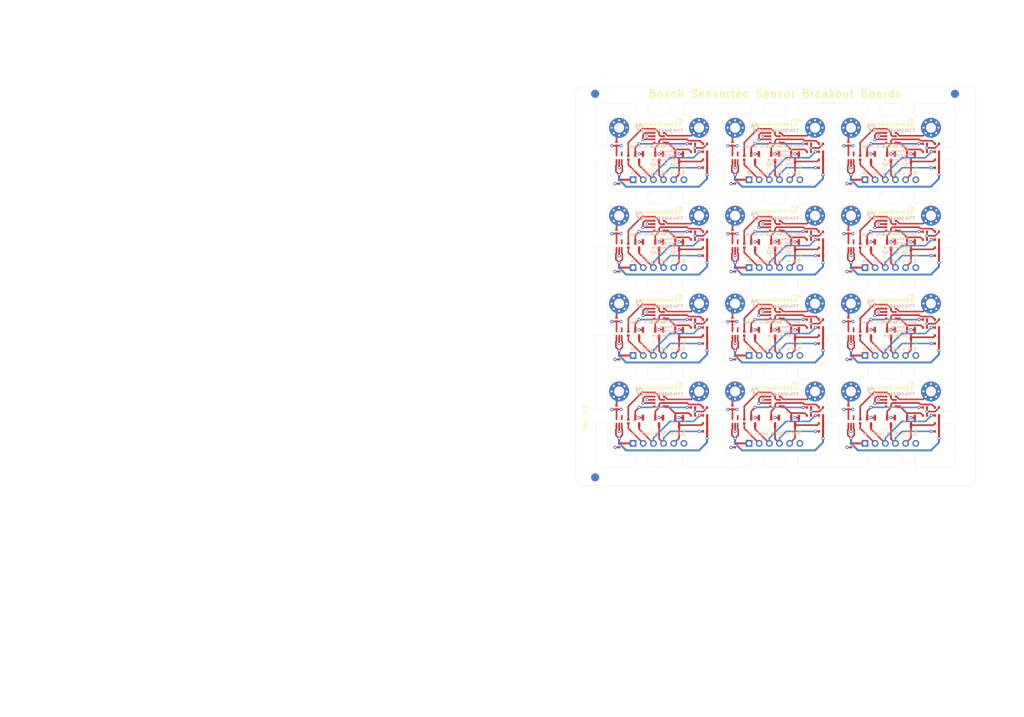
<source format=kicad_pcb>
(kicad_pcb (version 20211014) (generator pcbnew)
  (title_block (title "BST Sensors Breakout Board Panel") (date "2022-03-15") (rev "1.5") (company "SmartHarz") (comment 1 "Benjamin Hüpeden"))
  (layers (0 "F.Cu" signal) (1 "In1.Cu" power) (2 "In2.Cu" power) (31 "B.Cu" signal) (34 "B.Paste" user) (35 "F.Paste" user) (36 "B.SilkS" user "B.Silkscreen") (37 "F.SilkS" user "F.Silkscreen") (38 "B.Mask" user) (39 "F.Mask" user) (44 "Edge.Cuts" user))
  (net 0 "")
  (net 1 "Board_0-+3V3")
  (net 2 "Board_0-/+3.3V_CS")
  (net 3 "Board_0-/+3.3V_SCK")
  (net 4 "Board_0-/+3.3V_SDI")
  (net 5 "Board_0-/+3.3V_SDO")
  (net 6 "Board_0-/+5V_CS")
  (net 7 "Board_0-/+5V_SCK")
  (net 8 "Board_0-/+5V_SDI")
  (net 9 "Board_0-/+5V_SDO")
  (net 10 "Board_0-GND")
  (net 11 "Board_0-VCC")
  (net 12 "Board_0-unconnected-(U2-Pad4)")
  (net 13 "Board_1-+3V3")
  (net 14 "Board_1-/+3.3V_CS")
  (net 15 "Board_1-/+3.3V_SCK")
  (net 16 "Board_1-/+3.3V_SDI")
  (net 17 "Board_1-/+3.3V_SDO")
  (net 18 "Board_1-/+5V_CS")
  (net 19 "Board_1-/+5V_SCK")
  (net 20 "Board_1-/+5V_SDI")
  (net 21 "Board_1-/+5V_SDO")
  (net 22 "Board_1-GND")
  (net 23 "Board_1-VCC")
  (net 24 "Board_1-unconnected-(U2-Pad4)")
  (net 25 "Board_2-+3V3")
  (net 26 "Board_2-/+3.3V_CS")
  (net 27 "Board_2-/+3.3V_SCK")
  (net 28 "Board_2-/+3.3V_SDI")
  (net 29 "Board_2-/+3.3V_SDO")
  (net 30 "Board_2-/+5V_CS")
  (net 31 "Board_2-/+5V_SCK")
  (net 32 "Board_2-/+5V_SDI")
  (net 33 "Board_2-/+5V_SDO")
  (net 34 "Board_2-GND")
  (net 35 "Board_2-VCC")
  (net 36 "Board_2-unconnected-(U2-Pad4)")
  (net 37 "Board_3-+3V3")
  (net 38 "Board_3-/+3.3V_CS")
  (net 39 "Board_3-/+3.3V_SCK")
  (net 40 "Board_3-/+3.3V_SDI")
  (net 41 "Board_3-/+3.3V_SDO")
  (net 42 "Board_3-/+5V_CS")
  (net 43 "Board_3-/+5V_SCK")
  (net 44 "Board_3-/+5V_SDI")
  (net 45 "Board_3-/+5V_SDO")
  (net 46 "Board_3-GND")
  (net 47 "Board_3-VCC")
  (net 48 "Board_3-unconnected-(U2-Pad4)")
  (net 49 "Board_4-+3V3")
  (net 50 "Board_4-/+3.3V_CS")
  (net 51 "Board_4-/+3.3V_SCK")
  (net 52 "Board_4-/+3.3V_SDI")
  (net 53 "Board_4-/+3.3V_SDO")
  (net 54 "Board_4-/+5V_CS")
  (net 55 "Board_4-/+5V_SCK")
  (net 56 "Board_4-/+5V_SDI")
  (net 57 "Board_4-/+5V_SDO")
  (net 58 "Board_4-GND")
  (net 59 "Board_4-VCC")
  (net 60 "Board_4-unconnected-(U2-Pad4)")
  (net 61 "Board_5-+3V3")
  (net 62 "Board_5-/+3.3V_CS")
  (net 63 "Board_5-/+3.3V_SCK")
  (net 64 "Board_5-/+3.3V_SDI")
  (net 65 "Board_5-/+3.3V_SDO")
  (net 66 "Board_5-/+5V_CS")
  (net 67 "Board_5-/+5V_SCK")
  (net 68 "Board_5-/+5V_SDI")
  (net 69 "Board_5-/+5V_SDO")
  (net 70 "Board_5-GND")
  (net 71 "Board_5-VCC")
  (net 72 "Board_5-unconnected-(U2-Pad4)")
  (net 73 "Board_6-+3V3")
  (net 74 "Board_6-/+3.3V_CS")
  (net 75 "Board_6-/+3.3V_SCK")
  (net 76 "Board_6-/+3.3V_SDI")
  (net 77 "Board_6-/+3.3V_SDO")
  (net 78 "Board_6-/+5V_CS")
  (net 79 "Board_6-/+5V_SCK")
  (net 80 "Board_6-/+5V_SDI")
  (net 81 "Board_6-/+5V_SDO")
  (net 82 "Board_6-GND")
  (net 83 "Board_6-VCC")
  (net 84 "Board_6-unconnected-(U2-Pad4)")
  (net 85 "Board_7-+3V3")
  (net 86 "Board_7-/+3.3V_CS")
  (net 87 "Board_7-/+3.3V_SCK")
  (net 88 "Board_7-/+3.3V_SDI")
  (net 89 "Board_7-/+3.3V_SDO")
  (net 90 "Board_7-/+5V_CS")
  (net 91 "Board_7-/+5V_SCK")
  (net 92 "Board_7-/+5V_SDI")
  (net 93 "Board_7-/+5V_SDO")
  (net 94 "Board_7-GND")
  (net 95 "Board_7-VCC")
  (net 96 "Board_7-unconnected-(U2-Pad4)")
  (net 97 "Board_8-+3V3")
  (net 98 "Board_8-/+3.3V_CS")
  (net 99 "Board_8-/+3.3V_SCK")
  (net 100 "Board_8-/+3.3V_SDI")
  (net 101 "Board_8-/+3.3V_SDO")
  (net 102 "Board_8-/+5V_CS")
  (net 103 "Board_8-/+5V_SCK")
  (net 104 "Board_8-/+5V_SDI")
  (net 105 "Board_8-/+5V_SDO")
  (net 106 "Board_8-GND")
  (net 107 "Board_8-VCC")
  (net 108 "Board_8-unconnected-(U2-Pad4)")
  (net 109 "Board_9-+3V3")
  (net 110 "Board_9-/+3.3V_CS")
  (net 111 "Board_9-/+3.3V_SCK")
  (net 112 "Board_9-/+3.3V_SDI")
  (net 113 "Board_9-/+3.3V_SDO")
  (net 114 "Board_9-/+5V_CS")
  (net 115 "Board_9-/+5V_SCK")
  (net 116 "Board_9-/+5V_SDI")
  (net 117 "Board_9-/+5V_SDO")
  (net 118 "Board_9-GND")
  (net 119 "Board_9-VCC")
  (net 120 "Board_9-unconnected-(U2-Pad4)")
  (net 121 "Board_10-+3V3")
  (net 122 "Board_10-/+3.3V_CS")
  (net 123 "Board_10-/+3.3V_SCK")
  (net 124 "Board_10-/+3.3V_SDI")
  (net 125 "Board_10-/+3.3V_SDO")
  (net 126 "Board_10-/+5V_CS")
  (net 127 "Board_10-/+5V_SCK")
  (net 128 "Board_10-/+5V_SDI")
  (net 129 "Board_10-/+5V_SDO")
  (net 130 "Board_10-GND")
  (net 131 "Board_10-VCC")
  (net 132 "Board_10-unconnected-(U2-Pad4)")
  (net 133 "Board_11-+3V3")
  (net 134 "Board_11-/+3.3V_CS")
  (net 135 "Board_11-/+3.3V_SCK")
  (net 136 "Board_11-/+3.3V_SDI")
  (net 137 "Board_11-/+3.3V_SDO")
  (net 138 "Board_11-/+5V_CS")
  (net 139 "Board_11-/+5V_SCK")
  (net 140 "Board_11-/+5V_SDI")
  (net 141 "Board_11-/+5V_SDO")
  (net 142 "Board_11-GND")
  (net 143 "Board_11-VCC")
  (net 144 "Board_11-unconnected-(U2-Pad4)")
  (footprint "NPTH" (layer "F.Cu") (at 162.8998 129.299009)
    (fp_text reference "REF**" hide)
    (fp_text value "NPTH" hide)
  )
  (footprint "Resistor_SMD:R_0402_1005Metric" (layer "F.Cu") (at 191.312494 77.299993 180)
    (fp_text reference "R4" hide)
    (fp_text value "4k7" hide)
  )
  (footprint "Package_TO_SOT_SMD:SOT-23" (layer "F.Cu") (at 208.8125 98.8 -90)
    (fp_text reference "Q1" hide)
    (fp_text value "BSS138" hide)
  )
  (footprint "Resistor_SMD:R_0402_1005Metric" (layer "F.Cu") (at 220.3125 77.299993 180)
    (fp_text reference "R4" hide)
    (fp_text value "4k7" hide)
  )
  (footprint "NPTH" (layer "F.Cu") (at 173.979495 88.300001)
    (fp_text reference "REF**" hide)
    (fp_text value "NPTH" hide)
  )
  (footprint "NPTH" (layer "F.Cu") (at 185.645496 110.2)
    (fp_text reference "REF**" hide)
    (fp_text value "NPTH" hide)
  )
  (footprint "LOGO" (layer "F.Cu") (at 179.812494 45.799986)
    (fp_text reference "G***" hide)
    (fp_text value "LOGO" hide)
  )
  (footprint "Package_TO_SOT_SMD:SOT-23" (layer "F.Cu") (at 184.812494 54.799986 -90)
    (fp_text reference "Q2" hide)
    (fp_text value "BSS138" hide)
  )
  (footprint "NPTH" (layer "F.Cu") (at 202.979497 63.300002)
    (fp_text reference "REF**" hide)
    (fp_text value "NPTH" hide)
  )
  (footprint "Resistor_SMD:R_0402_1005Metric" (layer "F.Cu") (at 249.312506 99.3 180)
    (fp_text reference "R4" hide)
    (fp_text value "4k7" hide)
  )
  (footprint "Resistor_SMD:R_0402_1005Metric" (layer "F.Cu") (at 191.312494 95.3 180)
    (fp_text reference "R1" hide)
    (fp_text value "4k7" hide)
  )
  (footprint "SamacSys_Parts:SOT65P210X110-5N" (layer "F.Cu") (at 169.812494 76.799993 90)
    (fp_text reference "U2" hide)
    (fp_text value "STLQ020C33R" hide)
  )
  (footprint "NPTH" (layer "F.Cu") (at 240.645503 85.048991)
    (fp_text reference "REF**" hide)
    (fp_text value "NPTH" hide)
  )
  (footprint "NPTH" (layer "F.Cu") (at 242.645502 63.3)
    (fp_text reference "REF**" hide)
    (fp_text value "NPTH" hide)
  )
  (footprint "NPTH" (layer "F.Cu") (at 240.645503 88.300001)
    (fp_text reference "REF**" hide)
    (fp_text value "NPTH" hide)
  )
  (footprint "NPTH" (layer "F.Cu") (at 195.8 77.29999)
    (fp_text reference "REF**" hide)
    (fp_text value "NPTH" hide)
  )
  (footprint "NPTH" (layer "F.Cu") (at 204.979498 88.300005)
    (fp_text reference "REF**" hide)
    (fp_text value "NPTH" hide)
  )
  (footprint "Resistor_SMD:R_0402_1005Metric" (layer "F.Cu") (at 249.312506 73.299993 180)
    (fp_text reference "R1" hide)
    (fp_text value "4k7" hide)
  )
  (footprint "NPTH" (layer "F.Cu") (at 161.8996 129.299009)
    (fp_text reference "REF**" hide)
    (fp_text value "NPTH" hide)
  )
  (footprint "NPTH" (layer "F.Cu") (at 183.645496 85.3)
    (fp_text reference "REF**" hide)
    (fp_text value "NPTH" hide)
  )
  (footprint "NPTH" (layer "F.Cu") (at 195.8 97.299994)
    (fp_text reference "REF**" hide)
    (fp_text value "NPTH" hide)
  )
  (footprint "NPTH" (layer "F.Cu") (at 212.645499 110.200002)
    (fp_text reference "REF**" hide)
    (fp_text value "NPTH" hide)
  )
  (footprint "NPTH" (layer "F.Cu") (at 232.9795 107.199999)
    (fp_text reference "REF**" hide)
    (fp_text value "NPTH" hide)
  )
  (footprint "Diode_SMD:D_0402_1005Metric" (layer "F.Cu") (at 201.1125 54.799986 90)
    (fp_text reference "D1" hide)
    (fp_text value "Diode" hide)
  )
  (footprint "NPTH" (layer "F.Cu") (at 182.645496 107.2)
    (fp_text reference "REF**" hide)
    (fp_text value "NPTH" hide)
  )
  (footprint "Resistor_SMD:R_0402_1005Metric" (layer "F.Cu") (at 188.312494 95.3 180)
    (fp_text reference "R5" hide)
    (fp_text value "4k7" hide)
  )
  (footprint "Package_TO_SOT_SMD:SOT-23" (layer "F.Cu") (at 184.812494 120.800007 -90)
    (fp_text reference "Q2" hide)
    (fp_text value "BSS138" hide)
  )
  (footprint "Fiducial" (layer "F.Cu") (at 253.811505 38.798986)
    (fp_text reference "REF**" hide)
    (fp_text value "Fiducial" hide)
  )
  (footprint "NPTH" (layer "F.Cu") (at 221.8 52.299987)
    (fp_text reference "REF**" hide)
    (fp_text value "NPTH" hide)
  )
  (footprint "Resistor_SMD:R_0402_1005Metric" (layer "F.Cu") (at 217.3125 119.300007 180)
    (fp_text reference "R3" hide)
    (fp_text value "4k7" hide)
  )
  (footprint "Resistor_SMD:R_0402_1005Metric" (layer "F.Cu") (at 220.3125 79.299993 180)
    (fp_text reference "R2" hide)
    (fp_text value "4k7" hide)
  )
  (footprint "NPTH" (layer "F.Cu") (at 224.799999 98.299994)
    (fp_text reference "REF**" hide)
    (fp_text value "NPTH" hide)
  )
  (footprint "Diode_SMD:D_0402_1005Metric" (layer "F.Cu") (at 230.112506 120.800007 90)
    (fp_text reference "D1" hide)
    (fp_text value "Diode" hide)
  )
  (footprint "NPTH" (layer "F.Cu") (at 195.8 75.29999)
    (fp_text reference "REF**" hide)
    (fp_text value "NPTH" hide)
  )
  (footprint "NPTH" (layer "F.Cu") (at 166.8 119.299998)
    (fp_text reference "REF**" hide)
    (fp_text value "NPTH" hide)
  )
  (footprint "NPTH" (layer "F.Cu") (at 213.645499 129.299999)
    (fp_text reference "REF**" hide)
    (fp_text value "NPTH" hide)
  )
  (footprint "Package_TO_SOT_SMD:SOT-23" (layer "F.Cu") (at 242.812506 54.799986 -90)
    (fp_text reference "Q2" hide)
    (fp_text value "BSS138" hide)
  )
  (footprint "Resistor_SMD:R_0402_1005Metric" (layer "F.Cu") (at 249.312506 53.299986 180)
    (fp_text reference "R6" hide)
    (fp_text value "4k7" hide)
  )
  (footprint "SamacSys_Parts:SOT65P210X110-5N" (layer "F.Cu") (at 198.8125 98.8 90)
    (fp_text reference "U2" hide)
    (fp_text value "STLQ020C33R" hide)
  )
  (footprint "NPTH" (layer "F.Cu") (at 212.645499 85.299999)
    (fp_text reference "REF**" hide)
    (fp_text value "NPTH" hide)
  )
  (footprint "Package_TO_SOT_SMD:SOT-23" (layer "F.Cu") (at 174.812494 120.800007 -90)
    (fp_text reference "Q3" hide)
    (fp_text value "BSS138" hide)
  )
  (footprint "NPTH" (layer "F.Cu") (at 195.8 54.299987)
    (fp_text reference "REF**" hide)
    (fp_text value "NPTH" hide)
  )
  (footprint "NPTH" (layer "F.Cu") (at 185.645496 107.2)
    (fp_text reference "REF**" hide)
    (fp_text value "NPTH" hide)
  )
  (footprint "NPTH" (layer "F.Cu") (at 176.979494 44.3)
    (fp_text reference "REF**" hide)
    (fp_text value "NPTH" hide)
  )
  (footprint "Resistor_SMD:R_0402_1005Metric" (layer "F.Cu") (at 188.312494 53.299986 180)
    (fp_text reference "R3" hide)
    (fp_text value "4k7" hide)
  )
  (footprint "Package_TO_SOT_SMD:SOT-23" (layer "F.Cu") (at 203.8125 98.8 -90)
    (fp_text reference "Q3" hide)
    (fp_text value "BSS138" hide)
  )
  (footprint "NPTH" (layer "F.Cu") (at 211.645499 88.300001)
    (fp_text reference "REF**" hide)
    (fp_text value "NPTH" hide)
  )
  (footprint "NPTH" (layer "F.Cu") (at 192.8 55.299987)
    (fp_text reference "REF**" hide)
    (fp_text value "NPTH" hide)
  )
  (footprint "NPTH" (layer "F.Cu") (at 173.979495 107.199999)
    (fp_text reference "REF**" hide)
    (fp_text value "NPTH" hide)
  )
  (footprint "Capacitor_SMD:C_0402_1005Metric" (layer "F.Cu") (at 169.162494 51.299986 90)
    (fp_text reference "C2" hide)
    (fp_text value "1u" hide)
  )
  (footprint "Package_TO_SOT_SMD:SOT-23" (layer "F.Cu") (at 208.8125 120.800007 -90)
    (fp_text reference "Q1" hide)
    (fp_text value "BSS138" hide)
  )
  (footprint "NPTH" (layer "F.Cu") (at 161.313494 38.798986)
    (fp_text reference "REF**" hide)
    (fp_text value "NPTH" hide)
  )
  (footprint "Resistor_SMD:R_0402_1005Metric" (layer "F.Cu") (at 246.312506 117.300007 180)
    (fp_text reference "R5" hide)
    (fp_text value "4k7" hide)
  )
  (footprint "MountingHole:MountingHole_2.5mm_Pad_Via" (layer "F.Cu") (at 189.812494 47.299986)
    (fp_text reference "H2" hide)
    (fp_text value "MountingHole_Pad" hide)
  )
  (footprint "LOGO" (layer "F.Cu") (at 208.8125 89.8)
    (fp_text reference "G***" hide)
    (fp_text value "LOGO" hide)
  )
  (footprint "NPTH" (layer "F.Cu") (at 224.799999 75.29999)
    (fp_text reference "REF**" hide)
    (fp_text value "NPTH" hide)
  )
  (footprint "Resistor_SMD:R_0402_1005Metric" (layer "F.Cu") (at 246.312506 75.299993 180)
    (fp_text reference "R3" hide)
    (fp_text value "4k7" hide)
  )
  (footprint "NPTH" (layer "F.Cu") (at 213.645499 107.2)
    (fp_text reference "REF**" hide)
    (fp_text value "NPTH" hide)
  )
  (footprint "NPTH" (layer "F.Cu") (at 195.8 76.29999)
    (fp_text reference "REF**" hide)
    (fp_text value "NPTH" hide)
  )
  (footprint "NPTH" (layer "F.Cu") (at 232.9795 85.04899)
    (fp_text reference "REF**" hide)
    (fp_text value "NPTH" hide)
  )
  (footprint "NPTH" (layer "F.Cu") (at 233.9795 66.3)
    (fp_text reference "REF**" hide)
    (fp_text value "NPTH" hide)
  )
  (footprint "NPTH" (layer "F.Cu") (at 233.9795 85.04899)
    (fp_text reference "REF**" hide)
    (fp_text value "NPTH" hide)
  )
  (footprint "NPTH" (layer "F.Cu") (at 185.645496 88.3)
    (fp_text reference "REF**" hide)
    (fp_text value "NPTH" hide)
  )
  (footprint "Capacitor_SMD:C_0402_1005Metric" (layer "F.Cu") (at 198.8125 104.8 -90)
    (fp_text reference "C1" hide)
    (fp_text value "1u" hide)
  )
  (footprint "NPTH" (layer "F.Cu") (at 241.645502 44.3)
    (fp_text reference "REF**" hide)
    (fp_text value "NPTH" hide)
  )
  (footprint "NPTH" (layer "F.Cu") (at 204.979497 63.300002)
    (fp_text reference "REF**" hide)
    (fp_text value "NPTH" hide)
  )
  (footprint "Resistor_SMD:R_0402_1005Metric" (layer "F.Cu") (at 217.3125 73.299993 180)
    (fp_text reference "R5" hide)
    (fp_text value "4k7" hide)
  )
  (footprint "NPTH" (layer "F.Cu") (at 224.799998 52.299987)
    (fp_text reference "REF**" hide)
    (fp_text value "NPTH" hide)
  )
  (footprint "NPTH" (layer "F.Cu") (at 234.9795 129.3)
    (fp_text reference "REF**" hide)
    (fp_text value "NPTH" hide)
  )
  (footprint "NPTH" (layer "F.Cu") (at 233.979499 44.299998)
    (fp_text reference "REF**" hide)
    (fp_text value "NPTH" hide)
  )
  (footprint "NPTH" (layer "F.Cu") (at 173.979495 66.300003)
    (fp_text reference "REF**" hide)
    (fp_text value "NPTH" hide)
  )
  (footprint "NPTH" (layer "F.Cu") (at 183.645495 63.3)
    (fp_text reference "REF**" hide)
    (fp_text value "NPTH" hide)
  )
  (footprint "NPTH" (layer "F.Cu") (at 184.645496 110.200001)
    (fp_text reference "REF**" hide)
    (fp_text value "NPTH" hide)
  )
  (footprint "NPTH" (layer "F.Cu") (at 224.799999 97.299994)
    (fp_text reference "REF**" hide)
    (fp_text value "NPTH" hide)
  )
  (footprint "NPTH" (layer "F.Cu") (at 202.979497 44.299999)
    (fp_text reference "REF**" hide)
    (fp_text value "NPTH" hide)
  )
  (footprint "NPTH" (layer "F.Cu") (at 250.8 99.299994)
    (fp_text reference "REF**" hide)
    (fp_text value "NPTH" hide)
  )
  (footprint "NPTH" (layer "F.Cu") (at 173.979494 44.299999)
    (fp_text reference "REF**" hide)
    (fp_text value "NPTH" hide)
  )
  (footprint "NPTH" (layer "F.Cu") (at 184.645496 85.3)
    (fp_text reference "REF**" hide)
    (fp_text value "NPTH" hide)
  )
  (footprint "NPTH" (layer "F.Cu") (at 242.645503 110.200001)
    (fp_text reference "REF**" hide)
    (fp_text value "NPTH" hide)
  )
  (footprint "NPTH" (layer "F.Cu") (at 185.645496 66.3)
    (fp_text reference "REF**" hide)
    (fp_text value "NPTH" hide)
  )
  (footprint "NPTH" (layer "F.Cu") (at 192.8 76.299991)
    (fp_text reference "REF**" hide)
    (fp_text value "NPTH" hide)
  )
  (footprint "Package_TO_SOT_SMD:SOT-23" (layer "F.Cu") (at 179.812494 54.799986 -90)
    (fp_text reference "Q1" hide)
    (fp_text value "BSS138" hide)
  )
  (footprint "NPTH" (layer "F.Cu") (at 243.645503 107.2)
    (fp_text reference "REF**" hide)
    (fp_text value "NPTH" hide)
  )
  (footprint "Connector_PinHeader_2.54mm:PinHeader_1x06_P2.54mm_Vertical" (layer "F.Cu") (at 231.312506 60.299986 90)
    (fp_text reference "J1" hide)
    (fp_text value "External" hide)
  )
  (footprint "NPTH" (layer "F.Cu") (at 195.8 96.299994)
    (fp_text reference "REF**" hide)
    (fp_text value "NPTH" hide)
  )
  (footprint "Package_TO_SOT_SMD:SOT-23" (layer "F.Cu") (at 179.812494 76.799993 -90)
    (fp_text reference "Q1" hide)
    (fp_text value "BSS138" hide)
  )
  (footprint "NPTH" (layer "F.Cu") (at 185.645495 44.3)
    (fp_text reference "REF**" hide)
    (fp_text value "NPTH" hide)
  )
  (footprint "NPTH" (layer "F.Cu") (at 166.8 118.299998)
    (fp_text reference "REF**" hide)
    (fp_text value "NPTH" hide)
  )
  (footprint "Package_TO_SOT_SMD:SOT-23" (layer "F.Cu") (at 237.812506 120.800007 -90)
    (fp_text reference "Q1" hide)
    (fp_text value "BSS138" hide)
  )
  (footprint "NPTH" (layer "F.Cu") (at 243.645503 85.048992)
    (fp_text reference "REF**" hide)
    (fp_text value "NPTH" hide)
  )
  (footprint "NPTH" (layer "F.Cu") (at 231.979499 44.299998)
    (fp_text reference "REF**" hide)
    (fp_text value "NPTH" hide)
  )
  (footprint "NPTH" (layer "F.Cu") (at 182.645496 88.300001)
    (fp_text reference "REF**" hide)
    (fp_text value "NPTH" hide)
  )
  (footprint "NPTH" (layer "F.Cu") (at 192.8 121.299998)
    (fp_text reference "REF**" hide)
    (fp_text value "NPTH" hide)
  )
  (footprint "Resistor_SMD:R_0402_1005Metric" (layer "F.Cu") (at 249.312506 101.3 180)
    (fp_text reference "R2" hide)
    (fp_text value "4k7" hide)
  )
  (footprint "MountingHole:MountingHole_2.5mm_Pad_Via" (layer "F.Cu") (at 218.8125 69.299993)
    (fp_text reference "H2" hide)
    (fp_text value "MountingHole_Pad" hide)
  )
  (footprint "NPTH" (layer "F.Cu") (at 221.8 120.299997)
    (fp_text reference "REF**" hide)
    (fp_text value "NPTH" hide)
  )
  (footprint "Connector_PinHeader_2.54mm:PinHeader_1x06_P2.54mm_Vertical" (layer "F.Cu") (at 173.312494 104.3 90)
    (fp_text reference "J1" hide)
    (fp_text value "External" hide)
  )
  (footprint "Resistor_SMD:R_0402_1005Metric" (layer "F.Cu") (at 191.312494 73.299993 180)
    (fp_text reference "R1" hide)
    (fp_text value "4k7" hide)
  )
  (footprint "NPTH" (layer "F.Cu") (at 232.9795 110.200002)
    (fp_text reference "REF**" hide)
    (fp_text value "NPTH" hide)
  )
  (footprint "Capacitor_SMD:C_0402_1005Metric" (layer "F.Cu") (at 169.812494 60.799986 -90)
    (fp_text reference "C1" hide)
    (fp_text value "1u" hide)
  )
  (footprint "Package_TO_SOT_SMD:SOT-23" (layer "F.Cu") (at 174.812494 98.8 -90)
    (fp_text reference "Q3" hide)
    (fp_text value "BSS138" hide)
  )
  (footprint "Resistor_SMD:R_0402_1005Metric" (layer "F.Cu") (at 249.312506 121.300007 180)
    (fp_text reference "R4" hide)
    (fp_text value "4k7" hide)
  )
  (footprint "NPTH" (layer "F.Cu") (at 174.979494 44.299999)
    (fp_text reference "REF**" hide)
    (fp_text value "NPTH" hide)
  )
  (footprint "MountingHole:MountingHole_2.5mm_Pad_Via" (layer "F.Cu") (at 218.8125 47.299986)
    (fp_text reference "H2" hide)
    (fp_text value "MountingHole_Pad" hide)
  )
  (footprint "Resistor_SMD:R_0402_1005Metric" (layer "F.Cu") (at 191.312494 53.299986 180)
    (fp_text reference "R6" hide)
    (fp_text value "4k7" hide)
  )
  (footprint "MountingHole:MountingHole_2.5mm_Pad_Via" (layer "F.Cu") (at 198.8125 113.300007)
    (fp_text reference "H1" hide)
    (fp_text value "MountingHole_Pad" hide)
  )
  (footprint "NPTH" (layer "F.Cu") (at 166.8 97.299994)
    (fp_text reference "REF**" hide)
    (fp_text value "NPTH" hide)
  )
  (footprint "MountingHole:MountingHole_2.5mm_Pad_Via" (layer "F.Cu") (at 169.812494 113.300007)
    (fp_text reference "H1" hide)
    (fp_text value "MountingHole_Pad" hide)
  )
  (footprint "NPTH" (layer "F.Cu") (at 234.9795 88.300005)
    (fp_text reference "REF**" hide)
    (fp_text value "NPTH" hide)
  )
  (footprint "Package_TO_SOT_SMD:SOT-23" (layer "F.Cu") (at 208.8125 76.799993 -90)
    (fp_text reference "Q1" hide)
    (fp_text value "BSS138" hide)
  )
  (footprint "NPTH" (layer "F.Cu") (at 174.979494 63.300002)
    (fp_text reference "REF**" hide)
    (fp_text value "NPTH" hide)
  )
  (footprint "Package_LGA:Bosch_LGA-8_3x3mm_P0.8mm_ClockwisePinNumbering" (layer "F.Cu") (at 179.812494 115.800007 -90)
    (fp_text reference "U1" hide)
    (fp_text value "BME688" hide)
  )
  (footprint "Resistor_SMD:R_0402_1005Metric" (layer "F.Cu") (at 220.3125 55.299986 180)
    (fp_text reference "R4" hide)
    (fp_text value "4k7" hide)
  )
  (footprint "NPTH" (layer "F.Cu") (at 202.979498 66.300001)
    (fp_text reference "REF**" hide)
    (fp_text value "NPTH" hide)
  )
  (footprint "Resistor_SMD:R_0402_1005Metric" (layer "F.Cu") (at 246.312506 97.3 180)
    (fp_text reference "R3" hide)
    (fp_text value "4k7" hide)
  )
  (footprint "NPTH" (layer "F.Cu") (at 232.9795 88.300006)
    (fp_text reference "REF**" hide)
    (fp_text value "NPTH" hide)
  )
  (footprint "NPTH" (layer "F.Cu") (at 240.645503 66.300001)
    (fp_text reference "REF**" hide)
    (fp_text value "NPTH" hide)
  )
  (footprint "NPTH" (layer "F.Cu") (at 221.8 55.299987)
    (fp_text reference "REF**" hide)
    (fp_text value "NPTH" hide)
  )
  (footprint "NPTH" (layer "F.Cu") (at 195.8 121.299997)
    (fp_text reference "REF**" hide)
    (fp_text value "NPTH" hide)
  )
  (footprint "Connector_PinHeader_2.54mm:PinHeader_1x06_P2.54mm_Vertical" (layer "F.Cu") (at 173.312494 60.299986 90)
    (fp_text reference "J1" hide)
    (fp_text value "External" hide)
  )
  (footprint "NPTH" (layer "F.Cu") (at 253.810505 129.299009)
    (fp_text reference "REF**" hide)
    (fp_text value "NPTH" hide)
  )
  (footprint "NPTH" (layer "F.Cu") (at 174.979495 85.3)
    (fp_text reference "REF**" hide)
    (fp_text value "NPTH" hide)
  )
  (footprint "NPTH" (layer "F.Cu") (at 212.645499 66.300001)
    (fp_text reference "REF**" hide)
    (fp_text value "NPTH" hide)
  )
  (footprint "NPTH" (layer "F.Cu") (at 212.645499 88.300001)
    (fp_text reference "REF**" hide)
    (fp_text value "NPTH" hide)
  )
  (footprint "Capacitor_SMD:C_0402_1005Metric" (layer "F.Cu") (at 227.812506 126.800007 -90)
    (fp_text reference "C1" hide)
    (fp_text value "1u" hide)
  )
  (footprint "NPTH" (layer "F.Cu") (at 255.810905 44.300986)
    (fp_text reference "REF**" hide)
    (fp_text value "NPTH" hide)
  )
  (footprint "Resistor_SMD:R_0402_1005Metric" (layer "F.Cu") (at 220.3125 121.300007 180)
    (fp_text reference "R4" hide)
    (fp_text value "4k7" hide)
  )
  (footprint "NPTH" (layer "F.Cu") (at 258.811505 129.299009)
    (fp_text reference "REF**" hide)
    (fp_text value "NPTH" hide)
  )
  (footprint "Package_TO_SOT_SMD:SOT-23" (layer "F.Cu") (at 213.8125 76.799993 -90)
    (fp_text reference "Q2" hide)
    (fp_text value "BSS138" hide)
  )
  (footprint "MountingHole:MountingHole_2.5mm_Pad_Via" (layer "F.Cu") (at 247.812506 91.3)
    (fp_text reference "H2" hide)
    (fp_text value "MountingHole_Pad" hide)
  )
  (footprint "Capacitor_SMD:C_0402_1005Metric" (layer "F.Cu") (at 227.162506 117.300007 90)
    (fp_text reference "C2" hide)
    (fp_text value "1u" hide)
  )
  (footprint "Package_TO_SOT_SMD:SOT-23" (layer "F.Cu") (at 242.812506 76.799993 -90)
    (fp_text reference "Q2" hide)
    (fp_text value "BSS138" hide)
  )
  (footprint "Resistor_SMD:R_0402_1005Metric" (layer "F.Cu") (at 220.3125 97.3 180)
    (fp_text reference "R6" hide)
    (fp_text value "4k7" hide)
  )
  (footprint "NPTH" (layer "F.Cu") (at 211.645499 107.199999)
    (fp_text reference "REF**" hide)
    (fp_text value "NPTH" hide)
  )
  (footprint "NPTH" (layer "F.Cu") (at 257.811305 44.300986)
    (fp_text reference "REF**" hide)
    (fp_text value "NPTH" hide)
  )
  (footprint "Package_TO_SOT_SMD:SOT-23" (layer "F.Cu") (at 184.812494 98.8 -90)
    (fp_text reference "Q2" hide)
    (fp_text value "BSS138" hide)
  )
  (footprint "Resistor_SMD:R_0402_1005Metric" (layer "F.Cu") (at 191.312494 75.299993 180)
    (fp_text reference "R6" hide)
    (fp_text value "4k7" hide)
  )
  (footprint "NPTH" (layer "F.Cu") (at 166.8 53.299987)
    (fp_text reference "REF**" hide)
    (fp_text value "NPTH" hide)
  )
  (footprint "NPTH" (layer "F.Cu") (at 250.800001 119.299997)
    (fp_text reference "REF**" hide)
    (fp_text value "NPTH" hide)
  )
  (footprint "Resistor_SMD:R_0402_1005Metric" (layer "F.Cu") (at 191.312494 57.299986 180)
    (fp_text reference "R2" hide)
    (fp_text value "4k7" hide)
  )
  (footprint "Resistor_SMD:R_0402_1005Metric" (layer "F.Cu") (at 191.312494 55.299986 180)
    (fp_text reference "R4" hide)
    (fp_text value "4k7" hide)
  )
  (footprint "NPTH" (layer "F.Cu") (at 161.313494 134.801006)
    (fp_text reference "REF**" hide)
    (fp_text value "NPTH" hide)
  )
  (footprint "LOGO" (layer "F.Cu") (at 237.812506 89.8)
    (fp_text reference "G***" hide)
    (fp_text value "LOGO" hide)
  )
  (footprint "Connector_PinHeader_2.54mm:PinHeader_1x06_P2.54mm_Vertical" (layer "F.Cu") (at 173.312494 82.299993 90)
    (fp_text reference "J1" hide)
    (fp_text value "External" hide)
  )
  (footprint "NPTH" (layer "F.Cu") (at 221.8 75.29999)
    (fp_text reference "REF**" hide)
    (fp_text value "NPTH" hide)
  )
  (footprint "Package_TO_SOT_SMD:SOT-23" (layer "F.Cu") (at 232.812506 120.800007 -90)
    (fp_text reference "Q3" hide)
    (fp_text value "BSS138" hide)
  )
  (footprint "NPTH" (layer "F.Cu") (at 224.8 99.299994)
    (fp_text reference "REF**" hide)
    (fp_text value "NPTH" hide)
  )
  (footprint "NPTH" (layer "F.Cu") (at 159.8992 129.299009)
    (fp_text reference "REF**" hide)
    (fp_text value "NPTH" hide)
  )
  (footprint "MountingHole:MountingHole_2.5mm_Pad_Via" (layer "F.Cu") (at 247.812506 47.299986)
    (fp_text reference "H2" hide)
    (fp_text value "MountingHole_Pad" hide)
  )
  (footprint "NPTH" (layer "F.Cu") (at 166.8 121.299998)
    (fp_text reference "REF**" hide)
    (fp_text value "NPTH" hide)
  )
  (footprint "Package_TO_SOT_SMD:SOT-23" (layer "F.Cu") (at 179.812494 98.8 -90)
    (fp_text reference "Q1" hide)
    (fp_text value "BSS138" hide)
  )
  (footprint "Fiducial" (layer "F.Cu") (at 163.813494 134.801006)
    (fp_text reference "REF**" hide)
    (fp_text value "Fiducial" hide)
  )
  (footprint "NPTH" (layer "F.Cu") (at 195.8 74.29999)
    (fp_text reference "REF**" hide)
    (fp_text value "NPTH" hide)
  )
  (footprint "MountingHole:MountingHole_2.5mm_Pad_Via" (layer "F.Cu") (at 218.8125 113.300007)
    (fp_text reference "H2" hide)
    (fp_text value "MountingHole_Pad" hide)
  )
  (footprint "MountingHole:MountingHole_2.5mm_Pad_Via" (layer "F.Cu") (at 198.8125 69.299993)
    (fp_text reference "H1" hide)
    (fp_text value "MountingHole_Pad" hide)
  )
  (footprint "NPTH" (layer "F.Cu") (at 233.9795 88.300005)
    (fp_text reference "REF**" hide)
    (fp_text value "NPTH" hide)
  )
  (footprint "NPTH" (layer "F.Cu") (at 250.800002 118.299997)
    (fp_text reference "REF**" hide)
    (fp_text value "NPTH" hide)
  )
  (footprint "NPTH" (layer "F.Cu") (at 166.8 52.299987)
    (fp_text reference "REF**" hide)
    (fp_text value "NPTH" hide)
  )
  (footprint "NPTH" (layer "F.Cu") (at 214.645499 66.3)
    (fp_text reference "REF**" hide)
    (fp_text value "NPTH" hide)
  )
  (footprint "Diode_SMD:D_0402_1005Metric" (layer "F.Cu") (at 230.112506 76.799993 90)
    (fp_text reference "D1" hide)
    (fp_text value "Diode" hide)
  )
  (footprint "Package_TO_SOT_SMD:SOT-23" (layer "F.Cu") (at 232.812506 54.799986 -90)
    (fp_text reference "Q3" hide)
    (fp_text value "BSS138" hide)
  )
  (footprint "NPTH" (layer "F.Cu") (at 242.645503 85.048991)
    (fp_text reference "REF**" hide)
    (fp_text value "NPTH" hide)
  )
  (footprint "Package_LGA:Bosch_LGA-8_3x3mm_P0.8mm_ClockwisePinNumbering" (layer "F.Cu") (at 179.812494 49.799986 -90)
    (fp_text reference "U1" hide)
    (fp_text value "BME688" hide)
  )
  (footprint "NPTH" (layer "F.Cu") (at 211.645498 44.3)
    (fp_text reference "REF**" hide)
    (fp_text value "NPTH" hide)
  )
  (footprint "NPTH" (layer "F.Cu") (at 176.979495 85.3)
    (fp_text reference "REF**" hide)
    (fp_text value "NPTH" hide)
  )
  (footprint "Diode_SMD:D_0402_1005Metric" (layer "F.Cu") (at 230.112506 54.799986 90)
    (fp_text reference "D1" hide)
    (fp_text value "Diode" hide)
  )
  (footprint "SamacSys_Parts:SOT65P210X110-5N" (layer "F.Cu") (at 198.8125 76.799993 90)
    (fp_text reference "U2" hide)
    (fp_text value "STLQ020C33R" hide)
  )
  (footprint "Resistor_SMD:R_0402_1005Metric" (layer "F.Cu") (at 191.312494 123.300007 180)
    (fp_text reference "R2" hide)
    (fp_text value "4k7" hide)
  )
  (footprint "NPTH" (layer "F.Cu") (at 232.9795 129.299998)
    (fp_text reference "REF**" hide)
    (fp_text value "NPTH" hide)
  )
  (footprint "NPTH" (layer "F.Cu") (at 203.979498 110.200002)
    (fp_text reference "REF**" hide)
    (fp_text value "NPTH" hide)
  )
  (footprint "NPTH" (layer "F.Cu") (at 182.645496 110.200003)
    (fp_text reference "REF**" hide)
    (fp_text value "NPTH" hide)
  )
  (footprint "NPTH" (layer "F.Cu") (at 243.645502 44.3)
    (fp_text reference "REF**" hide)
    (fp_text value "NPTH" hide)
  )
  (footprint "Package_LGA:Bosch_LGA-8_3x3mm_P0.8mm_ClockwisePinNumbering" (layer "F.Cu") (at 237.812506 93.8 -90)
    (fp_text reference "U1" hide)
    (fp_text value "BME688" hide)
  )
  (footprint "Package_TO_SOT_SMD:SOT-23" (layer "F.Cu") (at 237.812506 76.799993 -90)
    (fp_text reference "Q1" hide)
    (fp_text value "BSS138" hide)
  )
  (footprint "Resistor_SMD:R_0402_1005Metric" (layer "F.Cu") (at 191.312494 97.3 180)
    (fp_text reference "R6" hide)
    (fp_text value "4k7" hide)
  )
  (footprint "NPTH" (layer "F.Cu") (at 160.8994 44.3)
    (fp_text reference "REF**" hide)
    (fp_text value "NPTH" hide)
  )
  (footprint "NPTH" (layer "F.Cu") (at 241.645503 88.300001)
    (fp_text reference "REF**" hide)
    (fp_text value "NPTH" hide)
  )
  (footprint "Resistor_SMD:R_0402_1005Metric" (layer "F.Cu") (at 220.3125 117.300007 180)
    (fp_text reference "R1" hide)
    (fp_text value "4k7" hide)
  )
  (footprint "Capacitor_SMD:C_0402_1005Metric" (layer "F.Cu") (at 198.8125 126.800007 -90)
    (fp_text reference "C1" hide)
    (fp_text value "1u" hide)
  )
  (footprint "NPTH" (layer "F.Cu") (at 242.645503 107.2)
    (fp_text reference "REF**" hide)
    (fp_text value "NPTH" hide)
  )
  (footprint "Package_TO_SOT_SMD:SOT-23" (layer "F.Cu") (at 174.812494 54.799986 -90)
    (fp_text reference "Q3" hide)
    (fp_text value "BSS138" hide)
  )
  (footprint "NPTH" (layer "F.Cu") (at 205.979498 110.2)
    (fp_text reference "REF**" hide)
    (fp_text value "NPTH" hide)
  )
  (footprint "NPTH" (layer "F.Cu") (at 203.979497 44.299999)
    (fp_text reference "REF**" hide)
    (fp_text value "NPTH" hide)
  )
  (footprint "Connector_PinHeader_2.54mm:PinHeader_1x06_P2.54mm_Vertical" (layer "F.Cu") (at 231.312506 126.300007 90)
    (fp_text reference "J1" hide)
    (fp_text value "External" hide)
  )
  (footprint "Package_TO_SOT_SMD:SOT-23" (layer "F.Cu") (at 232.812506 76.799993 -90)
    (fp_text reference "Q3" hide)
    (fp_text value "BSS138" hide)
  )
  (footprint "NPTH" (layer "F.Cu") (at 243.645503 66.3)
    (fp_text reference "REF**" hide)
    (fp_text value "NPTH" hide)
  )
  (footprint "NPTH" (layer "F.Cu") (at 212.645498 44.3)
    (fp_text reference "REF**" hide)
    (fp_text value "NPTH" hide)
  )
  (footprint "Resistor_SMD:R_0402_1005Metric" (layer "F.Cu") (at 249.312506 119.300007 180)
    (fp_text reference "R6" hide)
    (fp_text value "4k7" hide)
  )
  (footprint "NPTH" (layer "F.Cu") (at 221.8 54.299987)
    (fp_text reference "REF**" hide)
    (fp_text value "NPTH" hide)
  )
  (footprint "Resistor_SMD:R_0402_1005Metric" (layer "F.Cu") (at 220.3125 119.300007 180)
    (fp_text reference "R6" hide)
    (fp_text value "4k7" hide)
  )
  (footprint "MountingHole:MountingHole_2.5mm_Pad_Via" (layer "F.Cu") (at 198.8125 91.3)
    (fp_text reference "H1" hide)
    (fp_text value "MountingHole_Pad" hide)
  )
  (footprint "LOGO" (layer "F.Cu") (at 237.812506 67.799993)
    (fp_text reference "G***" hide)
    (fp_text value "LOGO" hide)
  )
  (footprint "NPTH" (layer "F.Cu") (at 211.645499 66.300001)
    (fp_text reference "REF**" hide)
    (fp_text value "NPTH" hide)
  )
  (footprint "NPTH" (layer "F.Cu") (at 211.645498 63.300001)
    (fp_text reference "REF**" hide)
    (fp_text value "NPTH" hide)
  )
  (footprint "MountingHole:MountingHole_2.5mm_Pad_Via" (layer "F.Cu") (at 227.812506 69.299993)
    (fp_text reference "H1" hide)
    (fp_text value "MountingHole_Pad" hide)
  )
  (footprint "NPTH" (layer "F.Cu") (at 204.979498 110.200001)
    (fp_text reference "REF**" hide)
    (fp_text value "NPTH" hide)
  )
  (footprint "Resistor_SMD:R_0402_1005Metric" (layer "F.Cu") (at 220.3125 75.299993 180)
    (fp_text reference "R6" hide)
    (fp_text value "4k7" hide)
  )
  (footprint "NPTH" (layer "F.Cu") (at 250.8 121.299997)
    (fp_text reference "REF**" hide)
    (fp_text value "NPTH" hide)
  )
  (footprint "NPTH" (layer "F.Cu") (at 241.645503 107.199999)
    (fp_text reference "REF**" hide)
    (fp_text value "NPTH" hide)
  )
  (footprint "Package_TO_SOT_SMD:SOT-23" (layer "F.Cu") (at 213.8125 54.799986 -90)
    (fp_text reference "Q2" hide)
    (fp_text value "BSS138" hide)
  )
  (footprint "NPTH" (layer "F.Cu") (at 241.645503 66.300001)
    (fp_text reference "REF**" hide)
    (fp_text value "NPTH" hide)
  )
  (footprint "NPTH" (layer "F.Cu") (at 205.979498 66.3)
    (fp_text reference "REF**" hide)
    (fp_text value "NPTH" hide)
  )
  (footprint "Package_LGA:Bosch_LGA-8_3x3mm_P0.8mm_ClockwisePinNumbering" (layer "F.Cu") (at 237.812506 71.799993 -90)
    (fp_text reference "U1" hide)
    (fp_text value "BME688" hide)
  )
  (footprint "MountingHole:MountingHole_2.5mm_Pad_Via" (layer "F.Cu") (at 247.812506 113.300007)
    (fp_text reference "H2" hide)
    (fp_text value "MountingHole_Pad" hide)
  )
  (footprint "SamacSys_Parts:SOT65P210X110-5N" (layer "F.Cu") (at 227.812506 76.799993 90)
    (fp_text reference "U2" hide)
    (fp_text value "STLQ020C33R" hide)
  )
  (footprint "NPTH" (layer "F.Cu") (at 256.811105 44.300986)
    (fp_text reference "REF**" hide)
    (fp_text value "NPTH" hide)
  )
  (footprint "MountingHole:MountingHole_2.5mm_Pad_Via" (layer "F.Cu") (at 169.812494 69.299993)
    (fp_text reference "H1" hide)
    (fp_text value "MountingHole_Pad" hide)
  )
  (footprint "MountingHole:MountingHole_2.5mm_Pad_Via" (layer "F.Cu") (at 198.8125 47.299986)
    (fp_text reference "H1" hide)
    (fp_text value "MountingHole_Pad" hide)
  )
  (footprint "NPTH" (layer "F.Cu") (at 233.9795 129.299999)
    (fp_text reference "REF**" hide)
    (fp_text value "NPTH" hide)
  )
  (footprint "LOGO" (layer "F.Cu") (at 179.812494 111.800007)
    (fp_text reference "G***" hide)
    (fp_text value "LOGO" hide)
  )
  (footprint "Connector_PinHeader_2.54mm:PinHeader_1x06_P2.54mm_Vertical" (layer "F.Cu") (at 202.3125 126.300007 90)
    (fp_text reference "J1" hide)
    (fp_text value "External" hide)
  )
  (footprint "NPTH" (layer "F.Cu") (at 231.9795 129.299997)
    (fp_text reference "REF**" hide)
    (fp_text value "NPTH" hide)
  )
  (footprint "NPTH" (layer "F.Cu") (at 184.645496 66.300001)
    (fp_text reference "REF**" hide)
    (fp_text value "NPTH" hide)
  )
  (footprint "NPTH" (layer "F.Cu") (at 203.979498 85.299998)
    (fp_text reference "REF**" hide)
    (fp_text value "NPTH" hide)
  )
  (footprint "Capacitor_SMD:C_0402_1005Metric" (layer "F.Cu") (at 227.812506 82.799993 -90)
    (fp_text reference "C1" hide)
    (fp_text value "1u" hide)
  )
  (footprint "Connector_PinHeader_2.54mm:PinHeader_1x06_P2.54mm_Vertical" (layer "F.Cu") (at 231.312506 104.3 90)
    (fp_text reference "J1" hide)
    (fp_text value "External" hide)
  )
  (footprint "NPTH" (layer "F.Cu") (at 203.979498 129.299998)
    (fp_text reference "REF**" hide)
    (fp_text value "NPTH" hide)
  )
  (footprint "NPTH" (layer "F.Cu") (at 224.799998 74.29999)
    (fp_text reference "REF**" hide)
    (fp_text value "NPTH" hide)
  )
  (footprint "NPTH" (layer "F.Cu") (at 211.645499 110.200003)
    (fp_text reference "REF**" hide)
    (fp_text value "NPTH" hide)
  )
  (footprint "NPTH" (layer "F.Cu") (at 234.9795 85.04899)
    (fp_text reference "REF**" hide)
    (fp_text value "NPTH" hide)
  )
  (footprint "NPTH" (layer "F.Cu") (at 174.979495 107.199999)
    (fp_text reference "REF**" hide)
    (fp_text value "NPTH" hide)
  )
  (footprint "NPTH" (layer "F.Cu") (at 192.8 119.299998)
    (fp_text reference "REF**" hide)
    (fp_text value "NPTH" hide)
  )
  (footprint "NPTH" (layer "F.Cu") (at 166.8 54.299987)
    (fp_text reference "REF**" hide)
    (fp_text value "NPTH" hide)
  )
  (footprint "NPTH" (layer "F.Cu") (at 212.645499 129.299998)
    (fp_text reference "REF**" hide)
    (fp_text value "NPTH" hide)
  )
  (footprint "NPTH" (layer "F.Cu") (at 205.979498 85.299998)
    (fp_text reference "REF**" hide)
    (fp_text value "NPTH" hide)
  )
  (footprint "NPTH" (layer "F.Cu") (at 231.9795 85.048989)
    (fp_text reference "REF**" hide)
    (fp_text value "NPTH" hide)
  )
  (footprint "Resistor_SMD:R_0402_1005Metric" (layer "F.Cu") (at 220.3125 95.3 180)
    (fp_text reference "R1" hide)
    (fp_text value "4k7" hide)
  )
  (footprint "NPTH" (layer "F.Cu") (at 183.645496 129.299998)
    (fp_text reference "REF**" hide)
    (fp_text value "NPTH" hide)
  )
  (footprint "NPTH" (layer "F.Cu") (at 243.645503 129.3)
    (fp_text reference "REF**" hide)
    (fp_text value "NPTH" hide)
  )
  (footprint "Package_LGA:Bosch_LGA-8_3x3mm_P0.8mm_ClockwisePinNumbering" (layer "F.Cu") (at 237.812506 115.800007 -90)
    (fp_text reference "U1" hide)
    (fp_text value "BME688" hide)
  )
  (footprint "Connector_PinHeader_2.54mm:PinHeader_1x06_P2.54mm_Vertical" (layer "F.Cu") (at 202.3125 82.299993 90)
    (fp_text reference "J1" hide)
    (fp_text value "External" hide)
  )
  (footprint "Resistor_SMD:R_0402_1005Metric" (layer "F.Cu") (at 246.312506 51.299986 180)
    (fp_text reference "R5" hide)
    (fp_text value "4k7" hide)
  )
  (footprint "NPTH" (layer "F.Cu") (at 174.979495 88.300001)
    (fp_text reference "REF**" hide)
    (fp_text value "NPTH" hide)
  )
  (footprint "NPTH" (layer "F.Cu") (at 224.799999 120.299997)
    (fp_text reference "REF**" hide)
    (fp_text value "NPTH" hide)
  )
  (footprint "NPTH" (layer "F.Cu") (at 255.810905 129.299009)
    (fp_text reference "REF**" hide)
    (fp_text value "NPTH" hide)
  )
  (footprint "NPTH" (layer "F.Cu") (at 192.8 98.299994)
    (fp_text reference "REF**" hide)
    (fp_text value "NPTH" hide)
  )
  (footprint "MountingHole:MountingHole_2.5mm_Pad_Via" (layer "F.Cu") (at 189.812494 69.299993)
    (fp_text reference "H2" hide)
    (fp_text value "MountingHole_Pad" hide)
  )
  (footprint "Resistor_SMD:R_0402_1005Metric" (layer "F.Cu") (at 249.312506 79.299993 180)
    (fp_text reference "R2" hide)
    (fp_text value "4k7" hide)
  )
  (footprint "NPTH" (layer "F.Cu") (at 221.8 98.299994)
    (fp_text reference "REF**" hide)
    (fp_text value "NPTH" hide)
  )
  (footprint "NPTH" (layer "F.Cu") (at 195.8 55.299987)
    (fp_text reference "REF**" hide)
    (fp_text value "NPTH" hide)
  )
  (footprint "NPTH" (layer "F.Cu") (at 202.979498 129.299997)
    (fp_text reference "REF**" hide)
    (fp_text value "NPTH" hide)
  )
  (footprint "Diode_SMD:D_0402_1005Metric" (layer "F.Cu") (at 172.112494 76.799993 90)
    (fp_text reference "D1" hide)
    (fp_text value "Diode" hide)
  )
  (footprint "Package_TO_SOT_SMD:SOT-23" (layer "F.Cu") (at 232.812506 98.8 -90)
    (fp_text reference "Q3" hide)
    (fp_text value "BSS138" hide)
  )
  (footprint "SamacSys_Parts:SOT65P210X110-5N" (layer "F.Cu") (at 198.8125 54.799986 90)
    (fp_text reference "U2" hide)
    (fp_text value "STLQ020C33R" hide)
  )
  (footprint "Resistor_SMD:R_0402_1005Metric" (layer "F.Cu") (at 191.312494 101.3 180)
    (fp_text reference "R2" hide)
    (fp_text value "4k7" hide)
  )
  (footprint "NPTH" (layer "F.Cu") (at 250.800001 120.299997)
    (fp_text reference "REF**" hide)
    (fp_text value "NPTH" hide)
  )
  (footprint "NPTH" (layer "F.Cu") (at 224.799998 118.299997)
    (fp_text reference "REF**" hide)
    (fp_text value "NPTH" hide)
  )
  (footprint "Package_LGA:Bosch_LGA-8_3x3mm_P0.8mm_ClockwisePinNumbering" (layer "F.Cu") (at 208.8125 115.800007 -90)
    (fp_text reference "U1" hide)
    (fp_text value "BME688" hide)
  )
  (footprint "NPTH" (layer "F.Cu") (at 250.800001 54.299987)
    (fp_text reference "REF**" hide)
    (fp_text value "NPTH" hide)
  )
  (footprint "NPTH" (layer "F.Cu") (at 176.979495 66.300002)
    (fp_text reference "REF**" hide)
    (fp_text value "NPTH" hide)
  )
  (footprint "Package_TO_SOT_SMD:SOT-23" (layer "F.Cu") (at 213.8125 120.800007 -90)
    (fp_text reference "Q2" hide)
    (fp_text value "BSS138" hide)
  )
  (footprint "NPTH" (layer "F.Cu") (at 192.8 53.299987)
    (fp_text reference "REF**" hide)
    (fp_text value "NPTH" hide)
  )
  (footprint "Capacitor_SMD:C_0402_1005Metric" (layer "F.Cu") (at 169.162494 117.300007 90)
    (fp_text reference "C2" hide)
    (fp_text value "1u" hide)
  )
  (footprint "NPTH" (layer "F.Cu") (at 250.8 55.299987)
    (fp_text reference "REF**" hide)
    (fp_text value "NPTH" hide)
  )
  (footprint "NPTH" (layer "F.Cu") (at 221.8 97.299994)
    (fp_text reference "REF**" hide)
    (fp_text value "NPTH" hide)
  )
  (footprint "NPTH" (layer "F.Cu") (at 231.979499 63.300002)
    (fp_text reference "REF**" hide)
    (fp_text value "NPTH" hide)
  )
  (footprint "NPTH" (layer "F.Cu") (at 175.979495 85.3)
    (fp_text reference "REF**" hide)
    (fp_text value "NPTH" hide)
  )
  (footprint "MountingHole:MountingHole_2.5mm_Pad_Via" (layer "F.Cu") (at 227.812506 113.300007)
    (fp_text reference "H1" hide)
    (fp_text value "MountingHole_Pad" hide)
  )
  (footprint "SamacSys_Parts:SOT65P210X110-5N" (layer "F.Cu") (at 227.812506 120.800007 90)
    (fp_text reference "U2" hide)
    (fp_text value "STLQ020C33R" hide)
  )
  (footprint "Diode_SMD:D_0402_1005Metric" (layer "F.Cu") (at 230.112506 98.8 90)
    (fp_text reference "D1" hide)
    (fp_text value "Diode" hide)
  )
  (footprint "NPTH" (layer "F.Cu") (at 213.645499 66.300001)
    (fp_text reference "REF**" hide)
    (fp_text value "NPTH" hide)
  )
  (footprint "NPTH" (layer "F.Cu") (at 202.979498 88.300006)
    (fp_text reference "REF**" hide)
    (fp_text value "NPTH" hide)
  )
  (footprint "NPTH" (layer "F.Cu") (at 221.8 121.299997)
    (fp_text reference "REF**" hide)
    (fp_text value "NPTH" hide)
  )
  (footprint "NPTH" (layer "F.Cu") (at 250.800001 98.299994)
    (fp_text reference "REF**" hide)
    (fp_text value "NPTH" hide)
  )
  (footprint "Resistor_SMD:R_0402_1005Metric" (layer "F.Cu") (at 249.312506 77.299993 180)
    (fp_text reference "R4" hide)
    (fp_text value "4k7" hide)
  )
  (footprint "NPTH" (layer "F.Cu") (at 205.979497 44.3)
    (fp_text reference "REF**" hide)
    (fp_text value "NPTH" hide)
  )
  (footprint "NPTH" (layer "F.Cu") (at 205.979497 63.300001)
    (fp_text reference "REF**" hide)
    (fp_text value "NPTH" hide)
  )
  (footprint "MountingHole:MountingHole_2.5mm_Pad_Via" (layer "F.Cu") (at 218.8125 91.3)
    (fp_text reference "H2" hide)
    (fp_text value "MountingHole_Pad" hide)
  )
  (footprint "NPTH" (layer "F.Cu") (at 250.799999 75.29999)
    (fp_text reference "REF**" hide)
    (fp_text value "NPTH" hide)
  )
  (footprint "Resistor_SMD:R_0402_1005Metric" (layer "F.Cu") (at 249.312506 55.299986 180)
    (fp_text reference "R4" hide)
    (fp_text value "4k7" hide)
  )
  (footprint "NPTH" (layer "F.Cu") (at 175.979495 110.200001)
    (fp_text reference "REF**" hide)
    (fp_text value "NPTH" hide)
  )
  (footprint "NPTH" (layer "F.Cu") (at 240.645502 44.299999)
    (fp_text reference "REF**" hide)
    (fp_text value "NPTH" hide)
  )
  (footprint "MountingHole:MountingHole_2.5mm_Pad_Via" (layer "F.Cu") (at 189.812494 91.3)
    (fp_text reference "H2" hide)
    (fp_text value "MountingHole_Pad" hide)
  )
  (footprint "NPTH" (layer "F.Cu") (at 214.645498 63.3)
    (fp_text reference "REF**" hide)
    (fp_text value "NPTH" hide)
  )
  (footprint "Diode_SMD:D_0402_1005Metric" (layer "F.Cu") (at 172.112494 98.8 90)
    (fp_text reference "D1" hide)
    (fp_text value "Diode" hide)
  )
  (footprint "NPTH" (layer "F.Cu") (at 195.8 119.299997)
    (fp_text reference "REF**" hide)
    (fp_text value "NPTH" hide)
  )
  (footprint "Connector_PinHeader_2.54mm:PinHeader_1x06_P2.54mm_Vertical" (layer "F.Cu") (at 202.3125 60.299986 90)
    (fp_text reference "J1" hide)
    (fp_text value "External" hide)
  )
  (footprint "NPTH" (layer "F.Cu") (at 182.645495 63.300001)
    (fp_text reference "REF**" hide)
    (fp_text value "NPTH" hide)
  )
  (footprint "NPTH" (layer "F.Cu") (at 183.645496 88.300001)
    (fp_text reference "REF**" hide)
    (fp_text value "NPTH" hide)
  )
  (footprint "NPTH" (layer "F.Cu") (at 224.799999 53.299987)
    (fp_text reference "REF**" hide)
    (fp_text value "NPTH" hide)
  )
  (footprint "NPTH" (layer "F.Cu") (at 176.979495 88.3)
    (fp_text reference "REF**" hide)
    (fp_text value "NPTH" hide)
  )
  (footprint "NPTH" (layer "F.Cu") (at 175.979495 107.2)
    (fp_text reference "REF**" hide)
    (fp_text value "NPTH" hide)
  )
  (footprint "Package_TO_SOT_SMD:SOT-23" (layer "F.Cu") (at 174.812494 76.799993 -90)
    (fp_text reference "Q3" hide)
    (fp_text value "BSS138" hide)
  )
  (footprint "NPTH" (layer "F.Cu") (at 174.979495 110.200002)
    (fp_text reference "REF**" hide)
    (fp_text value "NPTH" hide)
  )
  (footprint "LOGO" (layer "F.Cu") (at 179.812494 67.799993)
    (fp_text reference "G***" hide)
    (fp_text value "LOGO" hide)
  )
  (footprint "NPTH" (layer "F.Cu") (at 159.8992 44.3)
    (fp_text reference "REF**" hide)
    (fp_text value "NPTH" hide)
  )
  (footprint "Capacitor_SMD:C_0402_1005Metric" (layer "F.Cu") (at 227.812506 104.8 -90)
    (fp_text reference "C1" hide)
    (fp_text value "1u" hide)
  )
  (footprint "NPTH" (layer "F.Cu") (at 212.645499 107.199999)
    (fp_text reference "REF**" hide)
    (fp_text value "NPTH" hide)
  )
  (footprint "Resistor_SMD:R_0402_1005Metric" (layer "F.Cu") (at 188.312494 75.299993 180)
    (fp_text reference "R3" hide)
    (fp_text value "4k7" hide)
  )
  (footprint "Resistor_SMD:R_0402_1005Metric" (layer "F.Cu") (at 220.3125 53.299986 180)
    (fp_text reference "R6" hide)
    (fp_text value "4k7" hide)
  )
  (footprint "NPTH" (layer "F.Cu") (at 163.9 129.299009)
    (fp_text reference "REF**" hide)
    (fp_text value "NPTH" hide)
  )
  (footprint "Package_TO_SOT_SMD:SOT-23" (layer "F.Cu") (at 179.812494 120.800007 -90)
    (fp_text reference "Q1" hide)
    (fp_text value "BSS138" hide)
  )
  (footprint "NPTH" (layer "F.Cu") (at 176.979495 107.2)
    (fp_text reference "REF**" hide)
    (fp_text value "NPTH" hide)
  )
  (footprint "Diode_SMD:D_0402_1005Metric" (layer "F.Cu") (at 201.1125 120.800007 90)
    (fp_text reference "D1" hide)
    (fp_text value "Diode" hide)
  )
  (footprint "NPTH" (layer "F.Cu") (at 175.979494 63.300002)
    (fp_text reference "REF**" hide)
    (fp_text value "NPTH" hide)
  )
  (footprint "NPTH" (layer "F.Cu") (at 241.645502 63.3)
    (fp_text reference "REF**" hide)
    (fp_text value "NPTH" hide)
  )
  (footprint "NPTH" (layer "F.Cu") (at 250.8 74.29999)
    (fp_text reference "REF**" hide)
    (fp_text value "NPTH" hide)
  )
  (footprint "Resistor_SMD:R_0402_1005Metric" (layer "F.Cu") (at 188.312494 119.300007 180)
    (fp_text reference "R3" hide)
    (fp_text value "4k7" hide)
  )
  (footprint "NPTH" (layer "F.Cu") (at 256.311505 38.798986)
    (fp_text reference "REF**" hide)
    (fp_text value "NPTH" hide)
  )
  (footprint "NPTH" (layer "F.Cu") (at 232.979499 63.300002)
    (fp_text reference "REF**" hide)
    (fp_text value "NPTH" hide)
  )
  (footprint "NPTH" (layer "F.Cu") (at 173.979494 63.300002)
    (fp_text reference "REF**" hide)
    (fp_text value "NPTH" hide)
  )
  (footprint "NPTH" (layer "F.Cu") (at 256.811105 129.299009)
    (fp_text reference "REF**" hide)
    (fp_text value "NPTH" hide)
  )
  (footprint "NPTH" (layer "F.Cu") (at 224.799999 76.29999)
    (fp_text reference "REF**" hide)
    (fp_text value "NPTH" hide)
  )
  (footprint "NPTH" (layer "F.Cu") (at 204.979497 44.299999)
    (fp_text reference "REF**" hide)
    (fp_text value "NPTH" hide)
  )
  (footprint "NPTH" (layer "F.Cu") (at 250.799998 77.29999)
    (fp_text reference "REF**" hide)
    (fp_text value "NPTH" hide)
  )
  (footprint "Resistor_SMD:R_0402_1005Metric" (layer "F.Cu") (at 246.312506 73.299993 180)
    (fp_text reference "R5" hide)
    (fp_text value "4k7" hide)
  )
  (footprint "NPTH" (layer "F.Cu") (at 241.645503 85.048991)
    (fp_text reference "REF**" hide)
    (fp_text value "NPTH" hide)
  )
  (footprint "NPTH" (layer "F.Cu") (at 213.645498 63.3)
    (fp_text reference "REF**" hide)
    (fp_text value "NPTH" hide)
  )
  (footprint "NPTH" (layer "F.Cu") (at 233.9795 110.200001)
    (fp_text reference "REF**" hide)
    (fp_text value "NPTH" hide)
  )
  (footprint "NPTH" (layer "F.Cu") (at 195.8 118.299997)
    (fp_text reference "REF**" hide)
    (fp_text value "NPTH" hide)
  )
  (footprint "Resistor_SMD:R_0402_1005Metric" (layer "F.Cu") (at 220.3125 99.3 180)
    (fp_text reference "R4" hide)
    (fp_text value "4k7" hide)
  )
  (footprint "NPTH" (layer "F.Cu") (at 241.645503 110.200002)
    (fp_text reference "REF**" hide)
    (fp_text value "NPTH" hide)
  )
  (footprint "NPTH" (layer "F.Cu") (at 173.979495 85.299999)
    (fp_text reference "REF**" hide)
    (fp_text value "NPTH" hide)
  )
  (footprint "NPTH" (layer "F.Cu") (at 166.8 76.299991)
    (fp_text reference "REF**" hide)
    (fp_text value "NPTH" hide)
  )
  (footprint "NPTH" (layer "F.Cu") (at 175.979494 44.299999)
    (fp_text reference "REF**" hide)
    (fp_text value "NPTH" hide)
  )
  (footprint "Package_TO_SOT_SMD:SOT-23" (layer "F.Cu") (at 203.8125 54.799986 -90)
    (fp_text reference "Q3" hide)
    (fp_text value "BSS138" hide)
  )
  (footprint "Package_LGA:Bosch_LGA-8_3x3mm_P0.8mm_ClockwisePinNumbering" (layer "F.Cu") (at 179.812494 93.8 -90)
    (fp_text reference "U1" hide)
    (fp_text value "BME688" hide)
  )
  (footprint "Package_LGA:Bosch_LGA-8_3x3mm_P0.8mm_ClockwisePinNumbering" (layer "F.Cu") (at 208.8125 71.799993 -90)
    (fp_text reference "U1" hide)
    (fp_text value "BME688" hide)
  )
  (footprint "Package_TO_SOT_SMD:SOT-23" (layer "F.Cu") (at 242.812506 98.8 -90)
    (fp_text reference "Q2" hide)
    (fp_text value "BSS138" hide)
  )
  (footprint "NPTH" (layer "F.Cu") (at 195.8 52.299987)
    (fp_text reference "REF**" hide)
    (fp_text value "NPTH" hide)
  )
  (footprint "MountingHole:MountingHole_2.5mm_Pad_Via" (layer "F.Cu") (at 169.812494 47.299986)
    (fp_text reference "H1" hide)
    (fp_text value "MountingHole_Pad" hide)
  )
  (footprint "NPTH" (layer "F.Cu") (at 195.8 98.299994)
    (fp_text reference "REF**" hide)
    (fp_text value "NPTH" hide)
  )
  (footprint "NPTH" (layer "F.Cu") (at 213.645499 110.200001)
    (fp_text reference "REF**" hide)
    (fp_text value "NPTH" hide)
  )
  (footprint "NPTH" (layer "F.Cu") (at 185.645495 63.3)
    (fp_text reference "REF**" hide)
    (fp_text value "NPTH" hide)
  )
  (footprint "NPTH" (layer "F.Cu") (at 211.645499 85.299999)
    (fp_text reference "REF**" hide)
    (fp_text value "NPTH" hide)
  )
  (footprint "LOGO" (layer "F.Cu") (at 237.812506 45.799986)
    (fp_text reference "G***" hide)
    (fp_text value "LOGO" hide)
  )
  (footprint "NPTH" (layer "F.Cu") (at 184.645495 63.3)
    (fp_text reference "REF**" hide)
    (fp_text value "NPTH" hide)
  )
  (footprint "SamacSys_Parts:SOT65P210X110-5N" (layer "F.Cu") (at 169.812494 120.800007 90)
    (fp_text reference "U2" hide)
    (fp_text value "STLQ020C33R" hide)
  )
  (footprint "NPTH" (layer "F.Cu") (at 158.899 44.3)
    (fp_text reference "REF**" hide)
    (fp_text value "NPTH" hide)
  )
  (footprint "Package_LGA:Bosch_LGA-8_3x3mm_P0.8mm_ClockwisePinNumbering" (layer "F.Cu") (at 208.8125 93.8 -90)
    (fp_text reference "U1" hide)
    (fp_text value "BME688" hide)
  )
  (footprint "Package_LGA:Bosch_LGA-8_3x3mm_P0.8mm_ClockwisePinNumbering" (layer "F.Cu") (at 208.8125 49.799986 -90)
    (fp_text reference "U1" hide)
    (fp_text value "BME688" hide)
  )
  (footprint "NPTH" (layer "F.Cu") (at 166.8 75.299991)
    (fp_text reference "REF**" hide)
    (fp_text value "NPTH" hide)
  )
  (footprint "NPTH" (layer "F.Cu") (at 214.645499 107.2)
    (fp_text reference "REF**" hide)
    (fp_text value "NPTH" hide)
  )
  (footprint "Diode_SMD:D_0402_1005Metric" (layer "F.Cu") (at 172.112494 120.800007 90)
    (fp_text reference "D1" hide)
    (fp_text value "Diode" hide)
  )
  (footprint "Capacitor_SMD:C_0402_1005Metric" (layer "F.Cu") (at 198.8125 82.799993 -90)
    (fp_text reference "C1" hide)
    (fp_text value "1u" hide)
  )
  (footprint "Resistor_SMD:R_0402_1005Metric" (layer "F.Cu") (at 220.3125 57.299986 180)
    (fp_text reference "R2" hide)
    (fp_text value "4k7" hide)
  )
  (footprint "Package_TO_SOT_SMD:SOT-23" (layer "F.Cu") (at 242.812506 120.800007 -90)
    (fp_text reference "Q2" hide)
    (fp_text value "BSS138" hide)
  )
  (footprint "Resistor_SMD:R_0402_1005Metric" (layer "F.Cu") (at 191.312494 51.299986 180)
    (fp_text reference "R1" hide)
    (fp_text value "4k7" hide)
  )
  (footprint "Fiducial" (layer "F.Cu") (at 163.813494 38.798986)
    (fp_text reference "REF**" hide)
    (fp_text value "Fiducial" hide)
  )
  (footprint "NPTH" (layer "F.Cu") (at 233.9795 107.2)
    (fp_text reference "REF**" hide)
    (fp_text value "NPTH" hide)
  )
  (footprint "Resistor_SMD:R_0402_1005Metric" (layer "F.Cu") (at 217.3125 97.3 180)
    (fp_text reference "R3" hide)
    (fp_text value "4k7" hide)
  )
  (footprint "Package_TO_SOT_SMD:SOT-23" (layer "F.Cu") (at 203.8125 120.800007 -90)
    (fp_text reference "Q3" hide)
    (fp_text value "BSS138" hide)
  )
  (footprint "LOGO" (layer "F.Cu") (at 237.812506 111.800007)
    (fp_text reference "G***" hide)
    (fp_text value "LOGO" hide)
  )
  (footprint "NPTH" (layer "F.Cu") (at 160.8994 129.299009)
    (fp_text reference "REF**" hide)
    (fp_text value "NPTH" hide)
  )
  (footprint "Resistor_SMD:R_0402_1005Metric" (layer "F.Cu") (at 246.312506 119.300007 180)
    (fp_text reference "R3" hide)
    (fp_text value "4k7" hide)
  )
  (footprint "NPTH" (layer "F.Cu") (at 182.645495 44.299999)
    (fp_text reference "REF**" hide)
    (fp_text value "NPTH" hide)
  )
  (footprint "NPTH" (layer "F.Cu") (at 192.8 118.299998)
    (fp_text reference "REF**" hide)
    (fp_text value "NPTH" hide)
  )
  (footprint "NPTH" (layer "F.Cu") (at 175.979495 88.3)
    (fp_text reference "REF**" hide)
    (fp_text value "NPTH" hide)
  )
  (footprint "Resistor_SMD:R_0402_1005Metric" (layer "F.Cu") (at 220.3125 101.3 180)
    (fp_text reference "R2" hide)
    (fp_text value "4k7" hide)
  )
  (footprint "Resistor_SMD:R_0402_1005Metric" (layer "F.Cu") (at 220.3125 51.299986 180)
    (fp_text reference "R1" hide)
    (fp_text value "4k7" hide)
  )
  (footprint "NPTH" (layer "F.Cu") (at 184.645495 44.3)
    (fp_text reference "REF**" hide)
    (fp_text value "NPTH" hide)
  )
  (footprint "NPTH" (layer "F.Cu") (at 202.979498 110.200003)
    (fp_text reference "REF**" hide)
    (fp_text value "NPTH" hide)
  )
  (footprint "NPTH" (layer "F.Cu") (at 224.799998 96.299994)
    (fp_text reference "REF**" hide)
    (fp_text value "NPTH" hide)
  )
  (footprint "NPTH" (layer "F.Cu") (at 192.8 96.299994)
    (fp_text reference "REF**" hide)
    (fp_text value "NPTH" hide)
  )
  (footprint "NPTH" (layer "F.Cu") (at 224.8 55.299987)
    (fp_text reference "REF**" hide)
    (fp_text value "NPTH" hide)
  )
  (footprint "NPTH" (layer "F.Cu") (at 234.9795 66.3)
    (fp_text reference "REF**" hide)
    (fp_text value "NPTH" hide)
  )
  (footprint "NPTH" (layer "F.Cu") (at 166.8 98.299994)
    (fp_text reference "REF**" hide)
    (fp_text value "NPTH" hide)
  )
  (footprint "NPTH" (layer "F.Cu") (at 204.979498 107.2)
    (fp_text reference "REF**" hide)
    (fp_text value "NPTH" hide)
  )
  (footprint "NPTH" (layer "F.Cu") (at 234.9795 110.2)
    (fp_text reference "REF**" hide)
    (fp_text value "NPTH" hide)
  )
  (footprint "NPTH" (layer "F.Cu") (at 242.645503 66.300001)
    (fp_text reference "REF**" hide)
    (fp_text value "NPTH" hide)
  )
  (footprint "NPTH" (layer "F.Cu") (at 161.8996 44.3)
    (fp_text reference "REF**" hide)
    (fp_text value "NPTH" hide)
  )
  (footprint "Capacitor_SMD:C_0402_1005Metric" (layer "F.Cu") (at 198.1625 117.300007 90)
    (fp_text reference "C2" hide)
    (fp_text value "1u" hide)
  )
  (footprint "Resistor_SMD:R_0402_1005Metric" (layer "F.Cu") (at 188.312494 117.300007 180)
    (fp_text reference "R5" hide)
    (fp_text value "4k7" hide)
  )
  (footprint "NPTH" (layer "F.Cu") (at 250.800001 53.299987)
    (fp_text reference "REF**" hide)
    (fp_text value "NPTH" hide)
  )
  (footprint "NPTH" (layer "F.Cu") (at 221.8 77.29999)
    (fp_text reference "REF**" hide)
    (fp_text value "NPTH" hide)
  )
  (footprint "NPTH" (layer "F.Cu") (at 205.979498 107.2)
    (fp_text reference "REF**" hide)
    (fp_text value "NPTH" hide)
  )
  (footprint "NPTH" (layer "F.Cu") (at 175.979495 66.300002)
    (fp_text reference "REF**" hide)
    (fp_text value "NPTH" hide)
  )
  (footprint "NPTH" (layer "F.Cu") (at 166.8 99.299994)
    (fp_text reference "REF**" hide)
    (fp_text value "NPTH" hide)
  )
  (footprint "Package_LGA:Bosch_LGA-8_3x3mm_P0.8mm_ClockwisePinNumbering" (layer "F.Cu") (at 179.812494 71.799993 -90)
    (fp_text reference "U1" hide)
    (fp_text value "BME688" hide)
  )
  (footprint "Resistor_SMD:R_0402_1005Metric" (layer "F.Cu") (at 249.312506 51.299986 180)
    (fp_text reference "R1" hide)
    (fp_text value "4k7" hide)
  )
  (footprint "Capacitor_SMD:C_0402_1005Metric" (layer "F.Cu") (at 169.812494 104.8 -90)
    (fp_text reference "C1" hide)
    (fp_text value "1u" hide)
  )
  (footprint "NPTH" (layer "F.Cu") (at 214.645499 129.3)
    (fp_text reference "REF**" hide)
    (fp_text value "NPTH" hide)
  )
  (footprint "Resistor_SMD:R_0402_1005Metric" (layer "F.Cu") (at 249.312506 97.3 180)
    (fp_text reference "R6" hide)
    (fp_text value "4k7" hide)
  )
  (footprint "MountingHole:MountingHole_2.5mm_Pad_Via" (layer "F.Cu") (at 227.812506 91.3)
    (fp_text reference "H1" hide)
    (fp_text value "MountingHole_Pad" hide)
  )
  (footprint "NPTH" (layer "F.Cu") (at 257.811305 129.299009)
    (fp_text reference "REF**" hide)
    (fp_text value "NPTH" hide)
  )
  (footprint "NPTH" (layer "F.Cu") (at 253.810505 44.300986)
    (fp_text reference "REF**" hide)
    (fp_text value "NPTH" hide)
  )
  (footprint "NPTH" (layer "F.Cu") (at 202.979498 107.199999)
    (fp_text reference "REF**" hide)
    (fp_text value "NPTH" hide)
  )
  (footprint "NPTH" (layer "F.Cu") (at 183.645496 110.200002)
    (fp_text reference "REF**" hide)
    (fp_text value "NPTH" hide)
  )
  (footprint "NPTH" (layer "F.Cu") (at 212.645498 63.3)
    (fp_text reference "REF**" hide)
    (fp_text value "NPTH" hide)
  )
  (footprint "Diode_SMD:D_0402_1005Metric" (layer "F.Cu") (at 172.112494 54.799986 90)
    (fp_text reference "D1" hide)
    (fp_text value "Diode" hide)
  )
  (footprint "NPTH" (layer "F.Cu") (at 176.979495 110.2)
    (fp_text reference "REF**" hide)
    (fp_text value "NPTH" hide)
  )
  (footprint "Package_TO_SOT_SMD:SOT-23" (layer "F.Cu") (at 184.812494 76.799993 -90)
    (fp_text reference "Q2" hide)
    (fp_text value "BSS138" hide)
  )
  (footprint "NPTH" (layer "F.Cu") (at 205.979498 88.300005)
    (fp_text reference "REF**" hide)
    (fp_text value "NPTH" hide)
  )
  (footprint "NPTH" (layer "F.Cu") (at 233.979499 63.300002)
    (fp_text reference "REF**" hide)
    (fp_text value "NPTH" hide)
  )
  (footprint "Package_TO_SOT_SMD:SOT-23" (layer "F.Cu") (at 213.8125 98.8 -90)
    (fp_text reference "Q2" hide)
    (fp_text value "BSS138" hide)
  )
  (footprint "NPTH" (layer "F.Cu") (at 213.645499 88.3)
    (fp_text reference "REF**" hide)
    (fp_text value "NPTH" hide)
  )
  (footprint "LOGO" (layer "F.Cu") (at 208.8125 111.800007)
    (fp_text reference "G***" hide)
    (fp_text value "LOGO" hide)
  )
  (footprint "NPTH" (layer "F.Cu") (at 243.645503 110.2)
    (fp_text reference "REF**" hide)
    (fp_text value "NPTH" hide)
  )
  (footprint "NPTH" (layer "F.Cu") (at 232.9795 66.3)
    (fp_text reference "REF**" hide)
    (fp_text value "NPTH" hide)
  )
  (footprint "NPTH" (layer "F.Cu") (at 192.8 74.299991)
    (fp_text reference "REF**" hide)
    (fp_text value "NPTH" hide)
  )
  (footprint "NPTH" (layer "F.Cu") (at 250.799999 76.29999)
    (fp_text reference "REF**" hide)
    (fp_text value "NPTH" hide)
  )
  (footprint "Connector_PinHeader_2.54mm:PinHeader_1x06_P2.54mm_Vertical" (layer "F.Cu") (at 173.312494 126.300007 90)
    (fp_text reference "J1" hide)
    (fp_text value "External" hide)
  )
  (footprint "NPTH" (layer "F.Cu") (at 204.979498 66.3)
    (fp_text reference "REF**" hide)
    (fp_text value "NPTH" hide)
  )
  (footprint "Capacitor_SMD:C_0402_1005Metric" (layer "F.Cu") (at 169.162494 73.299993 90)
    (fp_text reference "C2" hide)
    (fp_text value "1u" hide)
  )
  (footprint "NPTH" (layer "F.Cu") (at 203.979498 88.300006)
    (fp_text reference "REF**" hide)
    (fp_text value "NPTH" hide)
  )
  (footprint "NPTH" (layer "F.Cu") (at 184.645496 129.299999)
    (fp_text reference "REF**" hide)
    (fp_text value "NPTH" hide)
  )
  (footprint "NPTH" (layer "F.Cu") (at 221.8 119.299997)
    (fp_text reference "REF**" hide)
    (fp_text value "NPTH" hide)
  )
  (footprint "NPTH" (layer "F.Cu") (at 214.645499 85.3)
    (fp_text reference "REF**" hide)
    (fp_text value "NPTH" hide)
  )
  (footprint "Capacitor_SMD:C_0402_1005Metric" (layer "F.Cu") (at 198.8125 60.799986 -90)
    (fp_text reference "C1" hide)
    (fp_text value "1u" hide)
  )
  (footprint "Package_TO_SOT_SMD:SOT-23" (layer "F.Cu") (at 237.812506 98.8 -90)
    (fp_text reference "Q1" hide)
    (fp_text value "BSS138" hide)
  )
  (footprint "NPTH" (layer "F.Cu") (at 231.9795 88.300006)
    (fp_text reference "REF**" hide)
    (fp_text value "NPTH" hide)
  )
  (footprint "NPTH" (layer "F.Cu") (at 204.979498 85.299998)
    (fp_text reference "REF**" hide)
    (fp_text value "NPTH" hide)
  )
  (footprint "NPTH" (layer "F.Cu") (at 176.979495 129.3)
    (fp_text reference "REF**" hide)
    (fp_text value "NPTH" hide)
  )
  (footprint "Resistor_SMD:R_0402_1005Metric" (layer "F.Cu") (at 217.3125 75.299993 180)
    (fp_text reference "R3" hide)
    (fp_text value "4k7" hide)
  )
  (footprint "NPTH" (layer "F.Cu") (at 182.645496 129.299997)
    (fp_text reference "REF**" hide)
    (fp_text value "NPTH" hide)
  )
  (footprint "NPTH" (layer "F.Cu") (at 241.645503 129.299998)
    (fp_text reference "REF**" hide)
    (fp_text value "NPTH" hide)
  )
  (footprint "NPTH" (layer "F.Cu") (at 174.979495 129.299998)
    (fp_text reference "REF**" hide)
    (fp_text value "NPTH" hide)
  )
  (footprint "MountingHole:MountingHole_2.5mm_Pad_Via" (layer "F.Cu") (at 169.812494 91.3)
    (fp_text reference "H1" hide)
    (fp_text value "MountingHole_Pad" hide)
  )
  (footprint "NPTH" (layer "F.Cu") (at 182.645496 85.3)
    (fp_text reference "REF**" hide)
    (fp_text value "NPTH" hide)
  )
  (footprint "NPTH" (layer "F.Cu") (at 175.979495 129.299999)
    (fp_text reference "REF**" hide)
    (fp_text value "NPTH" hide)
  )
  (footprint "Capacitor_SMD:C_0402_1005Metric" (layer "F.Cu") (at 198.1625 95.3 90)
    (fp_text reference "C2" hide)
    (fp_text value "1u" hide)
  )
  (footprint "NPTH" (layer "F.Cu") (at 234.979499 44.299999)
    (fp_text reference "REF**" hide)
    (fp_text value "NPTH" hide)
  )
  (footprint "Resistor_SMD:R_0402_1005Metric" (layer "F.Cu") (at 249.312506 123.300007 180)
    (fp_text reference "R2" hide)
    (fp_text value "4k7" hide)
  )
  (footprint "Capacitor_SMD:C_0402_1005Metric" (layer "F.Cu") (at 169.812494 126.800007 -90)
    (fp_text reference "C1" hide)
    (fp_text value "1u" hide)
  )
  (footprint "NPTH" (layer "F.Cu") (at 185.645496 85.300001)
    (fp_text reference "REF**" hide)
    (fp_text value "NPTH" hide)
  )
  (footprint "NPTH" (layer "F.Cu") (at 211.645499 129.299997)
    (fp_text reference "REF**" hide)
    (fp_text value "NPTH" hide)
  )
  (footprint "Capacitor_SMD:C_0402_1005Metric" (layer "F.Cu") (at 198.1625 73.299993 90)
    (fp_text reference "C2" hide)
    (fp_text value "1u" hide)
  )
  (footprint "Resistor_SMD:R_0402_1005Metric" (layer "F.Cu") (at 217.3125 117.300007 180)
    (fp_text reference "R5" hide)
    (fp_text value "4k7" hide)
  )
  (footprint "NPTH" (layer "F.Cu") (at 166.8 77.299991)
    (fp_text reference "REF**" hide)
    (fp_text value "NPTH" hide)
  )
  (footprint "Resistor_SMD:R_0402_1005Metric" (layer "F.Cu") (at 191.312494 79.299993 180)
    (fp_text reference "R2" hide)
    (fp_text value "4k7" hide)
  )
  (footprint "NPTH" (layer "F.Cu") (at 214.645499 110.2)
    (fp_text reference "REF**" hide)
    (fp_text value "NPTH" hide)
  )
  (footprint "NPTH" (layer "F.Cu") (at 214.645498 44.3)
    (fp_text reference "REF**" hide)
    (fp_text value "NPTH" hide)
  )
  (footprint "NPTH" (layer "F.Cu") (at 203.979498 107.199999)
    (fp_text reference "REF**" hide)
    (fp_text value "NPTH" hide)
  )
  (footprint "Resistor_SMD:R_0402_1005Metric" (layer "F.Cu") (at 191.312494 121.300007 180)
    (fp_text reference "R4" hide)
    (fp_text value "4k7" hide)
  )
  (footprint "NPTH" (layer "F.Cu") (at 183.645496 107.199999)
    (fp_text reference "REF**" hide)
    (fp_text value "NPTH" hide)
  )
  (footprint "NPTH" (layer "F.Cu") (at 234.979499 63.300001)
    (fp_text reference "REF**" hide)
    (fp_text value "NPTH" hide)
  )
  (footprint "NPTH" (layer "F.Cu") (at 183.645495 44.3)
    (fp_text reference "REF**" hide)
    (fp_text value "NPTH" hide)
  )
  (footprint "Capacitor_SMD:C_0402_1005Metric" (layer "F.Cu") (at 227.162506 51.299986 90)
    (fp_text reference "C2" hide)
    (fp_text value "1u" hide)
  )
  (footprint "NPTH" (layer "F.Cu") (at 240.645503 129.299997)
    (fp_text reference "REF**" hide)
    (fp_text value "NPTH" hide)
  )
  (footprint "NPTH" (layer "F.Cu") (at 221.8 76.29999)
    (fp_text reference "REF**" hide)
    (fp_text value "NPTH" hide)
  )
  (footprint "Resistor_SMD:R_0402_1005Metric" (layer "F.Cu") (at 246.312506 95.3 180)
    (fp_text reference "R5" hide)
    (fp_text value "4k7" hide)
  )
  (footprint "Diode_SMD:D_0402_1005Metric" (layer "F.Cu") (at 201.1125 76.799993 90)
    (fp_text reference "D1" hide)
    (fp_text value "Diode" hide)
  )
  (footprint "SamacSys_Parts:SOT65P210X110-5N" (layer "F.Cu") (at 198.8125 120.800007 90)
    (fp_text reference "U2" hide)
    (fp_text value "STLQ020C33R" hide)
  )
  (footprint "Resistor_SMD:R_0402_1005Metric" (layer "F.Cu") (at 249.312506 57.299986 180)
    (fp_text reference "R2" hide)
    (fp_text value "4k7" hide)
  )
  (footprint "NPTH" (layer "F.Cu") (at 250.800002 96.299994)
    (fp_text reference "REF**" hide)
    (fp_text value "NPTH" hide)
  )
  (footprint "NPTH" (layer "F.Cu") (at 231.9795 107.199999)
    (fp_text reference "REF**" hide)
    (fp_text value "NPTH" hide)
  )
  (footprint "LOGO" (layer "F.Cu") (at 208.8125 67.549004)
    (fp_text reference "G***" hide)
    (fp_text value "LOGO" hide)
  )
  (footprint "NPTH" (layer "F.Cu") (at 242.645503 129.299999)
    (fp_text reference "REF**" hide)
    (fp_text value "NPTH" hide)
  )
  (footprint "SamacSys_Parts:SOT65P210X110-5N" (layer "F.Cu") (at 227.812506 54.799986 90)
    (fp_text reference "U2" hide)
    (fp_text value "STLQ020C33R" hide)
  )
  (footprint "NPTH" (layer "F.Cu") (at 192.8 77.299991)
    (fp_text reference "REF**" hide)
    (fp_text value "NPTH" hide)
  )
  (footprint "Resistor_SMD:R_0402_1005Metric" (layer "F.Cu") (at 249.312506 117.300007 180)
    (fp_text reference "R1" hide)
    (fp_text value "4k7" hide)
  )
  (footprint "Resistor_SMD:R_0402_1005Metric" (layer "F.Cu") (at 249.312506 95.3 180)
    (fp_text reference "R1" hide)
    (fp_text value "4k7" hide)
  )
  (footprint "NPTH" (layer "F.Cu") (at 184.645496 88.3)
    (fp_text reference "REF**" hide)
    (fp_text value "NPTH" hide)
  )
  (footprint "NPTH" (layer "F.Cu") (at 204.979498 129.299999)
    (fp_text reference "REF**" hide)
    (fp_text value "NPTH" hide)
  )
  (footprint "NPTH" (layer "F.Cu") (at 231.9795 110.200003)
    (fp_text reference "REF**" hide)
    (fp_text value "NPTH" hide)
  )
  (footprint "NPTH" (layer "F.Cu") (at 213.645498 44.3)
    (fp_text reference "REF**" hide)
    (fp_text value "NPTH" hide)
  )
  (footprint "Package_LGA:Bosch_LGA-8_3x3mm_P0.8mm_ClockwisePinNumbering" (layer "F.Cu") (at 237.812506 49.799986 -90)
    (fp_text reference "U1" hide)
    (fp_text value "BME688" hide)
  )
  (footprint "NPTH" (layer "F.Cu") (at 173.979495 110.200003)
    (fp_text reference "REF**" hide)
    (fp_text value "NPTH" hide)
  )
  (footprint "NPTH" (layer "F.Cu") (at 224.799999 54.299987)
    (fp_text reference "REF**" hide)
    (fp_text value "NPTH" hide)
  )
  (footprint "NPTH" (layer "F.Cu") (at 240.645503 107.199999)
    (fp_text reference "REF**" hide)
    (fp_text value "NPTH" hide)
  )
  (footprint "NPTH" (layer "F.Cu") (at 232.979499 44.299998)
    (fp_text reference "REF**" hide)
    (fp_text value "NPTH" hide)
  )
  (footprint "SamacSys_Parts:SOT65P210X110-5N" (layer "F.Cu") (at 169.812494 98.8 90)
    (fp_text reference "U2" hide)
    (fp_text value "STLQ020C33R" hide)
  )
  (footprint "Capacitor_SMD:C_0402_1005Metric" (layer "F.Cu") (at 227.812506 60.799986 -90)
    (fp_text reference "C1" hide)
    (fp_text value "1u" hide)
  )
  (footprint "NPTH" (layer "F.Cu") (at 242.645503 88.3)
    (fp_text reference "REF**" hide)
    (fp_text value "NPTH" hide)
  )
  (footprint "Capacitor_SMD:C_0402_1005Metric" (layer "F.Cu") (at 169.812494 82.799993 -90)
    (fp_text reference "C1" hide)
    (fp_text value "1u" hide)
  )
  (footprint "NPTH" (layer "F.Cu") (at 192.8 54.299987)
    (fp_text reference "REF**" hide)
    (fp_text value "NPTH" hide)
  )
  (footprint "NPTH" (layer "F.Cu") (at 195.8 120.299997)
    (fp_text reference "REF**" hide)
    (fp_text value "NPTH" hide)
  )
  (footprint "NPTH" (layer "F.Cu") (at 202.979498 85.299997)
    (fp_text reference "REF**" hide)
    (fp_text value "NPTH" hide)
  )
  (footprint "NPTH" (layer "F.Cu") (at 166.8 74.299991)
    (fp_text reference "REF**" hide)
    (fp_text value "NPTH" hide)
  )
  (footprint "NPTH" (layer "F.Cu") (at 224.8 77.29999)
    (fp_text reference "REF**" hide)
    (fp_text value "NPTH" hide)
  )
  (footprint "NPTH" (layer "F.Cu") (at 250.800001 97.299994)
    (fp_text reference "REF**" hide)
    (fp_text value "NPTH" hide)
  )
  (footprint "Resistor_SMD:R_0402_1005Metric" (layer "F.Cu") (at 188.312494 51.299986 180)
    (fp_text reference "R5" hide)
    (fp_text value "4k7" hide)
  )
  (footprint "NPTH" (layer "F.Cu") (at 221.8 96.299994)
    (fp_text reference "REF**" hide)
    (fp_text value "NPTH" hide)
  )
  (footprint "LOGO" (layer "F.Cu") (at 208.8125 45.799986)
    (fp_text reference "G***" hide)
    (fp_text value "LOGO" hide)
  )
  (footprint "MountingHole:MountingHole_2.5mm_Pad_Via" (layer "F.Cu") (at 227.812506 47.299986)
    (fp_text reference "H1" hide)
    (fp_text value "MountingHole_Pad" hide)
  )
  (footprint "NPTH" (layer "F.Cu") (at 231.9795 66.300001)
    (fp_text reference "REF**" hide)
    (fp_text value "NPTH" hide)
  )
  (footprint "LOGO" (layer "F.Cu") (at 179.812494 89.8)
    (fp_text reference "G***" hide)
    (fp_text value "LOGO" hide)
  )
  (footprint "NPTH" (layer "F.Cu") (at 163.9 44.3)
    (fp_text reference "REF**" hide)
    (fp_text value "NPTH" hide)
  )
  (footprint "NPTH" (layer "F.Cu") (at 240.645503 110.200003)
    (fp_text reference "REF**" hide)
    (fp_text value "NPTH" hide)
  )
  (footprint "NPTH" (layer "F.Cu") (at 182.645496 66.300001)
    (fp_text reference "REF**" hide)
    (fp_text value "NPTH" hide)
  )
  (footprint "Resistor_SMD:R_0402_1005Metric" (layer "F.Cu") (at 191.312494 117.300007 180)
    (fp_text reference "R1" hide)
    (fp_text value "4k7" hide)
  )
  (footprint "MountingHole:MountingHole_2.5mm_Pad_Via" (layer "F.Cu") (at 189.812494 113.300007)
    (fp_text reference "H2" hide)
    (fp_text value "MountingHole_Pad" hide)
  )
  (footprint "NPTH" (layer "F.Cu") (at 158.899 129.299009)
    (fp_text reference "REF**" hide)
    (fp_text value "NPTH" hide)
  )
  (footprint "Capacitor_SMD:C_0402_1005Metric" (layer "F.Cu") (at 227.162506 73.299993 90)
    (fp_text reference "C2" hide)
    (fp_text value "1u" hide)
  )
  (footprint "Resistor_SMD:R_0402_1005Metric" (layer "F.Cu") (at 249.312506 75.299993 180)
    (fp_text reference "R6" hide)
    (fp_text value "4k7" hide)
  )
  (footprint "Package_TO_SOT_SMD:SOT-23" (layer "F.Cu") (at 203.8125 76.799993 -90)
    (fp_text reference "Q3" hide)
    (fp_text value "BSS138" hide)
  )
  (footprint "NPTH" (layer "F.Cu") (at 166.8 55.299987)
    (fp_text reference "REF**" hide)
    (fp_text value "NPTH" hide)
  )
  (footprint "NPTH" (layer "F.Cu") (at 254.810705 129.299009)
    (fp_text reference "REF**" hide)
    (fp_text value "NPTH" hide)
  )
  (footprint "NPTH" (layer "F.Cu") (at 184.645496 107.2)
    (fp_text reference "REF**" hide)
    (fp_text value "NPTH" hide)
  )
  (footprint "Connector_PinHeader_2.54mm:PinHeader_1x06_P2.54mm_Vertical" (layer "F.Cu") (at 202.3125 104.3 90)
    (fp_text reference "J1" hide)
    (fp_text value "External" hide)
  )
  (footprint "NPTH" (layer "F.Cu") (at 234.9795 107.2)
    (fp_text reference "REF**" hide)
    (fp_text value "NPTH" hide)
  )
  (footprint "NPTH" (layer "F.Cu") (at 243.645503 88.3)
    (fp_text reference "REF**" hide)
    (fp_text value "NPTH" hide)
  )
  (footprint "NPTH" (layer "F.Cu") (at 205.979498 129.3)
    (fp_text reference "REF**" hide)
    (fp_text value "NPTH" hide)
  )
  (footprint "NPTH" (layer "F.Cu") (at 192.8 52.299987)
    (fp_text reference "REF**" hide)
    (fp_text value "NPTH" hide)
  )
  (footprint "NPTH" (layer "F.Cu") (at 221.8 118.299997)
    (fp_text reference "REF**" hide)
    (fp_text value "NPTH" hide)
  )
  (footprint "NPTH" (layer "F.Cu") (at 203.979498 66.3)
    (fp_text reference "REF**" hide)
    (fp_text value "NPTH" hide)
  )
  (footprint "NPTH" (layer "F.Cu") (at 174.979495 66.300002)
    (fp_text reference "REF**" hide)
    (fp_text value "NPTH" hide)
  )
  (footprint "NPTH" (layer "F.Cu") (at 192.8 75.299991)
    (fp_text reference "REF**" hide)
    (fp_text value "NPTH" hide)
  )
  (footprint "SamacSys_Parts:SOT65P210X110-5N" (layer "F.Cu") (at 169.812494 54.799986 90)
    (fp_text reference "U2" hide)
    (fp_text value "STLQ020C33R" hide)
  )
  (footprint "Capacitor_SMD:C_0402_1005Metric" (layer "F.Cu") (at 169.162494 95.3 90)
    (fp_text reference "C2" hide)
    (fp_text value "1u" hide)
  )
  (footprint "NPTH" (layer "F.Cu") (at 254.810705 44.300986)
    (fp_text reference "REF**" hide)
    (fp_text value "NPTH" hide)
  )
  (footprint "NPTH" (layer "F.Cu") (at 250.800002 52.299987)
    (fp_text reference "REF**" hide)
    (fp_text value "NPTH" hide)
  )
  (footprint "Package_TO_SOT_SMD:SOT-23" (layer "F.Cu") (at 237.812506 54.799986 -90)
    (fp_text reference "Q1" hide)
    (fp_text value "BSS138" hide)
  )
  (footprint "NPTH" (layer "F.Cu") (at 224.8 121.299997)
    (fp_text reference "REF**" hide)
    (fp_text value "NPTH" hide)
  )
  (footprint "NPTH" (layer "F.Cu") (at 224.799999 119.299997)
    (fp_text reference "REF**" hide)
    (fp_text value "NPTH" hide)
  )
  (footprint "NPTH" (layer "F.Cu") (at 203.979497 63.300002)
    (fp_text reference "REF**" hide)
    (fp_text value "NPTH" hide)
  )
  (footprint "Resistor_SMD:R_0402_1005Metric" (layer "F.Cu") (at 191.312494 119.300007 180)
    (fp_text reference "R6" hide)
    (fp_text value "4k7" hide)
  )
  (footprint "NPTH" (layer "F.Cu") (at 243.645502 63.3)
    (fp_text reference "REF**" hide)
    (fp_text value "NPTH" hide)
  )
  (footprint "NPTH" (layer "F.Cu") (at 242.645502 44.3)
    (fp_text reference "REF**" hide)
    (fp_text value "NPTH" hide)
  )
  (footprint "NPTH" (layer "F.Cu") (at 176.979494 63.300001)
    (fp_text reference "REF**" hide)
    (fp_text value "NPTH" hide)
  )
  (footprint "Capacitor_SMD:C_0402_1005Metric" (layer "F.Cu") (at 198.1625 51.299986 90)
    (fp_text reference "C2" hide)
    (fp_text value "1u" hide)
  )
  (footprint "SamacSys_Parts:SOT65P210X110-5N" (layer "F.Cu") (at 227.812506 98.8 90)
    (fp_text reference "U2" hide)
    (fp_text value "STLQ020C33R" hide)
  )
  (footprint "NPTH" (layer "F.Cu") (at 240.645502 63.300001)
    (fp_text reference "REF**" hide)
    (fp_text value "NPTH" hide)
  )
  (footprint "NPTH" (layer "F.Cu") (at 166.8 96.299994)
    (fp_text reference "REF**" hide)
    (fp_text value "NPTH" hide)
  )
  (footprint "NPTH" (layer "F.Cu") (at 166.8 120.299998)
    (fp_text reference "REF**" hide)
    (fp_text value "NPTH" hide)
  )
  (footprint "Resistor_SMD:R_0402_1005Metric" (layer "F.Cu") (at 220.3125 123.300007 180)
    (fp_text reference "R2" hide)
    (fp_text value "4k7" hide)
  )
  (footprint "NPTH" (layer "F.Cu") (at 195.8 53.299987)
    (fp_text reference "REF**" hide)
    (fp_text value "NPTH" hide)
  )
  (footprint "NPTH" (layer "F.Cu") (at 192.8 99.299994)
    (fp_text reference "REF**" hide)
    (fp_text value "NPTH" hide)
  )
  (footprint "Resistor_SMD:R_0402_1005Metric" (layer "F.Cu") (at 188.312494 73.299993 180)
    (fp_text reference "R5" hide)
    (fp_text value "4k7" hide)
  )
  (footprint "NPTH" (layer "F.Cu") (at 221.8 53.299987)
    (fp_text reference "REF**" hide)
    (fp_text value "NPTH" hide)
  )
  (footprint "NPTH" (layer "F.Cu") (at 258.811505 44.300986)
    (fp_text reference "REF**" hide)
    (fp_text value "NPTH" hide)
  )
  (footprint "Resistor_SMD:R_0402_1005Metric" (layer "F.Cu") (at 220.3125 73.299993 180)
    (fp_text reference "R1" hide)
    (fp_text value "4k7" hide)
  )
  (footprint "MountingHole:MountingHole_2.5mm_Pad_Via" (layer "F.Cu") (at 247.812506 69.299993)
    (fp_text reference "H2" hide)
    (fp_text value "MountingHole_Pad" hide)
  )
  (footprint "Resistor_SMD:R_0402_1005Metric" (layer "F.Cu") (at 217.3125 53.299986 180)
    (fp_text reference "R3" hide)
    (fp_text value "4k7" hide)
  )
  (footprint "NPTH" (layer "F.Cu") (at 192.8 120.299998)
    (fp_text reference "REF**" hide)
    (fp_text value "NPTH" hide)
  )
  (footprint "NPTH" (layer "F.Cu") (at 185.645496 129.3)
    (fp_text reference "REF**" hide)
    (fp_text value "NPTH" hide)
  )
  (footprint "NPTH" (layer "F.Cu") (at 221.8 74.29999)
    (fp_text reference "REF**" hide)
    (fp_text value "NPTH" hide)
  )
  (footprint "NPTH" (layer "F.Cu") (at 173.979495 129.299997)
    (fp_text reference "REF**" hide)
    (fp_text value "NPTH" hide)
  )
  (footprint "Resistor_SMD:R_0402_1005Metric" (layer "F.Cu") (at 246.312506 53.299986 180)
    (fp_text reference "R3" hide)
    (fp_text value "4k7" hide)
  )
  (footprint "NPTH" (layer "F.Cu") (at 221.8 99.299994)
    (fp_text reference "REF**" hide)
    (fp_text value "NPTH" hide)
  )
  (footprint "Connector_PinHeader_2.54mm:PinHeader_1x06_P2.54mm_Vertical" (layer "F.Cu") (at 231.312506 82.299993 90)
    (fp_text reference "J1" hide)
    (fp_text value "External" hide)
  )
  (footprint "NPTH" (layer "F.Cu") (at 162.8998 44.3)
    (fp_text reference "REF**" hide)
    (fp_text value "NPTH" hide)
  )
  (footprint "Resistor_SMD:R_0402_1005Metric" (layer "F.Cu") (at 191.312494 99.3 180)
    (fp_text reference "R4" hide)
    (fp_text value "4k7" hide)
  )
  (footprint "Capacitor_SMD:C_0402_1005Metric" (layer "F.Cu") (at 227.162506 95.3 90)
    (fp_text reference "C2" hide)
    (fp_text value "1u" hide)
  )
  (footprint "Resistor_SMD:R_0402_1005Metric" (layer "F.Cu") (at 217.3125 51.299986 180)
    (fp_text reference "R5" hide)
    (fp_text value "4k7" hide)
  )
  (footprint "Package_TO_SOT_SMD:SOT-23" (layer "F.Cu") (at 208.8125 54.799986 -90)
    (fp_text reference "Q1" hide)
    (fp_text value "BSS138" hide)
  )
  (footprint "NPTH" (layer "F.Cu") (at 195.8 99.299994)
    (fp_text reference "REF**" hide)
    (fp_text value "NPTH" hide)
  )
  (footprint "Resistor_SMD:R_0402_1005Metric" (layer "F.Cu") (at 217.3125 95.3 180)
    (fp_text reference "R5" hide)
    (fp_text value "4k7" hide)
  )
  (footprint "Diode_SMD:D_0402_1005Metric" (layer "F.Cu") (at 201.1125 98.8 90)
    (fp_text reference "D1" hide)
    (fp_text value "Diode" hide)
  )
  (footprint "NPTH" (layer "F.Cu") (at 192.8 97.299994)
    (fp_text reference "REF**" hide)
    (fp_text value "NPTH" hide)
  )
  (footprint "NPTH" (layer "F.Cu") (at 183.645496 66.300001)
    (fp_text reference "REF**" hide)
    (fp_text value "NPTH" hide)
  )
  (footprint "NPTH" (layer "F.Cu") (at 213.645499 85.299999)
    (fp_text reference "REF**" hide)
    (fp_text value "NPTH" hide)
  )
  (footprint "NPTH" (layer "F.Cu") (at 214.645499 88.3)
    (fp_text reference "REF**" hide)
    (fp_text value "NPTH" hide)
  )
  (footprint "Resistor_SMD:R_0402_1005Metric" (layer "F.Cu") (at 188.312494 97.3 180)
    (fp_text reference "R3" hide)
    (fp_text value "4k7" hide)
  )
  (footprint "LOGO" (layer "B.Cu") (at 179.812494 69.299993 180)
    (fp_text reference "G***" hide)
    (fp_text value "LOGO" hide)
  )
  (footprint "LOGO" (layer "B.Cu") (at 179.812494 91.3 180)
    (fp_text reference "G***" hide)
    (fp_text value "LOGO" hide)
  )
  (footprint "LOGO" (layer "B.Cu") (at 208.8125 113.300007 180)
    (fp_text reference "G***" hide)
    (fp_text value "LOGO" hide)
  )
  (footprint "LOGO" (layer "B.Cu") (at 237.812506 113.300007 180)
    (fp_text reference "G***" hide)
    (fp_text value "LOGO" hide)
  )
  (footprint "LOGO" (layer "B.Cu") (at 237.812506 91.3 180)
    (fp_text reference "G***" hide)
    (fp_text value "LOGO" hide)
  )
  (footprint "Fiducial" (layer "B.Cu") (at 163.813494 134.801006)
    (fp_text reference "REF**" hide)
    (fp_text value "Fiducial" hide)
  )
  (footprint "LOGO" (layer "B.Cu") (at 208.8125 91.3 180)
    (fp_text reference "G***" hide)
    (fp_text value "LOGO" hide)
  )
  (footprint "LOGO" (layer "B.Cu") (at 237.812506 47.299986 180)
    (fp_text reference "G***" hide)
    (fp_text value "LOGO" hide)
  )
  (footprint "LOGO" (layer "B.Cu") (at 208.8125 47.299986 180)
    (fp_text reference "G***" hide)
    (fp_text value "LOGO" hide)
  )
  (footprint "Fiducial" (layer "B.Cu") (at 253.811505 38.798986)
    (fp_text reference "REF**" hide)
    (fp_text value "Fiducial" hide)
  )
  (footprint "LOGO" (layer "B.Cu") (at 179.812494 113.300007 180)
    (fp_text reference "G***" hide)
    (fp_text value "LOGO" hide)
  )
  (footprint "LOGO" (layer "B.Cu") (at 208.8125 69.299993 180)
    (fp_text reference "G***" hide)
    (fp_text value "LOGO" hide)
  )
  (footprint "Fiducial" (layer "B.Cu") (at 163.813494 38.798986)
    (fp_text reference "REF**" hide)
    (fp_text value "Fiducial" hide)
  )
  (footprint "LOGO" (layer "B.Cu") (at 237.812506 69.299993 180)
    (fp_text reference "G***" hide)
    (fp_text value "LOGO" hide)
  )
  (footprint "LOGO" (layer "B.Cu") (at 179.812494 47.299986 180)
    (fp_text reference "G***" hide)
    (fp_text value "LOGO" hide)
  )
  (gr_arc (start 224.800001 113.2) (mid 225.678681 111.07868) (end 227.800001 110.2) (layer "Edge.Cuts") (width 0.05))
  (gr_arc (start 244.500001 110.2) (mid 243.863605 109.936396) (end 243.600001 109.3) (layer "Edge.Cuts") (width 0.05))
  (gr_line (start 181.692893 66.3) (end 177.992894 66.300001) (layer "Edge.Cuts") (width 0.05))
  (gr_line (start 221.8 73.3) (end 221.8 69.3) (layer "Edge.Cuts") (width 0.05))
  (gr_arc (start 166.799999 91.299999) (mid 167.678679 89.178679) (end 169.799999 88.299999) (layer "Edge.Cuts") (width 0.05))
  (gr_arc (start 192.800001 104.2) (mid 191.921321 106.32132) (end 189.800001 107.2) (layer "Edge.Cuts") (width 0.05))
  (gr_line (start 239.7 63.3) (end 235.900001 63.300001) (layer "Edge.Cuts") (width 0.05))
  (gr_arc (start 195.8 95.4) (mid 195.536396 96.036396) (end 194.9 96.3) (layer "Edge.Cuts") (width 0.05))
  (gr_line (start 177.9 41.3) (end 181.8 41.3) (layer "Edge.Cuts") (width 0.05))
  (gr_line (start 203 131.3) (end 203 130.3) (layer "Edge.Cuts") (width 0.05))
  (gr_arc (start 202.1 85.3) (mid 202.736396 85.563604) (end 203 86.2) (layer "Edge.Cuts") (width 0.05))
  (gr_line (start 250.800001 113.2) (end 250.800001 117.3) (layer "Edge.Cuts") (width 0.05))
  (gr_line (start 185.607107 65.3) (end 185.6 64.3) (layer "Edge.Cuts") (width 0.05))
  (gr_arc (start 214.6 86.2) (mid 214.863604 85.563604) (end 215.5 85.3) (layer "Edge.Cuts") (width 0.05))
  (gr_arc (start 227.800001 107.2) (mid 225.678681 106.32132) (end 224.800001 104.2) (layer "Edge.Cuts") (width 0.05))
  (gr_line (start 176.992894 65.300001) (end 176.992895 64.300002) (layer "Edge.Cuts") (width 0.05))
  (gr_arc (start 206 86.2) (mid 206.263604 85.563604) (end 206.9 85.3) (layer "Edge.Cuts") (width 0.05))
  (gr_arc (start 174.100001 109.3) (mid 173.836397 109.936396) (end 173.200001 110.2) (layer "Edge.Cuts") (width 0.05))
  (gr_arc (start 163.8 42.2) (mid 164.063604 41.563604) (end 164.7 41.3) (layer "Edge.Cuts") (width 0.05))
  (gr_line (start 252.9 121.3) (end 251.7 121.3) (layer "Edge.Cuts") (width 0.05))
  (gr_arc (start 250.8 122.2) (mid 251.063604 121.563604) (end 251.7 121.3) (layer "Edge.Cuts") (width 0.05))
  (gr_line (start 166.8 51.4) (end 166.8 47.3) (layer "Edge.Cuts") (width 0.05))
  (gr_arc (start 177.9 44.3) (mid 177.263604 44.036396) (end 177 43.4) (layer "Edge.Cuts") (width 0.05))
  (gr_arc (start 195.8 47.3) (mid 196.67868 45.17868) (end 198.8 44.3) (layer "Edge.Cuts") (width 0.05))
  (gr_arc (start 252.8 55.2) (mid 253.507107 55.492893) (end 253.8 56.2) (layer "Edge.Cuts") (width 0.05))
  (gr_arc (start 186.500001 110.2) (mid 185.863605 109.936396) (end 185.600001 109.3) (layer "Edge.Cuts") (width 0.05))
  (gr_arc (start 223.8 55.3) (mid 224.507107 55.592893) (end 224.8 56.3) (layer "Edge.Cuts") (width 0.05))
  (gr_arc (start 253.8 73.399999) (mid 253.507107 74.107106) (end 252.8 74.399999) (layer "Edge.Cuts") (width 0.05))
  (gr_line (start 251.800001 118.3) (end 252.8 118.3) (layer "Edge.Cuts") (width 0.05))
  (gr_arc (start 194.9 77.3) (mid 195.536396 77.563604) (end 195.8 78.2) (layer "Edge.Cuts") (width 0.05))
  (gr_line (start 169.8 129.3) (end 173 129.3) (layer "Edge.Cuts") (width 0.05))
  (gr_arc (start 236 44.3) (mid 235.292893 44.007107) (end 235 43.3) (layer "Edge.Cuts") (width 0.05))
  (gr_arc (start 174 131.3) (mid 173.707107 132.007107) (end 173 132.3) (layer "Edge.Cuts") (width 0.05))
  (gr_arc (start 161 137) (mid 159.585786 136.414214) (end 159 135) (layer "Edge.Cuts") (width 0.05))
  (gr_arc (start 257 37) (mid 258.414214 37.585786) (end 259 39) (layer "Edge.Cuts") (width 0.05))
  (gr_arc (start 259 135) (mid 258.414214 136.414214) (end 257 137) (layer "Edge.Cuts") (width 0.05))
  (gr_line (start 194.900001 118.2) (end 193.700001 118.2) (layer "Edge.Cuts") (width 0.05))
  (gr_arc (start 166.8 69.3) (mid 167.67868 67.17868) (end 169.8 66.3) (layer "Edge.Cuts") (width 0.05))
  (gr_line (start 243.6 130.2) (end 243.6 131.4) (layer "Edge.Cuts") (width 0.05))
  (gr_line (start 250.800001 104.2) (end 250.800001 100.1) (layer "Edge.Cuts") (width 0.05))
  (gr_line (start 173.2 88.3) (end 169.799999 88.299999) (layer "Edge.Cuts") (width 0.05))
  (gr_arc (start 193.7 96.3) (mid 193.063604 96.036396) (end 192.8 95.4) (layer "Edge.Cuts") (width 0.05))
  (gr_line (start 161 37) (end 257 37) (layer "Edge.Cuts") (width 0.05))
  (gr_arc (start 194.799999 121.300001) (mid 195.507106 121.592894) (end 195.799999 122.300001) (layer "Edge.Cuts") (width 0.05))
  (gr_line (start 193.7 77.3) (end 194.9 77.3) (layer "Edge.Cuts") (width 0.05))
  (gr_line (start 192.8 82.3) (end 192.8 78.2) (layer "Edge.Cuts") (width 0.05))
  (gr_arc (start 163.800001 100.1) (mid 164.063605 99.463604) (end 164.700001 99.2) (layer "Edge.Cuts") (width 0.05))
  (gr_arc (start 211.600001 109.3) (mid 211.336397 109.936396) (end 210.700001 110.2) (layer "Edge.Cuts") (width 0.05))
  (gr_line (start 224.8 126.3) (end 224.8 122.200013) (layer "Edge.Cuts") (width 0.05))
  (gr_arc (start 185.6 86.2) (mid 185.863604 85.563604) (end 186.5 85.3) (layer "Edge.Cuts") (width 0.05))
  (gr_arc (start 182.692893 65.3) (mid 182.4 66.007107) (end 181.692893 66.3) (layer "Edge.Cuts") (width 0.05))
  (gr_line (start 177.9 129.3) (end 181.6 129.3) (layer "Edge.Cuts") (width 0.05))
  (gr_line (start 185.6 131.3) (end 185.6 130.3) (layer "Edge.Cuts") (width 0.05))
  (gr_arc (start 176.900001 108.1) (mid 177.163605 107.463604) (end 177.800001 107.2) (layer "Edge.Cuts") (width 0.05))
  (gr_line (start 206 42.3) (end 206 43.3) (layer "Edge.Cuts") (width 0.05))
  (gr_line (start 243.6 43.3) (end 243.6 42.3) (layer "Edge.Cuts") (width 0.05))
  (gr_line (start 186.6 129.3) (end 189.8 129.3) (layer "Edge.Cuts") (width 0.05))
  (gr_arc (start 189.8 88.3) (mid 191.92132 89.17868) (end 192.8 91.3) (layer "Edge.Cuts") (width 0.05))
  (gr_arc (start 214.600001 108.1) (mid 214.863605 107.463604) (end 215.500001 107.2) (layer "Edge.Cuts") (width 0.05))
  (gr_arc (start 224.8 95.4) (mid 224.536396 96.036396) (end 223.9 96.3) (layer "Edge.Cuts") (width 0.05))
  (gr_line (start 221.8 47.3) (end 221.800001 51.299999) (layer "Edge.Cuts") (width 0.05))
  (gr_arc (start 181.6 129.3) (mid 182.307107 129.592893) (end 182.6 130.3) (layer "Edge.Cuts") (width 0.05))
  (gr_line (start 253.799999 95.4) (end 253.799999 78.2) (layer "Edge.Cuts") (width 0.05))
  (gr_line (start 240.663604 86.2) (end 240.663604 87.4) (layer "Edge.Cuts") (width 0.05))
  (gr_line (start 253.8 117.3) (end 253.8 100.1) (layer "Edge.Cuts") (width 0.05))
  (gr_arc (start 222.8 74.3) (mid 222.092893 74.007107) (end 221.8 73.3) (layer "Edge.Cuts") (width 0.05))
  (gr_line (start 251.8 52.3) (end 252.8 52.3) (layer "Edge.Cuts") (width 0.05))
  (gr_arc (start 252.799999 77.2) (mid 253.507106 77.492893) (end 253.799999 78.2) (layer "Edge.Cuts") (width 0.05))
  (gr_line (start 195.799999 69.299999) (end 195.8 73.3) (layer "Edge.Cuts") (width 0.05))
  (gr_line (start 189.8 66.3) (end 186.607107 66.3) (layer "Edge.Cuts") (width 0.05))
  (gr_line (start 181.8 44.3) (end 177.9 44.3) (layer "Edge.Cuts") (width 0.05))
  (gr_line (start 195.8 82.3) (end 195.8 78.2) (layer "Edge.Cuts") (width 0.05))
  (gr_arc (start 202 129.3) (mid 202.707107 129.592893) (end 203 130.3) (layer "Edge.Cuts") (width 0.05))
  (gr_arc (start 223.9 121.300013) (mid 224.536396 121.563617) (end 224.8 122.200013) (layer "Edge.Cuts") (width 0.05))
  (gr_arc (start 223.8 77.3) (mid 224.507107 77.592893) (end 224.8 78.3) (layer "Edge.Cuts") (width 0.05))
  (gr_arc (start 244.5 88.3) (mid 243.863604 88.036396) (end 243.6 87.4) (layer "Edge.Cuts") (width 0.05))
  (gr_arc (start 181.8 41.3) (mid 182.436396 41.563604) (end 182.7 42.2) (layer "Edge.Cuts") (width 0.05))
  (gr_line (start 214.6 65.3) (end 214.6 64.300001) (layer "Edge.Cuts") (width 0.05))
  (gr_arc (start 243.600001 108.1) (mid 243.863605 107.463604) (end 244.500001 107.2) (layer "Edge.Cuts") (width 0.05))
  (gr_line (start 163.800001 117.3) (end 163.800001 100.1) (layer "Edge.Cuts") (width 0.05))
  (gr_arc (start 166.800001 117.3) (mid 166.536397 117.936396) (end 165.900001 118.2) (layer "Edge.Cuts") (width 0.05))
  (gr_line (start 169.8 85.3) (end 173.2 85.3) (layer "Edge.Cuts") (width 0.05))
  (gr_arc (start 203 65.3) (mid 202.707107 66.007107) (end 202 66.3) (layer "Edge.Cuts") (width 0.05))
  (gr_arc (start 195.799999 69.299999) (mid 196.678679 67.178679) (end 198.799999 66.299999) (layer "Edge.Cuts") (width 0.05))
  (gr_arc (start 231.963604 87.4) (mid 231.7 88.036396) (end 231.063604 88.3) (layer "Edge.Cuts") (width 0.05))
  (gr_line (start 243.600001 109.3) (end 243.600001 108.1) (layer "Edge.Cuts") (width 0.05))
  (gr_line (start 163.8 51.4) (end 163.8 42.2) (layer "Edge.Cuts") (width 0.05))
  (gr_line (start 206.900001 107.2) (end 210.700001 107.2) (layer "Edge.Cuts") (width 0.05))
  (gr_arc (start 163.8 122.3) (mid 164.092893 121.592893) (end 164.8 121.3) (layer "Edge.Cuts") (width 0.05))
  (gr_arc (start 173.2 85.3) (mid 173.836396 85.563604) (end 174.1 86.2) (layer "Edge.Cuts") (width 0.05))
  (gr_line (start 240.699999 65.299999) (end 240.7 64.3) (layer "Edge.Cuts") (width 0.05))
  (gr_arc (start 210.6 129.3) (mid 211.307107 129.592893) (end 211.6 130.3) (layer "Edge.Cuts") (width 0.05))
  (gr_arc (start 203 131.3) (mid 202.707107 132.007107) (end 202 132.3) (layer "Edge.Cuts") (width 0.05))
  (gr_arc (start 198.8 63.3) (mid 196.67868 62.42132) (end 195.8 60.3) (layer "Edge.Cuts") (width 0.05))
  (gr_line (start 224.8 56.3) (end 224.8 60.3) (layer "Edge.Cuts") (width 0.05))
  (gr_arc (start 194.8 55.3) (mid 195.507107 55.592893) (end 195.8 56.3) (layer "Edge.Cuts") (width 0.05))
  (gr_arc (start 251.800001 118.3) (mid 251.092894 118.007107) (end 250.800001 117.3) (layer "Edge.Cuts") (width 0.05))
  (gr_line (start 224.8 47.3) (end 224.799999 51.299999) (layer "Edge.Cuts") (width 0.05))
  (gr_line (start 224.8 78.3) (end 224.8 82.3) (layer "Edge.Cuts") (width 0.05))
  (gr_arc (start 235.8 132.3) (mid 235.163604 132.036396) (end 234.9 131.4) (layer "Edge.Cuts") (width 0.05))
  (gr_arc (start 240.7 43.3) (mid 240.407107 44.007107) (end 239.7 44.3) (layer "Edge.Cuts") (width 0.05))
  (gr_line (start 247.8 63.3) (end 244.6 63.3) (layer "Edge.Cuts") (width 0.05))
  (gr_line (start 174 43.4) (end 174 42.2) (layer "Edge.Cuts") (width 0.05))
  (gr_arc (start 173 63.300002) (mid 173.707107 63.592895) (end 174 64.300002) (layer "Edge.Cuts") (width 0.05))
  (gr_line (start 195.8 47.3) (end 195.8 51.4) (layer "Edge.Cuts") (width 0.05))
  (gr_arc (start 174.1 87.4) (mid 173.836396 88.036396) (end 173.2 88.3) (layer "Edge.Cuts") (width 0.05))
  (gr_line (start 185.6 43.3) (end 185.6 42.3) (layer "Edge.Cuts") (width 0.05))
  (gr_arc (start 250.800001 100.1) (mid 251.092894 99.392893) (end 251.800001 99.1) (layer "Edge.Cuts") (width 0.05))
  (gr_arc (start 195.800001 113.2) (mid 196.678681 111.07868) (end 198.800001 110.2) (layer "Edge.Cuts") (width 0.05))
  (gr_arc (start 176.9 130.3) (mid 177.192893 129.592893) (end 177.9 129.3) (layer "Edge.Cuts") (width 0.05))
  (gr_arc (start 252.8 41.3) (mid 253.507107 41.592893) (end 253.8 42.3) (layer "Edge.Cuts") (width 0.05))
  (gr_line (start 221.8 82.3) (end 221.8 78.3) (layer "Edge.Cuts") (width 0.05))
  (gr_arc (start 201.999999 63.300001) (mid 202.707106 63.592894) (end 202.999999 64.300001) (layer "Edge.Cuts") (width 0.05))
  (gr_line (start 189.800001 110.2) (end 186.500001 110.2) (layer "Edge.Cuts") (width 0.05))
  (gr_arc (start 163.8 56.3) (mid 164.063604 55.663604) (end 164.7 55.4) (layer "Edge.Cuts") (width 0.05))
  (gr_arc (start 239.763604 85.3) (mid 240.4 85.563604) (end 240.663604 86.2) (layer "Edge.Cuts") (width 0.05))
  (gr_line (start 224.8 69.3) (end 224.8 73.3) (layer "Edge.Cuts") (width 0.05))
  (gr_line (start 259 39) (end 259 135) (layer "Edge.Cuts") (width 0.05))
  (gr_arc (start 247.8 88.3) (mid 249.92132 89.17868) (end 250.8 91.3) (layer "Edge.Cuts") (width 0.05))
  (gr_line (start 176.9 131.3) (end 176.9 130.3) (layer "Edge.Cuts") (width 0.05))
  (gr_arc (start 221.800001 104.2) (mid 220.921321 106.32132) (end 218.800001 107.2) (layer "Edge.Cuts") (width 0.05))
  (gr_line (start 252.8 74.399999) (end 251.800001 74.399999) (layer "Edge.Cuts") (width 0.05))
  (gr_arc (start 165.900001 99.2) (mid 166.536397 99.463604) (end 166.800001 100.1) (layer "Edge.Cuts") (width 0.05))
  (gr_line (start 164.7 77.3) (end 165.9 77.3) (layer "Edge.Cuts") (width 0.05))
  (gr_arc (start 185.6 64.3) (mid 185.892893 63.592893) (end 186.6 63.3) (layer "Edge.Cuts") (width 0.05))
  (gr_line (start 166.8 69.3) (end 166.8 73.4) (layer "Edge.Cuts") (width 0.05))
  (gr_arc (start 215.6 44.3) (mid 214.892893 44.007107) (end 214.6 43.3) (layer "Edge.Cuts") (width 0.05))
  (gr_line (start 218.8 85.3) (end 215.5 85.3) (layer "Edge.Cuts") (width 0.05))
  (gr_arc (start 166.8 51.4) (mid 166.536396 52.036396) (end 165.9 52.3) (layer "Edge.Cuts") (width 0.05))
  (gr_arc (start 177 42.2) (mid 177.263604 41.563604) (end 177.9 41.3) (layer "Edge.Cuts") (width 0.05))
  (gr_line (start 202 66.3) (end 198.799999 66.299999) (layer "Edge.Cuts") (width 0.05))
  (gr_arc (start 182.6 131.3) (mid 182.307107 132.007107) (end 181.6 132.3) (layer "Edge.Cuts") (width 0.05))
  (gr_arc (start 185.6 130.3) (mid 185.892893 129.592893) (end 186.6 129.3) (layer "Edge.Cuts") (width 0.05))
  (gr_arc (start 181.800001 107.2) (mid 182.436397 107.463604) (end 182.700001 108.1) (layer "Edge.Cuts") (width 0.05))
  (gr_line (start 235.900001 107.2) (end 239.763605 107.2) (layer "Edge.Cuts") (width 0.05))
  (gr_arc (start 240.663604 87.4) (mid 240.4 88.036396) (end 239.763604 88.3) (layer "Edge.Cuts") (width 0.05))
  (gr_line (start 235.900001 66.299999) (end 239.699999 66.299999) (layer "Edge.Cuts") (width 0.05))
  (gr_arc (start 166.8 113.199999) (mid 167.67868 111.078679) (end 169.8 110.199999) (layer "Edge.Cuts") (width 0.05))
  (gr_arc (start 221.8 78.3) (mid 222.092893 77.592893) (end 222.8 77.3) (layer "Edge.Cuts") (width 0.05))
  (gr_arc (start 164.7 74.3) (mid 164.063604 74.036396) (end 163.8 73.4) (layer "Edge.Cuts") (width 0.05))
  (gr_arc (start 231.999999 65.292893) (mid 231.707106 66) (end 230.999999 66.292893) (layer "Edge.Cuts") (width 0.05))
  (gr_arc (start 198.8 129.3) (mid 196.67868 128.42132) (end 195.8 126.3) (layer "Edge.Cuts") (width 0.05))
  (gr_arc (start 211.699999 65.299999) (mid 211.407106 66.007106) (end 210.699999 66.299999) (layer "Edge.Cuts") (width 0.05))
  (gr_arc (start 169.8 129.3) (mid 167.67868 128.42132) (end 166.8 126.3) (layer "Edge.Cuts") (width 0.05))
  (gr_arc (start 164.700001 118.2) (mid 164.063605 117.936396) (end 163.800001 117.3) (layer "Edge.Cuts") (width 0.05))
  (gr_arc (start 211.6 131.3) (mid 211.307107 132.007107) (end 210.6 132.3) (layer "Edge.Cuts") (width 0.05))
  (gr_line (start 231 129.3) (end 227.8 129.3) (layer "Edge.Cuts") (width 0.05))
  (gr_line (start 250.8 78.2) (end 250.8 82.3) (layer "Edge.Cuts") (width 0.05))
  (gr_line (start 215.6 41.3) (end 231 41.3) (layer "Edge.Cuts") (width 0.05))
  (gr_line (start 235.8 129.3) (end 239.7 129.3) (layer "Edge.Cuts") (width 0.05))
  (gr_line (start 182.700001 108.1) (end 182.700001 109.3) (layer "Edge.Cuts") (width 0.05))
  (gr_line (start 166.8 78.2) (end 166.8 82.3) (layer "Edge.Cuts") (width 0.05))
  (gr_arc (start 239.763605 107.2) (mid 240.400001 107.463604) (end 240.663605 108.1) (layer "Edge.Cuts") (width 0.05))
  (gr_line (start 195.8 95.4) (end 195.8 91.3) (layer "Edge.Cuts") (width 0.05))
  (gr_line (start 257 137) (end 161 137) (layer "Edge.Cuts") (width 0.05))
  (gr_arc (start 239.7 129.3) (mid 240.336396 129.563604) (end 240.6 130.2) (layer "Edge.Cuts") (width 0.05))
  (gr_arc (start 231 129.3) (mid 231.707107 129.592893) (end 232 130.3) (layer "Edge.Cuts") (width 0.05))
  (gr_line (start 163.8 131.3) (end 163.8 122.3) (layer "Edge.Cuts") (width 0.05))
  (gr_line (start 244.5 132.3) (end 252.9 132.3) (layer "Edge.Cuts") (width 0.05))
  (gr_line (start 202.100001 110.2) (end 198.800001 110.2) (layer "Edge.Cuts") (width 0.05))
  (gr_line (start 206.9 132.3) (end 210.6 132.3) (layer "Edge.Cuts") (width 0.05))
  (gr_line (start 198.800001 107.2) (end 202.100001 107.2) (layer "Edge.Cuts") (width 0.05))
  (gr_arc (start 181.8 85.3) (mid 182.436396 85.563604) (end 182.7 86.2) (layer "Edge.Cuts") (width 0.05))
  (gr_arc (start 227.8 63.3) (mid 225.67868 62.42132) (end 224.8 60.3) (layer "Edge.Cuts") (width 0.05))
  (gr_arc (start 235.9 88.3) (mid 235.263604 88.036396) (end 235 87.4) (layer "Edge.Cuts") (width 0.05))
  (gr_line (start 165.9 74.3) (end 164.7 74.3) (layer "Edge.Cuts") (width 0.05))
  (gr_arc (start 240.699999 65.299999) (mid 240.407106 66.007106) (end 239.699999 66.299999) (layer "Edge.Cuts") (width 0.05))
  (gr_arc (start 186.6 132.3) (mid 185.892893 132.007107) (end 185.6 131.3) (layer "Edge.Cuts") (width 0.05))
  (gr_arc (start 250.8 78.2) (mid 251.092893 77.492893) (end 251.8 77.2) (layer "Edge.Cuts") (width 0.05))
  (gr_line (start 235 43.3) (end 235 42.3) (layer "Edge.Cuts") (width 0.05))
  (gr_arc (start 176.9 86.2) (mid 177.163604 85.563604) (end 177.8 85.3) (layer "Edge.Cuts") (width 0.05))
  (gr_line (start 177.800001 107.2) (end 181.800001 107.2) (layer "Edge.Cuts") (width 0.05))
  (gr_arc (start 215.5 132.3) (mid 214.863604 132.036396) (end 214.6 131.4) (layer "Edge.Cuts") (width 0.05))
  (gr_arc (start 222.800001 52.299999) (mid 222.092894 52.007106) (end 221.800001 51.299999) (layer "Edge.Cuts") (width 0.05))
  (gr_arc (start 221.8 122.2) (mid 222.063604 121.563604) (end 222.7 121.3) (layer "Edge.Cuts") (width 0.05))
  (gr_line (start 203.000001 108.1) (end 203.000001 109.3) (layer "Edge.Cuts") (width 0.05))
  (gr_line (start 234.9 131.4) (end 234.9 130.2) (layer "Edge.Cuts") (width 0.05))
  (gr_arc (start 243.6 42.3) (mid 243.892893 41.592893) (end 244.6 41.3) (layer "Edge.Cuts") (width 0.05))
  (gr_line (start 227.800001 107.2) (end 231.063605 107.2) (layer "Edge.Cuts") (width 0.05))
  (gr_arc (start 227.8 85.3) (mid 225.67868 84.42132) (end 224.8 82.3) (layer "Edge.Cuts") (width 0.05))
  (gr_arc (start 218.8 44.3) (mid 220.92132 45.17868) (end 221.8 47.3) (layer "Edge.Cuts") (width 0.05))
  (gr_arc (start 215.6 66.3) (mid 214.892893 66.007107) (end 214.6 65.3) (layer "Edge.Cuts") (width 0.05))
  (gr_arc (start 203.000001 109.3) (mid 202.736397 109.936396) (end 202.100001 110.2) (layer "Edge.Cuts") (width 0.05))
  (gr_line (start 186.5 85.3) (end 189.8 85.3) (layer "Edge.Cuts") (width 0.05))
  (gr_line (start 192.800001 122.300001) (end 192.8 126.3) (layer "Edge.Cuts") (width 0.05))
  (gr_line (start 186.6 41.3) (end 202.1 41.3) (layer "Edge.Cuts") (width 0.05))
  (gr_arc (start 244.6 44.3) (mid 243.892893 44.007107) (end 243.6 43.3) (layer "Edge.Cuts") (width 0.05))
  (gr_arc (start 193.7 52.299987) (mid 193.063604 52.036383) (end 192.8 51.399987) (layer "Edge.Cuts") (width 0.05))
  (gr_arc (start 224.799999 51.299999) (mid 224.507106 52.007106) (end 223.799999 52.299999) (layer "Edge.Cuts") (width 0.05))
  (gr_line (start 243.6 87.4) (end 243.6 86.2) (layer "Edge.Cuts") (width 0.05))
  (gr_arc (start 206.9 88.3) (mid 206.263604 88.036396) (end 206 87.4) (layer "Edge.Cuts") (width 0.05))
  (gr_line (start 240.6 130.2) (end 240.6 131.4) (layer "Edge.Cuts") (width 0.05))
  (gr_line (start 253.8 51.3) (end 253.8 42.3) (layer "Edge.Cuts") (width 0.05))
  (gr_arc (start 247.8 44.3) (mid 249.92132 45.17868) (end 250.8 47.3) (layer "Edge.Cuts") (width 0.05))
  (gr_line (start 211.6 131.3) (end 211.6 130.3) (layer "Edge.Cuts") (width 0.05))
  (gr_arc (start 251.800001 74.399999) (mid 251.092894 74.107106) (end 250.800001 73.399999) (layer "Edge.Cuts") (width 0.05))
  (gr_arc (start 202.1 41.3) (mid 202.736396 41.563604) (end 203 42.2) (layer "Edge.Cuts") (width 0.05))
  (gr_line (start 182.7 42.2) (end 182.7 43.4) (layer "Edge.Cuts") (width 0.05))
  (gr_line (start 214.6 130.2) (end 214.6 131.4) (layer "Edge.Cuts") (width 0.05))
  (gr_line (start 247.8 66.3) (end 244.6 66.3) (layer "Edge.Cuts") (width 0.05))
  (gr_arc (start 189.8 44.3) (mid 191.92132 45.17868) (end 192.8 47.3) (layer "Edge.Cuts") (width 0.05))
  (gr_line (start 165.8 121.3) (end 164.8 121.3) (layer "Edge.Cuts") (width 0.05))
  (gr_arc (start 192.8 126.3) (mid 191.92132 128.42132) (end 189.8 129.3) (layer "Edge.Cuts") (width 0.05))
  (gr_line (start 235.9 85.3) (end 239.763604 85.3) (layer "Edge.Cuts") (width 0.05))
  (gr_arc (start 203 87.4) (mid 202.736396 88.036396) (end 202.1 88.3) (layer "Edge.Cuts") (width 0.05))
  (gr_line (start 218.8 66.3) (end 215.6 66.3) (layer "Edge.Cuts") (width 0.05))
  (gr_line (start 169.800001 107.2) (end 173.200001 107.2) (layer "Edge.Cuts") (width 0.05))
  (gr_arc (start 186.6 44.3) (mid 185.892893 44.007107) (end 185.6 43.3) (layer "Edge.Cuts") (width 0.05))
  (gr_line (start 198.8 88.3) (end 202.1 88.3) (layer "Edge.Cuts") (width 0.05))
  (gr_arc (start 235.000001 108.1) (mid 235.263605 107.463604) (end 235.900001 107.2) (layer "Edge.Cuts") (width 0.05))
  (gr_arc (start 247.8 66.3) (mid 249.92132 67.17868) (end 250.8 69.3) (layer "Edge.Cuts") (width 0.05))
  (gr_arc (start 223.800001 99.2) (mid 224.507108 99.492893) (end 224.800001 100.2) (layer "Edge.Cuts") (width 0.05))
  (gr_line (start 231.963605 108.1) (end 231.963605 109.3) (layer "Edge.Cuts") (width 0.05))
  (gr_line (start 239.763605 110.2) (end 235.900001 110.2) (layer "Edge.Cuts") (width 0.05))
  (gr_line (start 189.800001 107.2) (end 186.500001 107.2) (layer "Edge.Cuts") (width 0.05))
  (gr_arc (start 218.800001 110.2) (mid 220.921321 111.07868) (end 221.800001 113.2) (layer "Edge.Cuts") (width 0.05))
  (gr_line (start 206.000001 109.3) (end 206.000001 108.1) (layer "Edge.Cuts") (width 0.05))
  (gr_arc (start 221.800001 100.2) (mid 222.092894 99.492893) (end 222.800001 99.2) (layer "Edge.Cuts") (width 0.05))
  (gr_arc (start 231 41.3) (mid 231.707107 41.592893) (end 232 42.3) (layer "Edge.Cuts") (width 0.05))
  (gr_line (start 211.7 43.3) (end 211.7 42.3) (layer "Edge.Cuts") (width 0.05))
  (gr_line (start 206 86.2) (end 206 87.4) (layer "Edge.Cuts") (width 0.05))
  (gr_line (start 211.600001 108.1) (end 211.600001 109.3) (layer "Edge.Cuts") (width 0.05))
  (gr_arc (start 206.9 132.3) (mid 206.192893 132.007107) (end 205.9 131.3) (layer "Edge.Cuts") (width 0.05))
  (gr_arc (start 177.800001 110.2) (mid 177.163605 109.936396) (end 176.900001 109.3) (layer "Edge.Cuts") (width 0.05))
  (gr_line (start 224.8 91.3) (end 224.8 95.4) (layer "Edge.Cuts") (width 0.05))
  (gr_arc (start 224.8 73.3) (mid 224.507107 74.007107) (end 223.8 74.3) (layer "Edge.Cuts") (width 0.05))
  (gr_line (start 230.999999 66.292893) (end 227.8 66.3) (layer "Edge.Cuts") (width 0.05))
  (gr_arc (start 252.8 99.1) (mid 253.507107 99.392893) (end 253.8 100.1) (layer "Edge.Cuts") (width 0.05))
  (gr_arc (start 230.992893 63.307107) (mid 231.7 63.6) (end 231.992893 64.307107) (layer "Edge.Cuts") (width 0.05))
  (gr_arc (start 251.8 96.4) (mid 251.092893 96.107107) (end 250.8 95.4) (layer "Edge.Cuts") (width 0.05))
  (gr_line (start 222.800001 99.2) (end 223.800001 99.2) (layer "Edge.Cuts") (width 0.05))
  (gr_line (start 194.8 74.3) (end 193.8 74.3) (layer "Edge.Cuts") (width 0.05))
  (gr_line (start 215.5 132.3) (end 231 132.3) (layer "Edge.Cuts") (width 0.05))
  (gr_arc (start 211.7 43.3) (mid 211.407107 44.007107) (end 210.7 44.3) (layer "Edge.Cuts") (width 0.05))
  (gr_arc (start 222.7 96.3) (mid 222.063604 96.036396) (end 221.8 95.4) (layer "Edge.Cuts") (width 0.05))
  (gr_arc (start 250.8 82.3) (mid 249.92132 84.42132) (end 247.8 85.3) (layer "Edge.Cuts") (width 0.05))
  (gr_arc (start 224.8 47.3) (mid 225.67868 45.17868) (end 227.8 44.3) (layer "Edge.Cuts") (width 0.05))
  (gr_arc (start 182.7 43.4) (mid 182.436396 44.036396) (end 181.8 44.3) (layer "Edge.Cuts") (width 0.05))
  (gr_line (start 174 64.300002) (end 174 65.3) (layer "Edge.Cuts") (width 0.05))
  (gr_line (start 163.8 73.4) (end 163.8 56.3) (layer "Edge.Cuts") (width 0.05))
  (gr_line (start 243.6 64.3) (end 243.6 65.3) (layer "Edge.Cuts") (width 0.05))
  (gr_arc (start 193.700001 118.2) (mid 193.063605 117.936396) (end 192.800001 117.3) (layer "Edge.Cuts") (width 0.05))
  (gr_arc (start 205.9 130.3) (mid 206.192893 129.592893) (end 206.9 129.3) (layer "Edge.Cuts") (width 0.05))
  (gr_arc (start 169.800001 63.300001) (mid 167.678681 62.421321) (end 166.800001 60.300001) (layer "Edge.Cuts") (width 0.05))
  (gr_line (start 173.1 41.3) (end 164.7 41.3) (layer "Edge.Cuts") (width 0.05))
  (gr_line (start 231.063605 110.2) (end 227.800001 110.2) (layer "Edge.Cuts") (width 0.05))
  (gr_line (start 166.8 122.3) (end 166.8 126.3) (layer "Edge.Cuts") (width 0.05))
  (gr_arc (start 224.8 69.3) (mid 225.67868 67.17868) (end 227.8 66.3) (layer "Edge.Cuts") (width 0.05))
  (gr_arc (start 250.8 60.3) (mid 249.92132 62.42132) (end 247.8 63.3) (layer "Edge.Cuts") (width 0.05))
  (gr_line (start 221.800001 117.3) (end 221.800001 113.2) (layer "Edge.Cuts") (width 0.05))
  (gr_line (start 211.6 87.4) (end 211.6 86.2) (layer "Edge.Cuts") (width 0.05))
  (gr_line (start 174.1 86.2) (end 174.1 87.4) (layer "Edge.Cuts") (width 0.05))
  (gr_arc (start 232 131.3) (mid 231.707107 132.007107) (end 231 132.3) (layer "Edge.Cuts") (width 0.05))
  (gr_arc (start 250.800001 104.2) (mid 249.921321 106.32132) (end 247.800001 107.2) (layer "Edge.Cuts") (width 0.05))
  (gr_line (start 239.763604 88.3) (end 235.9 88.3) (layer "Edge.Cuts") (width 0.05))
  (gr_arc (start 192.800001 122.300001) (mid 193.092894 121.592894) (end 193.800001 121.300001) (layer "Edge.Cuts") (width 0.05))
  (gr_line (start 235 87.4) (end 235 86.2) (layer "Edge.Cuts") (width 0.05))
  (gr_line (start 214.6 86.2) (end 214.6 87.4) (layer "Edge.Cuts") (width 0.05))
  (gr_line (start 211.699999 64.300001) (end 211.699999 65.299999) (layer "Edge.Cuts") (width 0.05))
  (gr_line (start 181.800001 110.2) (end 177.800001 110.2) (layer "Edge.Cuts") (width 0.05))
  (gr_arc (start 198.8 85.3) (mid 196.67868 84.42132) (end 195.8 82.3) (layer "Edge.Cuts") (width 0.05))
  (gr_arc (start 181.692893 63.300002) (mid 182.4 63.592895) (end 182.692893 64.300002) (layer "Edge.Cuts") (width 0.05))
  (gr_line (start 214.6 42.3) (end 214.6 43.3) (layer "Edge.Cuts") (width 0.05))
  (gr_arc (start 173.1 41.3) (mid 173.736396 41.563604) (end 174 42.2) (layer "Edge.Cuts") (width 0.05))
  (gr_arc (start 206 42.3) (mid 206.292893 41.592893) (end 207 41.3) (layer "Edge.Cuts") (width 0.05))
  (gr_line (start 232 131.3) (end 232 130.3) (layer "Edge.Cuts") (width 0.05))
  (gr_arc (start 174 43.4) (mid 173.736396 44.036396) (end 173.1 44.3) (layer "Edge.Cuts") (width 0.05))
  (gr_line (start 247.800001 110.2) (end 244.500001 110.2) (layer "Edge.Cuts") (width 0.05))
  (gr_line (start 198.8 85.3) (end 202.1 85.3) (layer "Edge.Cuts") (width 0.05))
  (gr_line (start 173.200001 110.2) (end 169.8 110.199999) (layer "Edge.Cuts") (width 0.05))
  (gr_line (start 236 41.3) (end 239.7 41.3) (layer "Edge.Cuts") (width 0.05))
  (gr_line (start 247.8 85.3) (end 244.5 85.3) (layer "Edge.Cuts") (width 0.05))
  (gr_line (start 159 135) (end 159 39) (layer "Edge.Cuts") (width 0.05))
  (gr_line (start 173 63.300002) (end 169.800001 63.300001) (layer "Edge.Cuts") (width 0.05))
  (gr_arc (start 164.8 132.3) (mid 164.092893 132.007107) (end 163.8 131.3) (layer "Edge.Cuts") (width 0.05))
  (gr_line (start 244.5 88.3) (end 247.8 88.3) (layer "Edge.Cuts") (width 0.05))
  (gr_line (start 252.8 55.2) (end 251.8 55.200001) (layer "Edge.Cuts") (width 0.05))
  (gr_arc (start 186.5 88.3) (mid 185.863604 88.036396) (end 185.6 87.4) (layer "Edge.Cuts") (width 0.05))
  (gr_line (start 165.9 96.3) (end 164.7 96.3) (layer "Edge.Cuts") (width 0.05))
  (gr_line (start 166.799999 91.299999) (end 166.8 95.4) (layer "Edge.Cuts") (width 0.05))
  (gr_line (start 176.9 87.4) (end 176.9 86.2) (layer "Edge.Cuts") (width 0.05))
  (gr_line (start 186.6 63.3) (end 189.8 63.3) (layer "Edge.Cuts") (width 0.05))
  (gr_line (start 166.8 56.3) (end 166.800001 60.300001) (layer "Edge.Cuts") (width 0.05))
  (gr_line (start 215.500001 107.2) (end 218.800001 107.2) (layer "Edge.Cuts") (width 0.05))
  (gr_line (start 195.8 56.3) (end 195.8 60.3) (layer "Edge.Cuts") (width 0.05))
  (gr_line (start 244.6 41.3) (end 252.8 41.3) (layer "Edge.Cuts") (width 0.05))
  (gr_line (start 239.7 132.3) (end 235.8 132.3) (layer "Edge.Cuts") (width 0.05))
  (gr_arc (start 165.9 55.4) (mid 166.536396 55.663604) (end 166.8 56.3) (layer "Edge.Cuts") (width 0.05))
  (gr_arc (start 252.9 121.3) (mid 253.536396 121.563604) (end 253.8 122.2) (layer "Edge.Cuts") (width 0.05))
  (gr_line (start 247.800001 107.2) (end 244.500001 107.2) (layer "Edge.Cuts") (width 0.05))
  (gr_line (start 231 44.3) (end 227.8 44.3) (layer "Edge.Cuts") (width 0.05))
  (gr_line (start 215.6 44.3) (end 218.8 44.3) (layer "Edge.Cuts") (width 0.05))
  (gr_line (start 224.800001 113.2) (end 224.800001 117.3) (layer "Edge.Cuts") (width 0.05))
  (gr_arc (start 192.8 56.3) (mid 193.092893 55.592893) (end 193.8 55.3) (layer "Edge.Cuts") (width 0.05))
  (gr_arc (start 189.8 66.3) (mid 191.92132 67.17868) (end 192.8 69.3) (layer "Edge.Cuts") (width 0.05))
  (gr_line (start 203 87.4) (end 203 86.2) (layer "Edge.Cuts") (width 0.05))
  (gr_arc (start 207 66.3) (mid 206.292893 66.007107) (end 206 65.3) (layer "Edge.Cuts") (width 0.05))
  (gr_line (start 240.663605 108.1) (end 240.663605 109.3) (layer "Edge.Cuts") (width 0.05))
  (gr_line (start 224.800001 100.2) (end 224.800001 104.2) (layer "Edge.Cuts") (width 0.05))
  (gr_line (start 250.8 56.200001) (end 250.8 60.3) (layer "Edge.Cuts") (width 0.05))
  (gr_line (start 232 42.3) (end 232 43.3) (layer "Edge.Cuts") (width 0.05))
  (gr_arc (start 189.800001 110.2) (mid 191.921321 111.07868) (end 192.800001 113.2) (layer "Edge.Cuts") (width 0.05))
  (gr_line (start 202.1 44.3) (end 198.8 44.3) (layer "Edge.Cuts") (width 0.05))
  (gr_line (start 195.8 126.3) (end 195.799999 122.300001) (layer "Edge.Cuts") (width 0.05))
  (gr_line (start 252.799999 96.4) (end 251.8 96.4) (layer "Edge.Cuts") (width 0.05))
  (gr_line (start 247.8 44.3) (end 244.6 44.3) (layer "Edge.Cuts") (width 0.05))
  (gr_line (start 186.6 132.3) (end 202 132.3) (layer "Edge.Cuts") (width 0.05))
  (gr_line (start 251.800001 99.1) (end 252.8 99.1) (layer "Edge.Cuts") (width 0.05))
  (gr_arc (start 169.800001 107.2) (mid 167.678681 106.32132) (end 166.800001 104.2) (layer "Edge.Cuts") (width 0.05))
  (gr_arc (start 169.8 85.3) (mid 167.67868 84.42132) (end 166.8 82.3) (layer "Edge.Cuts") (width 0.05))
  (gr_line (start 195.8 100.1) (end 195.800001 104.2) (layer "Edge.Cuts") (width 0.05))
  (gr_line (start 189.8 44.3) (end 186.6 44.3) (layer "Edge.Cuts") (width 0.05))
  (gr_line (start 221.800001 104.2) (end 221.800001 100.2) (layer "Edge.Cuts") (width 0.05))
  (gr_arc (start 210.7 85.3) (mid 211.336396 85.563604) (end 211.6 86.2) (layer "Edge.Cuts") (width 0.05))
  (gr_line (start 235.000001 108.1) (end 235.000001 109.3) (layer "Edge.Cuts") (width 0.05))
  (gr_arc (start 224.8 91.3) (mid 225.67868 89.17868) (end 227.8 88.3) (layer "Edge.Cuts") (width 0.05))
  (gr_line (start 203 42.2) (end 203 43.4) (layer "Edge.Cuts") (width 0.05))
  (gr_arc (start 177.992894 66.300001) (mid 177.285787 66.007108) (end 176.992894 65.300001) (layer "Edge.Cuts") (width 0.05))
  (gr_arc (start 203 43.4) (mid 202.736396 44.036396) (end 202.1 44.3) (layer "Edge.Cuts") (width 0.05))
  (gr_line (start 166.800001 100.1) (end 166.800001 104.2) (layer "Edge.Cuts") (width 0.05))
  (gr_arc (start 173 129.3) (mid 173.707107 129.592893) (end 174 130.3) (layer "Edge.Cuts") (width 0.05))
  (gr_line (start 218.8 129.3) (end 215.5 129.3) (layer "Edge.Cuts") (width 0.05))
  (gr_arc (start 214.6 64.300001) (mid 214.892893 63.592894) (end 215.6 63.300001) (layer "Edge.Cuts") (width 0.05))
  (gr_arc (start 210.699999 63.300001) (mid 211.407106 63.592894) (end 211.699999 64.300001) (layer "Edge.Cuts") (width 0.05))
  (gr_arc (start 235.900001 110.2) (mid 235.263605 109.936396) (end 235.000001 109.3) (layer "Edge.Cuts") (width 0.05))
  (gr_line (start 250.8 69.3) (end 250.800001 73.399999) (layer "Edge.Cuts") (width 0.05))
  (gr_arc (start 195.8 91.3) (mid 196.67868 89.17868) (end 198.8 88.3) (layer "Edge.Cuts") (width 0.05))
  (gr_arc (start 192.8 100.1) (mid 193.063604 99.463604) (end 193.7 99.2) (layer "Edge.Cuts") (width 0.05))
  (gr_line (start 182.692893 64.300002) (end 182.692893 65.3) (layer "Edge.Cuts") (width 0.05))
  (gr_arc (start 253.8 131.4) (mid 253.536396 132.036396) (end 252.9 132.3) (layer "Edge.Cuts") (width 0.05))
  (gr_arc (start 202.100001 107.2) (mid 202.736397 107.463604) (end 203.000001 108.1) (layer "Edge.Cuts") (width 0.05))
  (gr_arc (start 173.200001 107.2) (mid 173.836397 107.463604) (end 174.100001 108.1) (layer "Edge.Cuts") (width 0.05))
  (gr_line (start 193.8 55.3) (end 194.8 55.3) (layer "Edge.Cuts") (width 0.05))
  (gr_line (start 253.8 73.399999) (end 253.8 56.2) (layer "Edge.Cuts") (width 0.05))
  (gr_line (start 195.800001 113.2) (end 195.800001 117.3) (layer "Edge.Cuts") (width 0.05))
  (gr_arc (start 194.9 99.2) (mid 195.536396 99.463604) (end 195.8 100.1) (layer "Edge.Cuts") (width 0.05))
  (gr_line (start 222.8 77.3) (end 223.8 77.3) (layer "Edge.Cuts") (width 0.05))
  (gr_line (start 215.5 88.3) (end 218.8 88.3) (layer "Edge.Cuts") (width 0.05))
  (gr_arc (start 174 65.3) (mid 173.707107 66.007107) (end 173 66.3) (layer "Edge.Cuts") (width 0.05))
  (gr_arc (start 215.500001 110.2) (mid 214.863605 109.936396) (end 214.600001 109.3) (layer "Edge.Cuts") (width 0.05))
  (gr_arc (start 218.8 66.3) (mid 220.92132 67.17868) (end 221.8 69.3) (layer "Edge.Cuts") (width 0.05))
  (gr_line (start 222.807107 55.300001) (end 223.8 55.3) (layer "Edge.Cuts") (width 0.05))
  (gr_arc (start 164.7 96.3) (mid 164.063604 96.036396) (end 163.8 95.4) (layer "Edge.Cuts") (width 0.05))
  (gr_arc (start 250.8 56.200001) (mid 251.092893 55.492894) (end 251.8 55.200001) (layer "Edge.Cuts") (width 0.05))
  (gr_line (start 189.8 88.3) (end 186.5 88.3) (layer "Edge.Cuts") (width 0.05))
  (gr_arc (start 235.900001 66.299999) (mid 235.192894 66.007106) (end 234.900001 65.299999) (layer "Edge.Cuts") (width 0.05))
  (gr_line (start 227.8 85.3) (end 231.063604 85.3) (layer "Edge.Cuts") (width 0.05))
  (gr_line (start 198.8 63.3) (end 201.999999 63.300001) (layer "Edge.Cuts") (width 0.05))
  (gr_line (start 221.8 122.2) (end 221.8 126.3) (layer "Edge.Cuts") (width 0.05))
  (gr_line (start 218.800001 110.2) (end 215.500001 110.2) (layer "Edge.Cuts") (width 0.05))
  (gr_arc (start 206.000001 108.1) (mid 206.263605 107.463604) (end 206.900001 107.2) (layer "Edge.Cuts") (width 0.05))
  (gr_line (start 227.8 63.3) (end 230.992893 63.307107) (layer "Edge.Cuts") (width 0.05))
  (gr_arc (start 182.7 87.4) (mid 182.436396 88.036396) (end 181.8 88.3) (layer "Edge.Cuts") (width 0.05))
  (gr_line (start 205.9 130.3) (end 205.9 131.3) (layer "Edge.Cuts") (width 0.05))
  (gr_line (start 182.7 86.2) (end 182.7 87.4) (layer "Edge.Cuts") (width 0.05))
  (gr_line (start 215.6 63.300001) (end 218.800001 63.3) (layer "Edge.Cuts") (width 0.05))
  (gr_arc (start 198.800001 107.2) (mid 196.678681 106.32132) (end 195.800001 104.2) (layer "Edge.Cuts") (width 0.05))
  (gr_line (start 185.600001 108.1) (end 185.600001 109.3) (layer "Edge.Cuts") (width 0.05))
  (gr_arc (start 159 39) (mid 159.585786 37.585786) (end 161 37) (layer "Edge.Cuts") (width 0.05))
  (gr_arc (start 207 44.3) (mid 206.292893 44.007107) (end 206 43.3) (layer "Edge.Cuts") (width 0.05))
  (gr_line (start 223.900001 118.2) (end 222.700001 118.2) (layer "Edge.Cuts") (width 0.05))
  (gr_arc (start 195.800001 117.3) (mid 195.536397 117.936396) (end 194.900001 118.2) (layer "Edge.Cuts") (width 0.05))
  (gr_arc (start 166.8 73.4) (mid 166.536396 74.036396) (end 165.9 74.3) (layer "Edge.Cuts") (width 0.05))
  (gr_line (start 164.7 52.3) (end 165.9 52.3) (layer "Edge.Cuts") (width 0.05))
  (gr_arc (start 243.6 64.3) (mid 243.892893 63.592893) (end 244.6 63.3) (layer "Edge.Cuts") (width 0.05))
  (gr_arc (start 251.8 52.3) (mid 251.092893 52.007107) (end 250.8 51.3) (layer "Edge.Cuts") (width 0.05))
  (gr_arc (start 224.800001 117.3) (mid 224.536397 117.936396) (end 223.900001 118.2) (layer "Edge.Cuts") (width 0.05))
  (gr_arc (start 195.8 73.3) (mid 195.507107 74.007107) (end 194.8 74.3) (layer "Edge.Cuts") (width 0.05))
  (gr_line (start 174.100001 108.1) (end 174.100001 109.3) (layer "Edge.Cuts") (width 0.05))
  (gr_line (start 253.8 122.2) (end 253.8 131.4) (layer "Edge.Cuts") (width 0.05))
  (gr_line (start 231.963604 86.2) (end 231.963604 87.4) (layer "Edge.Cuts") (width 0.05))
  (gr_line (start 223.9 96.3) (end 222.7 96.3) (layer "Edge.Cuts") (width 0.05))
  (gr_arc (start 214.6 130.2) (mid 214.863604 129.563604) (end 215.5 129.3) (layer "Edge.Cuts") (width 0.05))
  (gr_arc (start 185.6 42.3) (mid 185.892893 41.592893) (end 186.6 41.3) (layer "Edge.Cuts") (width 0.05))
  (gr_arc (start 192.8 82.3) (mid 191.92132 84.42132) (end 189.8 85.3) (layer "Edge.Cuts") (width 0.05))
  (gr_arc (start 192.8 60.3) (mid 191.92132 62.42132) (end 189.8 63.3) (layer "Edge.Cuts") (width 0.05))
  (gr_arc (start 234.9 130.2) (mid 235.163604 129.563604) (end 235.8 129.3) (layer "Edge.Cuts") (width 0.05))
  (gr_line (start 250.8 122.2) (end 250.8 126.3) (layer "Edge.Cuts") (width 0.05))
  (gr_line (start 192.800001 104.2) (end 192.8 100.1) (layer "Edge.Cuts") (width 0.05))
  (gr_arc (start 227.8 129.3) (mid 225.67868 128.42132) (end 224.8 126.3) (layer "Edge.Cuts") (width 0.05))
  (gr_arc (start 239.7 63.3) (mid 240.407107 63.592893) (end 240.7 64.3) (layer "Edge.Cuts") (width 0.05))
  (gr_line (start 173 132.3) (end 164.8 132.3) (layer "Edge.Cuts") (width 0.05))
  (gr_line (start 193.800001 121.300001) (end 194.799999 121.300001) (layer "Edge.Cuts") (width 0.05))
  (gr_arc (start 244.5 132.3) (mid 243.863604 132.036396) (end 243.6 131.4) (layer "Edge.Cuts") (width 0.05))
  (gr_line (start 210.699999 66.299999) (end 207 66.3) (layer "Edge.Cuts") (width 0.05))
  (gr_arc (start 231.963605 109.3) (mid 231.700001 109.936396) (end 231.063605 110.2) (layer "Edge.Cuts") (width 0.05))
  (gr_arc (start 253.8 51.3) (mid 253.507107 52.007107) (end 252.8 52.3) (layer "Edge.Cuts") (width 0.05))
  (gr_arc (start 250.8 126.3) (mid 249.92132 128.42132) (end 247.8 129.3) (layer "Edge.Cuts") (width 0.05))
  (gr_arc (start 221.807107 56.300001) (mid 222.1 55.592894) (end 222.807107 55.300001) (layer "Edge.Cuts") (width 0.05))
  (gr_line (start 202 129.3) (end 198.8 129.3) (layer "Edge.Cuts") (width 0.05))
  (gr_line (start 181.6 132.3) (end 177.9 132.3) (layer "Edge.Cuts") (width 0.05))
  (gr_line (start 193.7 52.299987) (end 194.9 52.3) (layer "Edge.Cuts") (width 0.05))
  (gr_line (start 221.8 95.4) (end 221.8 91.3) (layer "Edge.Cuts") (width 0.05))
  (gr_arc (start 164.7 52.3) (mid 164.063604 52.036396) (end 163.8 51.4) (layer "Edge.Cuts") (width 0.05))
  (gr_line (start 185.6 87.4) (end 185.6 86.2) (layer "Edge.Cuts") (width 0.05))
  (gr_arc (start 247.800001 110.2) (mid 249.921321 111.07868) (end 250.800001 113.2) (layer "Edge.Cuts") (width 0.05))
  (gr_line (start 164.700001 99.2) (end 165.900001 99.2) (layer "Edge.Cuts") (width 0.05))
  (gr_line (start 214.600001 109.3) (end 214.600001 108.1) (layer "Edge.Cuts") (width 0.05))
  (gr_line (start 247.8 129.3) (end 244.5 129.3) (layer "Edge.Cuts") (width 0.05))
  (gr_arc (start 214.6 42.3) (mid 214.892893 41.592893) (end 215.6 41.3) (layer "Edge.Cuts") (width 0.05))
  (gr_arc (start 210.700001 107.2) (mid 211.336397 107.463604) (end 211.600001 108.1) (layer "Edge.Cuts") (width 0.05))
  (gr_line (start 177.992895 63.300002) (end 181.692893 63.300002) (layer "Edge.Cuts") (width 0.05))
  (gr_arc (start 166.8 95.4) (mid 166.536396 96.036396) (end 165.9 96.3) (layer "Edge.Cuts") (width 0.05))
  (gr_line (start 206 65.3) (end 206.000001 64.300001) (layer "Edge.Cuts") (width 0.05))
  (gr_arc (start 215.5 88.3) (mid 214.863604 88.036396) (end 214.6 87.4) (layer "Edge.Cuts") (width 0.05))
  (gr_arc (start 211.6 87.4) (mid 211.336396 88.036396) (end 210.7 88.3) (layer "Edge.Cuts") (width 0.05))
  (gr_line (start 223.799999 52.299999) (end 222.800001 52.299999) (layer "Edge.Cuts") (width 0.05))
  (gr_line (start 250.8 47.3) (end 250.8 51.3) (layer "Edge.Cuts") (width 0.05))
  (gr_arc (start 221.800001 60.3) (mid 220.921321 62.42132) (end 218.800001 63.3) (layer "Edge.Cuts") (width 0.05))
  (gr_arc (start 253.799999 95.4) (mid 253.507106 96.107107) (end 252.799999 96.4) (layer "Edge.Cuts") (width 0.05))
  (gr_arc (start 235 86.2) (mid 235.263604 85.563604) (end 235.9 85.3) (layer "Edge.Cuts") (width 0.05))
  (gr_line (start 174 130.3) (end 174 131.3) (layer "Edge.Cuts") (width 0.05))
  (gr_arc (start 195.8 51.4) (mid 195.536396 52.036396) (end 194.9 52.3) (layer "Edge.Cuts") (width 0.05))
  (gr_arc (start 182.700001 109.3) (mid 182.436397 109.936396) (end 181.800001 110.2) (layer "Edge.Cuts") (width 0.05))
  (gr_arc (start 186.607107 66.3) (mid 185.9 66.007107) (end 185.607107 65.3) (layer "Edge.Cuts") (width 0.05))
  (gr_arc (start 165.9 77.3) (mid 166.536396 77.563604) (end 166.8 78.2) (layer "Edge.Cuts") (width 0.05))
  (gr_line (start 177.8 85.3) (end 181.8 85.3) (layer "Edge.Cuts") (width 0.05))
  (gr_arc (start 240.663605 109.3) (mid 240.400001 109.936396) (end 239.763605 110.2) (layer "Edge.Cuts") (width 0.05))
  (gr_arc (start 240.6 131.4) (mid 240.336396 132.036396) (end 239.7 132.3) (layer "Edge.Cuts") (width 0.05))
  (gr_arc (start 177.8 88.3) (mid 177.163604 88.036396) (end 176.9 87.4) (layer "Edge.Cuts") (width 0.05))
  (gr_arc (start 166.8 47.3) (mid 167.67868 45.17868) (end 169.8 44.3) (layer "Edge.Cuts") (width 0.05))
  (gr_arc (start 231.063605 107.2) (mid 231.700001 107.463604) (end 231.963605 108.1) (layer "Edge.Cuts") (width 0.05))
  (gr_arc (start 239.7 41.3) (mid 240.407107 41.592893) (end 240.7 42.3) (layer "Edge.Cuts") (width 0.05))
  (gr_line (start 210.6 129.3) (end 206.9 129.3) (layer "Edge.Cuts") (width 0.05))
  (gr_line (start 239.7 44.3) (end 236 44.3) (layer "Edge.Cuts") (width 0.05))
  (gr_line (start 166.8 113.199999) (end 166.800001 117.3) (layer "Edge.Cuts") (width 0.05))
  (gr_line (start 250.8 91.3) (end 250.8 95.4) (layer "Edge.Cuts") (width 0.05))
  (gr_arc (start 193.8 74.3) (mid 193.092893 74.007107) (end 192.8 73.3) (layer "Edge.Cuts") (width 0.05))
  (gr_line (start 164.7 55.4) (end 165.9 55.4) (layer "Edge.Cuts") (width 0.05))
  (gr_line (start 234.900001 64.300001) (end 234.900001 65.299999) (layer "Edge.Cuts") (width 0.05))
  (gr_arc (start 192.8 78.2) (mid 193.063604 77.563604) (end 193.7 77.3) (layer "Edge.Cuts") (width 0.05))
  (gr_line (start 192.8 73.3) (end 192.8 69.3) (layer "Edge.Cuts") (width 0.05))
  (gr_arc (start 163.8 78.2) (mid 164.063604 77.563604) (end 164.7 77.3) (layer "Edge.Cuts") (width 0.05))
  (gr_line (start 202.999999 64.300001) (end 203 65.3) (layer "Edge.Cuts") (width 0.05))
  (gr_line (start 240.7 42.3) (end 240.7 43.3) (layer "Edge.Cuts") (width 0.05))
  (gr_arc (start 218.8 88.3) (mid 220.92132 89.17868) (end 221.8 91.3) (layer "Edge.Cuts") (width 0.05))
  (gr_arc (start 206.000001 64.300001) (mid 206.292894 63.592894) (end 207.000001 63.300001) (layer "Edge.Cuts") (width 0.05))
  (gr_arc (start 221.8 82.3) (mid 220.92132 84.42132) (end 218.8 85.3) (layer "Edge.Cuts") (width 0.05))
  (gr_line (start 207 44.3) (end 210.7 44.3) (layer "Edge.Cuts") (width 0.05))
  (gr_arc (start 232 43.3) (mid 231.707107 44.007107) (end 231 44.3) (layer "Edge.Cuts") (width 0.05))
  (gr_line (start 176.900001 109.3) (end 176.900001 108.1) (layer "Edge.Cuts") (width 0.05))
  (gr_line (start 223.8 74.3) (end 222.8 74.3) (layer "Edge.Cuts") (width 0.05))
  (gr_line (start 169.8 44.3) (end 173.1 44.3) (layer "Edge.Cuts") (width 0.05))
  (gr_arc (start 221.8 126.3) (mid 220.92132 128.42132) (end 218.8 129.3) (layer "Edge.Cuts") (width 0.05))
  (gr_line (start 182.6 130.3) (end 182.6 131.3) (layer "Edge.Cuts") (width 0.05))
  (gr_line (start 193.7 99.2) (end 194.9 99.2) (layer "Edge.Cuts") (width 0.05))
  (gr_arc (start 253.8 117.3) (mid 253.507107 118.007107) (end 252.8 118.3) (layer "Edge.Cuts") (width 0.05))
  (gr_arc (start 243.6 86.2) (mid 243.863604 85.563604) (end 244.5 85.3) (layer "Edge.Cuts") (width 0.05))
  (gr_line (start 210.700001 110.2) (end 206.900001 110.2) (layer "Edge.Cuts") (width 0.05))
  (gr_arc (start 231.063604 85.3) (mid 231.7 85.563604) (end 231.963604 86.2) (layer "Edge.Cuts") (width 0.05))
  (gr_arc (start 222.700001 118.2) (mid 222.063605 117.936396) (end 221.800001 117.3) (layer "Edge.Cuts") (width 0.05))
  (gr_line (start 206.9 88.3) (end 210.7 88.3) (layer "Edge.Cuts") (width 0.05))
  (gr_arc (start 165.8 121.3) (mid 166.507107 121.592893) (end 166.8 122.3) (layer "Edge.Cuts") (width 0.05))
  (gr_line (start 193.7 96.3) (end 194.9 96.3) (layer "Edge.Cuts") (width 0.05))
  (gr_line (start 192.8 91.3) (end 192.8 95.4) (layer "Edge.Cuts") (width 0.05))
  (gr_line (start 177 43.4) (end 177 42.2) (layer "Edge.Cuts") (width 0.05))
  (gr_line (start 192.8 60.3) (end 192.8 56.3) (layer "Edge.Cuts") (width 0.05))
  (gr_arc (start 210.7 41.3) (mid 211.407107 41.592893) (end 211.7 42.3) (layer "Edge.Cuts") (width 0.05))
  (gr_line (start 207.000001 63.300001) (end 210.699999 63.300001) (layer "Edge.Cuts") (width 0.05))
  (gr_line (start 221.800001 60.3) (end 221.807107 56.300001) (layer "Edge.Cuts") (width 0.05))
  (gr_arc (start 176.992895 64.300002) (mid 177.285788 63.592895) (end 177.992895 63.300002) (layer "Edge.Cuts") (width 0.05))
  (gr_arc (start 185.600001 108.1) (mid 185.863605 107.463604) (end 186.500001 107.2) (layer "Edge.Cuts") (width 0.05))
  (gr_arc (start 244.6 66.3) (mid 243.892893 66.007107) (end 243.6 65.3) (layer "Edge.Cuts") (width 0.05))
  (gr_arc (start 235 42.3) (mid 235.292893 41.592893) (end 236 41.3) (layer "Edge.Cuts") (width 0.05))
  (gr_line (start 181.8 88.3) (end 177.8 88.3) (layer "Edge.Cuts") (width 0.05))
  (gr_line (start 165.900001 118.2) (end 164.700001 118.2) (layer "Edge.Cuts") (width 0.05))
  (gr_line (start 163.8 95.4) (end 163.8 78.2) (layer "Edge.Cuts") (width 0.05))
  (gr_arc (start 206.900001 110.2) (mid 206.263605 109.936396) (end 206.000001 109.3) (layer "Edge.Cuts") (width 0.05))
  (gr_line (start 231.992893 64.307107) (end 231.999999 65.292893) (layer "Edge.Cuts") (width 0.05))
  (gr_line (start 252.799999 77.2) (end 251.8 77.2) (layer "Edge.Cuts") (width 0.05))
  (gr_arc (start 234.900001 64.300001) (mid 235.192894 63.592894) (end 235.900001 63.300001) (layer "Edge.Cuts") (width 0.05))
  (gr_line (start 192.8 51.399987) (end 192.8 47.3) (layer "Edge.Cuts") (width 0.05))
  (gr_line (start 210.7 41.3) (end 207 41.3) (layer "Edge.Cuts") (width 0.05))
  (gr_arc (start 243.6 130.2) (mid 243.863604 129.563604) (end 244.5 129.3) (layer "Edge.Cuts") (width 0.05))
  (gr_line (start 169.8 66.3) (end 173 66.3) (layer "Edge.Cuts") (width 0.05))
  (gr_line (start 223.9 121.300013) (end 222.7 121.3) (layer "Edge.Cuts") (width 0.05))
  (gr_line (start 227.8 88.3) (end 231.063604 88.3) (layer "Edge.Cuts") (width 0.05))
  (gr_line (start 206.9 85.3) (end 210.7 85.3) (layer "Edge.Cuts") (width 0.05))
  (gr_arc (start 177.9 132.3) (mid 177.192893 132.007107) (end 176.9 131.3) (layer "Edge.Cuts") (width 0.05))
  (gr_line (start 192.800001 117.3) (end 192.800001 113.2) (layer "Edge.Cuts") (width 0.05))
  (gr_text "BME688 Air Quality Sensor\n  -Pressure\n  -Humidity\n  -Temperature\n  -VOC & eCO2\n\n3.3V < VCC & Logic< 5V " (at 215.3125 55.299986) (layer "B.SilkS") (effects (font (size 0.7 0.7) (thickness 0.1)) (justify left mirror)))
  (gr_text "BME680 Air Quality Sensor\n  -Pressure\n  -Humidity\n  -Temperature\n  -VOC & eCO2\n\n3.3V < VCC & Logic< 5V " (at 215.3125 77.299993) (layer "B.SilkS") (effects (font (size 0.7 0.7) (thickness 0.1)) (justify left mirror)))
  (gr_text "BME280 Barometric Sensor\n  -Pressure\n  -Humidity\n  -Temperature\n\n\n3.3V < VCC & Logic< 5V " (at 244.312506 99.3) (layer "B.SilkS") (effects (font (size 0.7 0.7) (thickness 0.1)) (justify left mirror)))
  (gr_text "3.3V < VCC & Logic< 5V " (at 215.312497 123.799989) (layer "B.SilkS") (effects (font (size 0.7 0.7) (thickness 0.1)) (justify left mirror)))
  (gr_text "BME680 Air Quality Sensor\n  -Pressure\n  -Humidity\n  -Temperature\n  -VOC & eCO2\n\n3.3V < VCC & Logic< 5V " (at 186.312494 77.299993) (layer "B.SilkS") (effects (font (size 0.7 0.7) (thickness 0.1)) (justify left mirror)))
  (gr_text "BME280 Barometric Sensor\n  -Pressure\n  -Humidity\n  -Temperature\n\n\n3.3V < VCC & Logic< 5V " (at 186.312494 99.3) (layer "B.SilkS") (effects (font (size 0.7 0.7) (thickness 0.1)) (justify left mirror)))
  (gr_text "3.3V < VCC & Logic< 5V " (at 186.312497 123.799989) (layer "B.SilkS") (effects (font (size 0.7 0.7) (thickness 0.1)) (justify left mirror)))
  (gr_text "3.3V < VCC & Logic< 5V " (at 244.312497 123.799989) (layer "B.SilkS") (effects (font (size 0.7 0.7) (thickness 0.1)) (justify left mirror)))
  (gr_text "BME280 Barometric Sensor\n  -Pressure\n  -Humidity\n  -Temperature\n\n\n3.3V < VCC & Logic< 5V " (at 215.3125 99.3) (layer "B.SilkS") (effects (font (size 0.7 0.7) (thickness 0.1)) (justify left mirror)))
  (gr_text "BME688 Air Quality Sensor\n  -Pressure\n  -Humidity\n  -Temperature\n  -VOC & eCO2\n\n3.3V < VCC & Logic< 5V " (at 186.312494 55.299986) (layer "B.SilkS") (effects (font (size 0.7 0.7) (thickness 0.1)) (justify left mirror)))
  (gr_text "BME680 Air Quality Sensor\n  -Pressure\n  -Humidity\n  -Temperature\n  -VOC & eCO2\n\n3.3V < VCC & Logic< 5V " (at 244.312506 77.299993) (layer "B.SilkS") (effects (font (size 0.7 0.7) (thickness 0.1)) (justify left mirror)))
  (gr_text "BME688 Air Quality Sensor\n  -Pressure\n  -Humidity\n  -Temperature\n  -VOC & eCO2\n\n3.3V < VCC & Logic< 5V " (at 244.312506 55.299986) (layer "B.SilkS") (effects (font (size 0.7 0.7) (thickness 0.1)) (justify left mirror)))
  (gr_text "BME688" (at 237.812506 52.049986) (layer "F.SilkS") (effects (font (size 0.75 0.75) (thickness 0.1))))
  (gr_text "Rev. 1.5" (at 161.312497 119.799989 90) (layer "F.SilkS") (effects (font (size 1 1))))
  (gr_text "BME280" (at 237.812506 96.05) (layer "F.SilkS") (effects (font (size 0.75 0.75) (thickness 0.1))))
  (gr_text "BME280" (at 179.812494 96.05) (layer "F.SilkS") (effects (font (size 0.75 0.75) (thickness 0.1))))
  (gr_text "BME280" (at 208.8125 96.05) (layer "F.SilkS") (effects (font (size 0.75 0.75) (thickness 0.1))))
  (gr_text "BME688" (at 208.8125 52.049986) (layer "F.SilkS") (effects (font (size 0.75 0.75) (thickness 0.1))))
  (gr_text "BME688" (at 179.812494 52.049986) (layer "F.SilkS") (effects (font (size 0.75 0.75) (thickness 0.1))))
  (gr_text "BME680" (at 237.812506 74.049993) (layer "F.SilkS") (effects (font (size 0.75 0.75) (thickness 0.1))))
  (gr_text "Bosch Sensortec Sensor Breakout Boards" (at 208.812497 38.799989) (layer "F.SilkS") (effects (font (size 2 2) (thickness 0.3))))
  (gr_text "BME680" (at 208.8125 74.049993) (layer "F.SilkS") (effects (font (size 0.75 0.75) (thickness 0.1))))
  (gr_text "BME680" (at 179.812494 74.049993) (layer "F.SilkS") (effects (font (size 0.75 0.75) (thickness 0.1))))
  (segment (start 170.242494 51.779986) (end 170.262494 51.799986) (width 0.4) (layer "F.Cu") (net 1))
  (segment (start 191.822494 51.355911) (end 190.838419 52.339986) (width 0.4) (layer "F.Cu") (net 1))
  (segment (start 175.762494 53.862486) (end 174.824994 53.862486) (width 0.4) (layer "F.Cu") (net 1))
  (segment (start 188.822494 52.339986) (end 188.822494 53.299986) (width 0.4) (layer "F.Cu") (net 1))
  (segment (start 169.162494 51.779986) (end 168.032494 51.779986) (width 0.4) (layer "F.Cu") (net 1))
  (segment (start 184.824994 53.862486) (end 184.812494 53.849986) (width 0.4) (layer "F.Cu") (net 1))
  (segment (start 175.797555 50.265129) (end 175.797555 49.064925) (width 0.4) (layer "F.Cu") (net 1))
  (segment (start 169.162494 51.779986) (end 170.242494 51.779986) (width 0.4) (layer "F.Cu") (net 1))
  (segment (start 191.822494 51.299986) (end 191.822494 51.355911) (width 0.4) (layer "F.Cu") (net 1))
  (segment (start 188.822494 51.299986) (end 188.822494 52.339986) (width 0.4) (layer "F.Cu") (net 1))
  (segment (start 175.862698 50.199986) (end 178.624994 50.199986) (width 0.4) (layer "F.Cu") (net 1))
  (segment (start 179.824994 53.862486) (end 179.812494 53.849986) (width 0.4) (layer "F.Cu") (net 1))
  (segment (start 185.762494 53.862486) (end 184.824994 53.862486) (width 0.4) (layer "F.Cu") (net 1))
  (segment (start 169.162494 53.849986) (end 169.162494 51.779986) (width 0.4) (layer "F.Cu") (net 1))
  (segment (start 176.262494 48.599986) (end 178.624994 48.599986) (width 0.4) (layer "F.Cu") (net 1))
  (segment (start 175.797555 50.265129) (end 175.862698 50.199986) (width 0.4) (layer "F.Cu") (net 1))
  (segment (start 190.838419 52.339986) (end 188.822494 52.339986) (width 0.4) (layer "F.Cu") (net 1))
  (segment (start 175.797555 49.064925) (end 176.262494 48.599986) (width 0.4) (layer "F.Cu") (net 1))
  (segment (start 174.824994 53.862486) (end 174.812494 53.849986) (width 0.4) (layer "F.Cu") (net 1))
  (segment (start 168.032494 51.779986) (end 168.012494 51.799986) (width 0.4) (layer "F.Cu") (net 1))
  (segment (start 180.762494 53.862486) (end 179.824994 53.862486) (width 0.4) (layer "F.Cu") (net 1))
  (via (at 188.822494 52.339986) (size 0.8) (drill 0.4) (layers "F.Cu" "B.Cu") (net 1))
  (via (at 175.797555 50.265129) (size 0.8) (drill 0.4) (layers "F.Cu" "B.Cu") (net 1))
  (via (at 170.262494 51.799986) (size 0.8) (drill 0.4) (layers "F.Cu" "B.Cu") (net 1))
  (via (at 168.012494 51.799986) (size 0.8) (drill 0.4) (layers "F.Cu" "B.Cu") (net 1))
  (via (at 184.812494 53.849986) (size 0.8) (drill 0.4) (layers "F.Cu" "B.Cu") (net 1))
  (via (at 179.812494 53.849986) (size 0.8) (drill 0.4) (layers "F.Cu" "B.Cu") (net 1))
  (via (at 174.812494 53.849986) (size 0.8) (drill 0.4) (layers "F.Cu" "B.Cu") (net 1))
  (segment (start 172.112494 50.999986) (end 175.562494 47.549986) (width 0.4) (layer "F.Cu") (net 2))
  (segment (start 175.562494 47.549986) (end 178.820886 47.549986) (width 0.4) (layer "F.Cu") (net 2))
  (segment (start 179.812494 49.049986) (end 180.162494 49.399986) (width 0.4) (layer "F.Cu") (net 2))
  (segment (start 180.162494 49.399986) (end 180.999994 49.399986) (width 0.4) (layer "F.Cu") (net 2))
  (segment (start 178.820886 47.549986) (end 179.812494 48.541594) (width 0.4) (layer "F.Cu") (net 2))
  (segment (start 179.812494 48.541594) (end 179.812494 49.049986) (width 0.4) (layer "F.Cu") (net 2))
  (segment (start 172.112494 54.314986) (end 172.112494 50.999986) (width 0.4) (layer "F.Cu") (net 2))
  (segment (start 183.862494 52.849986) (end 183.987014 52.725466) (width 0.4) (layer "F.Cu") (net 3))
  (segment (start 187.227974 52.725466) (end 187.802494 53.299986) (width 0.4) (layer "F.Cu") (net 3))
  (segment (start 183.862494 53.862486) (end 183.862494 52.849986) (width 0.4) (layer "F.Cu") (net 3))
  (segment (start 183.987014 52.725466) (end 187.227974 52.725466) (width 0.4) (layer "F.Cu") (net 3))
  (segment (start 182.012494 50.999986) (end 180.999994 50.999986) (width 0.4) (layer "F.Cu") (net 3))
  (segment (start 183.862494 52.849986) (end 182.012494 50.999986) (width 0.4) (layer "F.Cu") (net 3))
  (segment (start 178.862494 52.249986) (end 178.862494 53.862486) (width 0.4) (layer "F.Cu") (net 4))
  (segment (start 179.812494 50.549986) (end 179.812494 51.299986) (width 0.4) (layer "F.Cu") (net 4))
  (segment (start 187.193174 50.549986) (end 190.052494 50.549986) (width 0.4) (layer "F.Cu") (net 4))
  (segment (start 180.999994 50.199986) (end 186.843174 50.199986) (width 0.4) (layer "F.Cu") (net 4))
  (segment (start 179.812494 51.299986) (end 178.862494 52.249986) (width 0.4) (layer "F.Cu") (net 4))
  (segment (start 186.843174 50.199986) (end 187.193174 50.549986) (width 0.4) (layer "F.Cu") (net 4))
  (segment (start 180.162494 50.199986) (end 179.812494 50.549986) (width 0.4) (layer "F.Cu") (net 4))
  (segment (start 180.999994 50.199986) (end 180.162494 50.199986) (width 0.4) (layer "F.Cu") (net 4))
  (segment (start 190.052494 50.549986) (end 190.802494 51.299986) (width 0.4) (layer "F.Cu") (net 4))
  (segment (start 178.624994 50.999986) (end 178.324994 51.299986) (width 0.4) (layer "F.Cu") (net 5))
  (segment (start 174.812494 51.299986) (end 173.862494 52.249986) (width 0.4) (layer "F.Cu") (net 5))
  (segment (start 173.862494 52.249986) (end 173.862494 53.862486) (width 0.4) (layer "F.Cu") (net 5))
  (segment (start 178.324994 51.299986) (end 174.812494 51.299986) (width 0.4) (layer "F.Cu") (net 5))
  (segment (start 186.812494 51.299986) (end 187.802494 51.299986) (width 0.4) (layer "F.Cu") (net 5))
  (via (at 174.812494 51.299986) (size 0.8) (drill 0.4) (layers "F.Cu" "B.Cu") (net 5))
  (via (at 186.812494 51.299986) (size 0.8) (drill 0.4) (layers "F.Cu" "B.Cu") (net 5))
  (segment (start 174.812494 51.299986) (end 186.812494 51.299986) (width 0.4) (layer "B.Cu") (net 5))
  (segment (start 172.112494 56.559986) (end 175.852494 60.299986) (width 0.4) (layer "F.Cu") (net 6))
  (segment (start 172.112494 55.284986) (end 172.112494 56.559986) (width 0.4) (layer "F.Cu") (net 6))
  (segment (start 190.364994 55.737486) (end 190.802494 55.299986) (width 0.4) (layer "F.Cu") (net 7))
  (segment (start 184.812494 55.737486) (end 184.812494 58.959986) (width 0.4) (layer "F.Cu") (net 7))
  (segment (start 184.812494 58.959986) (end 183.472494 60.299986) (width 0.4) (layer "F.Cu") (net 7))
  (segment (start 184.812494 55.737486) (end 190.364994 55.737486) (width 0.4) (layer "F.Cu") (net 7))
  (segment (start 179.812494 55.737486) (end 179.812494 59.179986) (width 0.4) (layer "F.Cu") (net 8))
  (segment (start 179.812494 59.179986) (end 180.932494 60.299986) (width 0.4) (layer "F.Cu") (net 8))
  (segment (start 189.912494 57.299986) (end 190.802494 57.299986) (width 0.4) (layer "F.Cu") (net 8))
  (via (at 189.912494 57.299986) (size 0.8) (drill 0.4) (layers "F.Cu" "B.Cu") (net 8))
  (segment (start 180.932494 60.299986) (end 180.932494 58.979986) (width 0.4) (layer "B.Cu") (net 8))
  (segment (start 181.062494 58.849986) (end 182.612494 57.299986) (width 0.4) (layer "B.Cu") (net 8))
  (segment (start 180.932494 58.979986) (end 181.062494 58.849986) (width 0.4) (layer "B.Cu") (net 8))
  (segment (start 182.612494 57.299986) (end 189.912494 57.299986) (width 0.4) (layer "B.Cu") (net 8))
  (segment (start 174.812494 55.737486) (end 174.812494 56.719986) (width 0.4) (layer "F.Cu") (net 9))
  (segment (start 174.812494 56.719986) (end 178.392494 60.299986) (width 0.4) (layer "F.Cu") (net 9))
  (segment (start 189.912494 53.299986) (end 190.802494 53.299986) (width 0.4) (layer "F.Cu") (net 9))
  (via (at 189.912494 53.299986) (size 0.8) (drill 0.4) (layers "F.Cu" "B.Cu") (net 9))
  (segment (start 182.562494 54.799986) (end 185.462494 54.799986) (width 0.4) (layer "B.Cu") (net 9))
  (segment (start 178.392494 60.299986) (end 178.392494 58.969986) (width 0.4) (layer "B.Cu") (net 9))
  (segment (start 188.412494 54.799986) (end 189.912494 53.299986) (width 0.4) (layer "B.Cu") (net 9))
  (segment (start 179.212494 58.149986) (end 182.562494 54.799986) (width 0.4) (layer "B.Cu") (net 9))
  (segment (start 178.392494 58.969986) (end 179.212494 58.149986) (width 0.4) (layer "B.Cu") (net 9))
  (segment (start 185.462494 54.799986) (end 188.412494 54.799986) (width 0.4) (layer "B.Cu") (net 9))
  (segment (start 181.904277 49.299986) (end 187.812494 49.299986) (width 0.4) (layer "F.Cu") (net 10))
  (segment (start 169.162494 49.824986) (end 169.812494 49.174986) (width 0.4) (layer "F.Cu") (net 10))
  (segment (start 169.812494 57.299986) (end 169.812494 55.749986) (width 0.4) (layer "F.Cu") (net 10))
  (segment (start 180.999994 48.599986) (end 181.204277 48.599986) (width 0.4) (layer "F.Cu") (net 10))
  (segment (start 181.204277 48.599986) (end 181.904277 49.299986) (width 0.4) (layer "F.Cu") (net 10))
  (segment (start 178.624494 49.399486) (end 178.624994 49.399986) (width 0.4) (layer "F.Cu") (net 10))
  (segment (start 169.792494 61.299986) (end 169.812494 61.279986) (width 0.4) (layer "F.Cu") (net 10))
  (segment (start 187.812494 49.299986) (end 189.812494 47.299986) (width 0.4) (layer "F.Cu") (net 10))
  (segment (start 169.162494 50.819986) (end 169.162494 49.824986) (width 0.4) (layer "F.Cu") (net 10))
  (segment (start 168.812494 61.299986) (end 169.792494 61.299986) (width 0.4) (layer "F.Cu") (net 10))
  (segment (start 176.812494 49.399486) (end 178.624494 49.399486) (width 0.4) (layer "F.Cu") (net 10))
  (via (at 176.812494 49.399486) (size 0.8) (drill 0.4) (layers "F.Cu" "B.Cu") (net 10))
  (via (at 168.812494 61.299986) (size 0.8) (drill 0.4) (layers "F.Cu" "B.Cu") (net 10))
  (via (at 169.812494 57.299986) (size 0.8) (drill 0.4) (layers "F.Cu" "B.Cu") (net 10))
  (segment (start 191.822494 53.299986) (end 191.822494 57.299986) (width 0.5) (layer "F.Cu") (net 11))
  (segment (start 170.612005 56.849497) (end 170.462494 56.699986) (width 0.4) (layer "F.Cu") (net 11))
  (segment (start 169.812494 59.049986) (end 170.612005 58.250475) (width 0.4) (layer "F.Cu") (net 11))
  (segment (start 169.812494 59.049986) (end 169.012983 58.250475) (width 0.4) (layer "F.Cu") (net 11))
  (segment (start 170.612005 58.250475) (end 170.612005 56.849497) (width 0.4) (layer "F.Cu") (net 11))
  (segment (start 169.012983 58.250475) (end 169.012983 56.849497) (width 0.4) (layer "F.Cu") (net 11))
  (segment (start 191.812494 59.049986) (end 191.812494 57.309986) (width 0.5) (layer "F.Cu") (net 11))
  (segment (start 169.162494 56.699986) (end 169.162494 55.749986) (width 0.4) (layer "F.Cu") (net 11))
  (segment (start 173.312494 60.299986) (end 169.832494 60.299986) (width 0.5) (layer "F.Cu") (net 11))
  (segment (start 169.812494 60.319986) (end 169.812494 59.049986) (width 0.5) (layer "F.Cu") (net 11))
  (segment (start 191.812494 57.309986) (end 191.822494 57.299986) (width 0.4) (layer "F.Cu") (net 11))
  (segment (start 169.012983 56.849497) (end 169.162494 56.699986) (width 0.4) (layer "F.Cu") (net 11))
  (segment (start 170.462494 56.699986) (end 170.462494 55.749986) (width 0.4) (layer "F.Cu") (net 11))
  (via (at 169.812494 59.049986) (size 0.8) (drill 0.4) (layers "F.Cu" "B.Cu") (net 11))
  (via (at 191.812494 59.049986) (size 0.8) (drill 0.4) (layers "F.Cu" "B.Cu") (net 11))
  (segment (start 189.812494 62.049986) (end 191.812494 60.049986) (width 0.5) (layer "B.Cu") (net 11))
  (segment (start 169.812494 59.049986) (end 169.812494 60.299986) (width 0.5) (layer "B.Cu") (net 11))
  (segment (start 171.562494 62.049986) (end 189.812494 62.049986) (width 0.5) (layer "B.Cu") (net 11))
  (segment (start 191.812494 60.049986) (end 191.812494 59.049986) (width 0.5) (layer "B.Cu") (net 11))
  (segment (start 169.812494 60.299986) (end 171.562494 62.049986) (width 0.5) (layer "B.Cu") (net 11))
  (segment (start 204.797561 50.265129) (end 204.797561 49.064925) (width 0.4) (layer "F.Cu") (net 13))
  (segment (start 198.1625 53.849986) (end 198.1625 51.779986) (width 0.4) (layer "F.Cu") (net 13))
  (segment (start 219.838425 52.339986) (end 217.8225 52.339986) (width 0.4) (layer "F.Cu") (net 13))
  (segment (start 203.825 53.862486) (end 203.8125 53.849986) (width 0.4) (layer "F.Cu") (net 13))
  (segment (start 217.8225 51.299986) (end 217.8225 52.339986) (width 0.4) (layer "F.Cu") (net 13))
  (segment (start 197.0325 51.779986) (end 197.0125 51.799986) (width 0.4) (layer "F.Cu") (net 13))
  (segment (start 199.2425 51.779986) (end 199.2625 51.799986) (width 0.4) (layer "F.Cu") (net 13))
  (segment (start 220.8225 51.299986) (end 220.8225 51.355911) (width 0.4) (layer "F.Cu") (net 13))
  (segment (start 213.825 53.862486) (end 213.8125 53.849986) (width 0.4) (layer "F.Cu") (net 13))
  (segment (start 198.1625 51.779986) (end 199.2425 51.779986) (width 0.4) (layer "F.Cu") (net 13))
  (segment (start 217.8225 52.339986) (end 217.8225 53.299986) (width 0.4) (layer "F.Cu") (net 13))
  (segment (start 204.797561 50.265129) (end 204.862704 50.199986) (width 0.4) (layer "F.Cu") (net 13))
  (segment (start 204.862704 50.199986) (end 207.625 50.199986) (width 0.4) (layer "F.Cu") (net 13))
  (segment (start 208.825 53.862486) (end 208.8125 53.849986) (width 0.4) (layer "F.Cu") (net 13))
  (segment (start 204.7625 53.862486) (end 203.825 53.862486) (width 0.4) (layer "F.Cu") (net 13))
  (segment (start 204.797561 49.064925) (end 205.2625 48.599986) (width 0.4) (layer "F.Cu") (net 13))
  (segment (start 198.1625 51.779986) (end 197.0325 51.779986) (width 0.4) (layer "F.Cu") (net 13))
  (segment (start 214.7625 53.862486) (end 213.825 53.862486) (width 0.4) (layer "F.Cu") (net 13))
  (segment (start 205.2625 48.599986) (end 207.625 48.599986) (width 0.4) (layer "F.Cu") (net 13))
  (segment (start 209.7625 53.862486) (end 208.825 53.862486) (width 0.4) (layer "F.Cu") (net 13))
  (segment (start 220.8225 51.355911) (end 219.838425 52.339986) (width 0.4) (layer "F.Cu") (net 13))
  (via (at 213.8125 53.849986) (size 0.8) (drill 0.4) (layers "F.Cu" "B.Cu") (net 13))
  (via (at 197.0125 51.799986) (size 0.8) (drill 0.4) (layers "F.Cu" "B.Cu") (net 13))
  (via (at 204.797561 50.265129) (size 0.8) (drill 0.4) (layers "F.Cu" "B.Cu") (net 13))
  (via (at 208.8125 53.849986) (size 0.8) (drill 0.4) (layers "F.Cu" "B.Cu") (net 13))
  (via (at 217.8225 52.339986) (size 0.8) (drill 0.4) (layers "F.Cu" "B.Cu") (net 13))
  (via (at 203.8125 53.849986) (size 0.8) (drill 0.4) (layers "F.Cu" "B.Cu") (net 13))
  (via (at 199.2625 51.799986) (size 0.8) (drill 0.4) (layers "F.Cu" "B.Cu") (net 13))
  (segment (start 208.8125 48.541594) (end 208.8125 49.049986) (width 0.4) (layer "F.Cu") (net 14))
  (segment (start 208.8125 49.049986) (end 209.1625 49.399986) (width 0.4) (layer "F.Cu") (net 14))
  (segment (start 209.1625 49.399986) (end 210 49.399986) (width 0.4) (layer "F.Cu") (net 14))
  (segment (start 201.1125 54.314986) (end 201.1125 50.999986) (width 0.4) (layer "F.Cu") (net 14))
  (segment (start 204.5625 47.549986) (end 207.820892 47.549986) (width 0.4) (layer "F.Cu") (net 14))
  (segment (start 201.1125 50.999986) (end 204.5625 47.549986) (width 0.4) (layer "F.Cu") (net 14))
  (segment (start 207.820892 47.549986) (end 208.8125 48.541594) (width 0.4) (layer "F.Cu") (net 14))
  (segment (start 212.8625 53.862486) (end 212.8625 52.849986) (width 0.4) (layer "F.Cu") (net 15))
  (segment (start 211.0125 50.999986) (end 210 50.999986) (width 0.4) (layer "F.Cu") (net 15))
  (segment (start 212.98702 52.725466) (end 216.22798 52.725466) (width 0.4) (layer "F.Cu") (net 15))
  (segment (start 212.8625 52.849986) (end 211.0125 50.999986) (width 0.4) (layer "F.Cu") (net 15))
  (segment (start 216.22798 52.725466) (end 216.8025 53.299986) (width 0.4) (layer "F.Cu") (net 15))
  (segment (start 212.8625 52.849986) (end 212.98702 52.725466) (width 0.4) (layer "F.Cu") (net 15))
  (segment (start 208.8125 50.549986) (end 208.8125 51.299986) (width 0.4) (layer "F.Cu") (net 16))
  (segment (start 216.19318 50.549986) (end 219.0525 50.549986) (width 0.4) (layer "F.Cu") (net 16))
  (segment (start 209.1625 50.199986) (end 208.8125 50.549986) (width 0.4) (layer "F.Cu") (net 16))
  (segment (start 210 50.199986) (end 215.84318 50.199986) (width 0.4) (layer "F.Cu") (net 16))
  (segment (start 219.0525 50.549986) (end 219.8025 51.299986) (width 0.4) (layer "F.Cu") (net 16))
  (segment (start 215.84318 50.199986) (end 216.19318 50.549986) (width 0.4) (layer "F.Cu") (net 16))
  (segment (start 208.8125 51.299986) (end 207.8625 52.249986) (width 0.4) (layer "F.Cu") (net 16))
  (segment (start 210 50.199986) (end 209.1625 50.199986) (width 0.4) (layer "F.Cu") (net 16))
  (segment (start 207.8625 52.249986) (end 207.8625 53.862486) (width 0.4) (layer "F.Cu") (net 16))
  (segment (start 202.8625 52.249986) (end 202.8625 53.862486) (width 0.4) (layer "F.Cu") (net 17))
  (segment (start 207.625 50.999986) (end 207.325 51.299986) (width 0.4) (layer "F.Cu") (net 17))
  (segment (start 207.325 51.299986) (end 203.8125 51.299986) (width 0.4) (layer "F.Cu") (net 17))
  (segment (start 215.8125 51.299986) (end 216.8025 51.299986) (width 0.4) (layer "F.Cu") (net 17))
  (segment (start 203.8125 51.299986) (end 202.8625 52.249986) (width 0.4) (layer "F.Cu") (net 17))
  (via (at 215.8125 51.299986) (size 0.8) (drill 0.4) (layers "F.Cu" "B.Cu") (net 17))
  (via (at 203.8125 51.299986) (size 0.8) (drill 0.4) (layers "F.Cu" "B.Cu") (net 17))
  (segment (start 203.8125 51.299986) (end 215.8125 51.299986) (width 0.4) (layer "B.Cu") (net 17))
  (segment (start 201.1125 55.284986) (end 201.1125 56.559986) (width 0.4) (layer "F.Cu") (net 18))
  (segment (start 201.1125 56.559986) (end 204.8525 60.299986) (width 0.4) (layer "F.Cu") (net 18))
  (segment (start 219.365 55.737486) (end 219.8025 55.299986) (width 0.4) (layer "F.Cu") (net 19))
  (segment (start 213.8125 55.737486) (end 213.8125 58.959986) (width 0.4) (layer "F.Cu") (net 19))
  (segment (start 213.8125 58.959986) (end 212.4725 60.299986) (width 0.4) (layer "F.Cu") (net 19))
  (segment (start 213.8125 55.737486) (end 219.365 55.737486) (width 0.4) (layer "F.Cu") (net 19))
  (segment (start 208.8125 59.179986) (end 209.9325 60.299986) (width 0.4) (layer "F.Cu") (net 20))
  (segment (start 218.9125 57.299986) (end 219.8025 57.299986) (width 0.4) (layer "F.Cu") (net 20))
  (segment (start 208.8125 55.737486) (end 208.8125 59.179986) (width 0.4) (layer "F.Cu") (net 20))
  (via (at 218.9125 57.299986) (size 0.8) (drill 0.4) (layers "F.Cu" "B.Cu") (net 20))
  (segment (start 209.9325 58.979986) (end 210.0625 58.849986) (width 0.4) (layer "B.Cu") (net 20))
  (segment (start 209.9325 60.299986) (end 209.9325 58.979986) (width 0.4) (layer "B.Cu") (net 20))
  (segment (start 210.0625 58.849986) (end 211.6125 57.299986) (width 0.4) (layer "B.Cu") (net 20))
  (segment (start 211.6125 57.299986) (end 218.9125 57.299986) (width 0.4) (layer "B.Cu") (net 20))
  (segment (start 203.8125 55.737486) (end 203.8125 56.719986) (width 0.4) (layer "F.Cu") (net 21))
  (segment (start 203.8125 56.719986) (end 207.3925 60.299986) (width 0.4) (layer "F.Cu") (net 21))
  (segment (start 218.9125 53.299986) (end 219.8025 53.299986) (width 0.4) (layer "F.Cu") (net 21))
  (via (at 218.9125 53.299986) (size 0.8) (drill 0.4) (layers "F.Cu" "B.Cu") (net 21))
  (segment (start 207.3925 58.969986) (end 208.2125 58.149986) (width 0.4) (layer "B.Cu") (net 21))
  (segment (start 211.5625 54.799986) (end 214.4625 54.799986) (width 0.4) (layer "B.Cu") (net 21))
  (segment (start 217.4125 54.799986) (end 218.9125 53.299986) (width 0.4) (layer "B.Cu") (net 21))
  (segment (start 208.2125 58.149986) (end 211.5625 54.799986) (width 0.4) (layer "B.Cu") (net 21))
  (segment (start 214.4625 54.799986) (end 217.4125 54.799986) (width 0.4) (layer "B.Cu") (net 21))
  (segment (start 207.3925 60.299986) (end 207.3925 58.969986) (width 0.4) (layer "B.Cu") (net 21))
  (segment (start 210 48.599986) (end 210.204283 48.599986) (width 0.4) (layer "F.Cu") (net 22))
  (segment (start 198.7925 61.299986) (end 198.8125 61.279986) (width 0.4) (layer "F.Cu") (net 22))
  (segment (start 207.6245 49.399486) (end 207.625 49.399986) (width 0.4) (layer "F.Cu") (net 22))
  (segment (start 197.8125 61.299986) (end 198.7925 61.299986) (width 0.4) (layer "F.Cu") (net 22))
  (segment (start 216.8125 49.299986) (end 218.8125 47.299986) (width 0.4) (layer "F.Cu") (net 22))
  (segment (start 198.1625 50.819986) (end 198.1625 49.824986) (width 0.4) (layer "F.Cu") (net 22))
  (segment (start 198.8125 57.299986) (end 198.8125 55.749986) (width 0.4) (layer "F.Cu") (net 22))
  (segment (start 210.204283 48.599986) (end 210.904283 49.299986) (width 0.4) (layer "F.Cu") (net 22))
  (segment (start 205.8125 49.399486) (end 207.6245 49.399486) (width 0.4) (layer "F.Cu") (net 22))
  (segment (start 210.904283 49.299986) (end 216.8125 49.299986) (width 0.4) (layer "F.Cu") (net 22))
  (segment (start 198.1625 49.824986) (end 198.8125 49.174986) (width 0.4) (layer "F.Cu") (net 22))
  (via (at 198.8125 57.299986) (size 0.8) (drill 0.4) (layers "F.Cu" "B.Cu") (net 22))
  (via (at 205.8125 49.399486) (size 0.8) (drill 0.4) (layers "F.Cu" "B.Cu") (net 22))
  (via (at 197.8125 61.299986) (size 0.8) (drill 0.4) (layers "F.Cu" "B.Cu") (net 22))
  (segment (start 202.3125 60.299986) (end 198.8325 60.299986) (width 0.5) (layer "F.Cu") (net 23))
  (segment (start 198.012989 56.849497) (end 198.1625 56.699986) (width 0.4) (layer "F.Cu") (net 23))
  (segment (start 198.012989 58.250475) (end 198.012989 56.849497) (width 0.4) (layer "F.Cu") (net 23))
  (segment (start 198.8125 59.049986) (end 199.612011 58.250475) (width 0.4) (layer "F.Cu") (net 23))
  (segment (start 220.8125 57.309986) (end 220.8225 57.299986) (width 0.4) (layer "F.Cu") (net 23))
  (segment (start 199.612011 58.250475) (end 199.612011 56.849497) (width 0.4) (layer "F.Cu") (net 23))
  (segment (start 199.4625 56.699986) (end 199.4625 55.749986) (width 0.4) (layer "F.Cu") (net 23))
  (segment (start 220.8225 53.299986) (end 220.8225 57.299986) (width 0.5) (layer "F.Cu") (net 23))
  (segment (start 220.8125 59.049986) (end 220.8125 57.309986) (width 0.5) (layer "F.Cu") (net 23))
  (segment (start 198.1625 56.699986) (end 198.1625 55.749986) (width 0.4) (layer "F.Cu") (net 23))
  (segment (start 198.8125 60.319986) (end 198.8125 59.049986) (width 0.5) (layer "F.Cu") (net 23))
  (segment (start 199.612011 56.849497) (end 199.4625 56.699986) (width 0.4) (layer "F.Cu") (net 23))
  (segment (start 198.8125 59.049986) (end 198.012989 58.250475) (width 0.4) (layer "F.Cu") (net 23))
  (via (at 198.8125 59.049986) (size 0.8) (drill 0.4) (layers "F.Cu" "B.Cu") (net 23))
  (via (at 220.8125 59.049986) (size 0.8) (drill 0.4) (layers "F.Cu" "B.Cu") (net 23))
  (segment (start 220.8125 60.049986) (end 220.8125 59.049986) (width 0.5) (layer "B.Cu") (net 23))
  (segment (start 198.8125 59.049986) (end 198.8125 60.299986) (width 0.5) (layer "B.Cu") (net 23))
  (segment (start 218.8125 62.049986) (end 220.8125 60.049986) (width 0.5) (layer "B.Cu") (net 23))
  (segment (start 200.5625 62.049986) (end 218.8125 62.049986) (width 0.5) (layer "B.Cu") (net 23))
  (segment (start 198.8125 60.299986) (end 200.5625 62.049986) (width 0.5) (layer "B.Cu") (net 23))
  (segment (start 233.797567 50.265129) (end 233.797567 49.064925) (width 0.4) (layer "F.Cu") (net 25))
  (segment (start 249.822506 51.299986) (end 249.822506 51.355911) (width 0.4) (layer "F.Cu") (net 25))
  (segment (start 227.162506 51.779986) (end 226.032506 51.779986) (width 0.4) (layer "F.Cu") (net 25))
  (segment (start 246.822506 51.299986) (end 246.822506 52.339986) (width 0.4) (layer "F.Cu") (net 25))
  (segment (start 226.032506 51.779986) (end 226.012506 51.799986) (width 0.4) (layer "F.Cu") (net 25))
  (segment (start 233.762506 53.862486) (end 232.825006 53.862486) (width 0.4) (layer "F.Cu") (net 25))
  (segment (start 234.262506 48.599986) (end 236.625006 48.599986) (width 0.4) (layer "F.Cu") (net 25))
  (segment (start 232.825006 53.862486) (end 232.812506 53.849986) (width 0.4) (layer "F.Cu") (net 25))
  (segment (start 233.86271 50.199986) (end 236.625006 50.199986) (width 0.4) (layer "F.Cu") (net 25))
  (segment (start 238.762506 53.862486) (end 237.825006 53.862486) (width 0.4) (layer "F.Cu") (net 25))
  (segment (start 233.797567 50.265129) (end 233.86271 50.199986) (width 0.4) (layer "F.Cu") (net 25))
  (segment (start 249.822506 51.355911) (end 248.838431 52.339986) (width 0.4) (layer "F.Cu") (net 25))
  (segment (start 233.797567 49.064925) (end 234.262506 48.599986) (width 0.4) (layer "F.Cu") (net 25))
  (segment (start 246.822506 52.339986) (end 246.822506 53.299986) (width 0.4) (layer "F.Cu") (net 25))
  (segment (start 248.838431 52.339986) (end 246.822506 52.339986) (width 0.4) (layer "F.Cu") (net 25))
  (segment (start 227.162506 51.779986) (end 228.242506 51.779986) (width 0.4) (layer "F.Cu") (net 25))
  (segment (start 243.762506 53.862486) (end 242.825006 53.862486) (width 0.4) (layer "F.Cu") (net 25))
  (segment (start 242.825006 53.862486) (end 242.812506 53.849986) (width 0.4) (layer "F.Cu") (net 25))
  (segment (start 237.825006 53.862486) (end 237.812506 53.849986) (width 0.4) (layer "F.Cu") (net 25))
  (segment (start 228.242506 51.779986) (end 228.262506 51.799986) (width 0.4) (layer "F.Cu") (net 25))
  (segment (start 227.162506 53.849986) (end 227.162506 51.779986) (width 0.4) (layer "F.Cu") (net 25))
  (via (at 242.812506 53.849986) (size 0.8) (drill 0.4) (layers "F.Cu" "B.Cu") (net 25))
  (via (at 233.797567 50.265129) (size 0.8) (drill 0.4) (layers "F.Cu" "B.Cu") (net 25))
  (via (at 246.822506 52.339986) (size 0.8) (drill 0.4) (layers "F.Cu" "B.Cu") (net 25))
  (via (at 237.812506 53.849986) (size 0.8) (drill 0.4) (layers "F.Cu" "B.Cu") (net 25))
  (via (at 228.262506 51.799986) (size 0.8) (drill 0.4) (layers "F.Cu" "B.Cu") (net 25))
  (via (at 226.012506 51.799986) (size 0.8) (drill 0.4) (layers "F.Cu" "B.Cu") (net 25))
  (via (at 232.812506 53.849986) (size 0.8) (drill 0.4) (layers "F.Cu" "B.Cu") (net 25))
  (segment (start 237.812506 49.049986) (end 238.162506 49.399986) (width 0.4) (layer "F.Cu") (net 26))
  (segment (start 236.820898 47.549986) (end 237.812506 48.541594) (width 0.4) (layer "F.Cu") (net 26))
  (segment (start 238.162506 49.399986) (end 239.000006 49.399986) (width 0.4) (layer "F.Cu") (net 26))
  (segment (start 237.812506 48.541594) (end 237.812506 49.049986) (width 0.4) (layer "F.Cu") (net 26))
  (segment (start 230.112506 50.999986) (end 233.562506 47.549986) (width 0.4) (layer "F.Cu") (net 26))
  (segment (start 233.562506 47.549986) (end 236.820898 47.549986) (width 0.4) (layer "F.Cu") (net 26))
  (segment (start 230.112506 54.314986) (end 230.112506 50.999986) (width 0.4) (layer "F.Cu") (net 26))
  (segment (start 241.862506 52.849986) (end 240.012506 50.999986) (width 0.4) (layer "F.Cu") (net 27))
  (segment (start 241.987026 52.725466) (end 245.227986 52.725466) (width 0.4) (layer "F.Cu") (net 27))
  (segment (start 240.012506 50.999986) (end 239.000006 50.999986) (width 0.4) (layer "F.Cu") (net 27))
  (segment (start 241.862506 53.862486) (end 241.862506 52.849986) (width 0.4) (layer "F.Cu") (net 27))
  (segment (start 245.227986 52.725466) (end 245.802506 53.299986) (width 0.4) (layer "F.Cu") (net 27))
  (segment (start 241.862506 52.849986) (end 241.987026 52.725466) (width 0.4) (layer "F.Cu") (net 27))
  (segment (start 237.812506 50.549986) (end 237.812506 51.299986) (width 0.4) (layer "F.Cu") (net 28))
  (segment (start 236.862506 52.249986) (end 236.862506 53.862486) (width 0.4) (layer "F.Cu") (net 28))
  (segment (start 239.000006 50.199986) (end 238.162506 50.199986) (width 0.4) (layer "F.Cu") (net 28))
  (segment (start 238.162506 50.199986) (end 237.812506 50.549986) (width 0.4) (layer "F.Cu") (net 28))
  (segment (start 244.843186 50.199986) (end 245.193186 50.549986) (width 0.4) (layer "F.Cu") (net 28))
  (segment (start 237.812506 51.299986) (end 236.862506 52.249986) (width 0.4) (layer "F.Cu") (net 28))
  (segment (start 239.000006 50.199986) (end 244.843186 50.199986) (width 0.4) (layer "F.Cu") (net 28))
  (segment (start 245.193186 50.549986) (end 248.052506 50.549986) (width 0.4) (layer "F.Cu") (net 28))
  (segment (start 248.052506 50.549986) (end 248.802506 51.299986) (width 0.4) (layer "F.Cu") (net 28))
  (segment (start 232.812506 51.299986) (end 231.862506 52.249986) (width 0.4) (layer "F.Cu") (net 29))
  (segment (start 244.812506 51.299986) (end 245.802506 51.299986) (width 0.4) (layer "F.Cu") (net 29))
  (segment (start 236.625006 50.999986) (end 236.325006 51.299986) (width 0.4) (layer "F.Cu") (net 29))
  (segment (start 231.862506 52.249986) (end 231.862506 53.862486) (width 0.4) (layer "F.Cu") (net 29))
  (segment (start 236.325006 51.299986) (end 232.812506 51.299986) (width 0.4) (layer "F.Cu") (net 29))
  (via (at 232.812506 51.299986) (size 0.8) (drill 0.4) (layers "F.Cu" "B.Cu") (net 29))
  (via (at 244.812506 51.299986) (size 0.8) (drill 0.4) (layers "F.Cu" "B.Cu") (net 29))
  (segment (start 232.812506 51.299986) (end 244.812506 51.299986) (width 0.4) (layer "B.Cu") (net 29))
  (segment (start 230.112506 56.559986) (end 233.852506 60.299986) (width 0.4) (layer "F.Cu") (net 30))
  (segment (start 230.112506 55.284986) (end 230.112506 56.559986) (width 0.4) (layer "F.Cu") (net 30))
  (segment (start 242.812506 55.737486) (end 242.812506 58.959986) (width 0.4) (layer "F.Cu") (net 31))
  (segment (start 242.812506 58.959986) (end 241.472506 60.299986) (width 0.4) (layer "F.Cu") (net 31))
  (segment (start 248.365006 55.737486) (end 248.802506 55.299986) (width 0.4) (layer "F.Cu") (net 31))
  (segment (start 242.812506 55.737486) (end 248.365006 55.737486) (width 0.4) (layer "F.Cu") (net 31))
  (segment (start 237.812506 55.737486) (end 237.812506 59.179986) (width 0.4) (layer "F.Cu") (net 32))
  (segment (start 247.912506 57.299986) (end 248.802506 57.299986) (width 0.4) (layer "F.Cu") (net 32))
  (segment (start 237.812506 59.179986) (end 238.932506 60.299986) (width 0.4) (layer "F.Cu") (net 32))
  (via (at 247.912506 57.299986) (size 0.8) (drill 0.4) (layers "F.Cu" "B.Cu") (net 32))
  (segment (start 238.932506 58.979986) (end 239.062506 58.849986) (width 0.4) (layer "B.Cu") (net 32))
  (segment (start 239.062506 58.849986) (end 240.612506 57.299986) (width 0.4) (layer "B.Cu") (net 32))
  (segment (start 240.612506 57.299986) (end 247.912506 57.299986) (width 0.4) (layer "B.Cu") (net 32))
  (segment (start 238.932506 60.299986) (end 238.932506 58.979986) (width 0.4) (layer "B.Cu") (net 32))
  (segment (start 232.812506 55.737486) (end 232.812506 56.719986) (width 0.4) (layer "F.Cu") (net 33))
  (segment (start 232.812506 56.719986) (end 236.392506 60.299986) (width 0.4) (layer "F.Cu") (net 33))
  (segment (start 247.912506 53.299986) (end 248.802506 53.299986) (width 0.4) (layer "F.Cu") (net 33))
  (via (at 247.912506 53.299986) (size 0.8) (drill 0.4) (layers "F.Cu" "B.Cu") (net 33))
  (segment (start 246.412506 54.799986) (end 247.912506 53.299986) (width 0.4) (layer "B.Cu") (net 33))
  (segment (start 243.462506 54.799986) (end 246.412506 54.799986) (width 0.4) (layer "B.Cu") (net 33))
  (segment (start 240.562506 54.799986) (end 243.462506 54.799986) (width 0.4) (layer "B.Cu") (net 33))
  (segment (start 236.392506 60.299986) (end 236.392506 58.969986) (width 0.4) (layer "B.Cu") (net 33))
  (segment (start 237.212506 58.149986) (end 240.562506 54.799986) (width 0.4) (layer "B.Cu") (net 33))
  (segment (start 236.392506 58.969986) (end 237.212506 58.149986) (width 0.4) (layer "B.Cu") (net 33))
  (segment (start 245.812506 49.299986) (end 247.812506 47.299986) (width 0.4) (layer "F.Cu") (net 34))
  (segment (start 239.904289 49.299986) (end 245.812506 49.299986) (width 0.4) (layer "F.Cu") (net 34))
  (segment (start 227.812506 57.299986) (end 227.812506 55.749986) (width 0.4) (layer "F.Cu") (net 34))
  (segment (start 227.162506 50.819986) (end 227.162506 49.824986) (width 0.4) (layer "F.Cu") (net 34))
  (segment (start 227.792506 61.299986) (end 227.812506 61.279986) (width 0.4) (layer "F.Cu") (net 34))
  (segment (start 234.812506 49.399486) (end 236.624506 49.399486) (width 0.4) (layer "F.Cu") (net 34))
  (segment (start 239.000006 48.599986) (end 239.204289 48.599986) (width 0.4) (layer "F.Cu") (net 34))
  (segment (start 236.624506 49.399486) (end 236.625006 49.399986) (width 0.4) (layer "F.Cu") (net 34))
  (segment (start 239.204289 48.599986) (end 239.904289 49.299986) (width 0.4) (layer "F.Cu") (net 34))
  (segment (start 227.162506 49.824986) (end 227.812506 49.174986) (width 0.4) (layer "F.Cu") (net 34))
  (segment (start 226.812506 61.299986) (end 227.792506 61.299986) (width 0.4) (layer "F.Cu") (net 34))
  (via (at 226.812506 61.299986) (size 0.8) (drill 0.4) (layers "F.Cu" "B.Cu") (net 34))
  (via (at 227.812506 57.299986) (size 0.8) (drill 0.4) (layers "F.Cu" "B.Cu") (net 34))
  (via (at 234.812506 49.399486) (size 0.8) (drill 0.4) (layers "F.Cu" "B.Cu") (net 34))
  (segment (start 249.812506 59.049986) (end 249.812506 57.309986) (width 0.5) (layer "F.Cu") (net 35))
  (segment (start 227.012995 56.849497) (end 227.162506 56.699986) (width 0.4) (layer "F.Cu") (net 35))
  (segment (start 227.812506 59.049986) (end 228.612017 58.250475) (width 0.4) (layer "F.Cu") (net 35))
  (segment (start 228.612017 56.849497) (end 228.462506 56.699986) (width 0.4) (layer "F.Cu") (net 35))
  (segment (start 231.312506 60.299986) (end 227.832506 60.299986) (width 0.5) (layer "F.Cu") (net 35))
  (segment (start 227.812506 60.319986) (end 227.812506 59.049986) (width 0.5) (layer "F.Cu") (net 35))
  (segment (start 227.012995 58.250475) (end 227.012995 56.849497) (width 0.4) (layer "F.Cu") (net 35))
  (segment (start 227.812506 59.049986) (end 227.012995 58.250475) (width 0.4) (layer "F.Cu") (net 35))
  (segment (start 227.162506 56.699986) (end 227.162506 55.749986) (width 0.4) (layer "F.Cu") (net 35))
  (segment (start 249.812506 57.309986) (end 249.822506 57.299986) (width 0.4) (layer "F.Cu") (net 35))
  (segment (start 249.822506 53.299986) (end 249.822506 57.299986) (width 0.5) (layer "F.Cu") (net 35))
  (segment (start 228.462506 56.699986) (end 228.462506 55.749986) (width 0.4) (layer "F.Cu") (net 35))
  (segment (start 228.612017 58.250475) (end 228.612017 56.849497) (width 0.4) (layer "F.Cu") (net 35))
  (via (at 249.812506 59.049986) (size 0.8) (drill 0.4) (layers "F.Cu" "B.Cu") (net 35))
  (via (at 227.812506 59.049986) (size 0.8) (drill 0.4) (layers "F.Cu" "B.Cu") (net 35))
  (segment (start 227.812506 59.049986) (end 227.812506 60.299986) (width 0.5) (layer "B.Cu") (net 35))
  (segment (start 229.562506 62.049986) (end 247.812506 62.049986) (width 0.5) (layer "B.Cu") (net 35))
  (segment (start 247.812506 62.049986) (end 249.812506 60.049986) (width 0.5) (layer "B.Cu") (net 35))
  (segment (start 227.812506 60.299986) (end 229.562506 62.049986) (width 0.5) (layer "B.Cu") (net 35))
  (segment (start 249.812506 60.049986) (end 249.812506 59.049986) (width 0.5) (layer "B.Cu") (net 35))
  (segment (start 169.162494 75.849993) (end 169.162494 73.779993) (width 0.4) (layer "F.Cu") (net 37))
  (segment (start 176.262494 70.599993) (end 178.624994 70.599993) (width 0.4) (layer "F.Cu") (net 37))
  (segment (start 190.838419 74.339993) (end 188.822494 74.339993) (width 0.4) (layer "F.Cu") (net 37))
  (segment (start 185.762494 75.862493) (end 184.824994 75.862493) (width 0.4) (layer "F.Cu") (net 37))
  (segment (start 175.797555 71.064932) (end 176.262494 70.599993) (width 0.4) (layer "F.Cu") (net 37))
  (segment (start 180.762494 75.862493) (end 179.824994 75.862493) (width 0.4) (layer "F.Cu") (net 37))
  (segment (start 174.824994 75.862493) (end 174.812494 75.849993) (width 0.4) (layer "F.Cu") (net 37))
  (segment (start 191.822494 73.355918) (end 190.838419 74.339993) (width 0.4) (layer "F.Cu") (net 37))
  (segment (start 168.032494 73.779993) (end 168.012494 73.799993) (width 0.4) (layer "F.Cu") (net 37))
  (segment (start 175.862698 72.199993) (end 178.624994 72.199993) (width 0.4) (layer "F.Cu") (net 37))
  (segment (start 169.162494 73.779993) (end 168.032494 73.779993) (width 0.4) (layer "F.Cu") (net 37))
  (segment (start 191.822494 73.299993) (end 191.822494 73.355918) (width 0.4) (layer "F.Cu") (net 37))
  (segment (start 175.797555 72.265136) (end 175.862698 72.199993) (width 0.4) (layer "F.Cu") (net 37))
  (segment (start 188.822494 73.299993) (end 188.822494 74.339993) (width 0.4) (layer "F.Cu") (net 37))
  (segment (start 179.824994 75.862493) (end 179.812494 75.849993) (width 0.4) (layer "F.Cu") (net 37))
  (segment (start 169.162494 73.779993) (end 170.242494 73.779993) (width 0.4) (layer "F.Cu") (net 37))
  (segment (start 184.824994 75.862493) (end 184.812494 75.849993) (width 0.4) (layer "F.Cu") (net 37))
  (segment (start 175.762494 75.862493) (end 174.824994 75.862493) (width 0.4) (layer "F.Cu") (net 37))
  (segment (start 170.242494 73.779993) (end 170.262494 73.799993) (width 0.4) (layer "F.Cu") (net 37))
  (segment (start 188.822494 74.339993) (end 188.822494 75.299993) (width 0.4) (layer "F.Cu") (net 37))
  (segment (start 175.797555 72.265136) (end 175.797555 71.064932) (width 0.4) (layer "F.Cu") (net 37))
  (via (at 184.812494 75.849993) (size 0.8) (drill 0.4) (layers "F.Cu" "B.Cu") (net 37))
  (via (at 170.262494 73.799993) (size 0.8) (drill 0.4) (layers "F.Cu" "B.Cu") (net 37))
  (via (at 179.812494 75.849993) (size 0.8) (drill 0.4) (layers "F.Cu" "B.Cu") (net 37))
  (via (at 188.822494 74.339993) (size 0.8) (drill 0.4) (layers "F.Cu" "B.Cu") (net 37))
  (via (at 175.797555 72.265136) (size 0.8) (drill 0.4) (layers "F.Cu" "B.Cu") (net 37))
  (via (at 174.812494 75.849993) (size 0.8) (drill 0.4) (layers "F.Cu" "B.Cu") (net 37))
  (via (at 168.012494 73.799993) (size 0.8) (drill 0.4) (layers "F.Cu" "B.Cu") (net 37))
  (segment (start 175.562494 69.549993) (end 178.820886 69.549993) (width 0.4) (layer "F.Cu") (net 38))
  (segment (start 178.820886 69.549993) (end 179.812494 70.541601) (width 0.4) (layer "F.Cu") (net 38))
  (segment (start 179.812494 70.541601) (end 179.812494 71.049993) (width 0.4) (layer "F.Cu") (net 38))
  (segment (start 172.112494 76.314993) (end 172.112494 72.999993) (width 0.4) (layer "F.Cu") (net 38))
  (segment (start 180.162494 71.399993) (end 180.999994 71.399993) (width 0.4) (layer "F.Cu") (net 38))
  (segment (start 179.812494 71.049993) (end 180.162494 71.399993) (width 0.4) (layer "F.Cu") (net 38))
  (segment (start 172.112494 72.999993) (end 175.562494 69.549993) (width 0.4) (layer "F.Cu") (net 38))
  (segment (start 183.987014 74.725473) (end 187.227974 74.725473) (width 0.4) (layer "F.Cu") (net 39))
  (segment (start 183.862494 74.849993) (end 183.987014 74.725473) (width 0.4) (layer "F.Cu") (net 39))
  (segment (start 187.227974 74.725473) (end 187.802494 75.299993) (width 0.4) (layer "F.Cu") (net 39))
  (segment (start 182.012494 72.999993) (end 180.999994 72.999993) (width 0.4) (layer "F.Cu") (net 39))
  (segment (start 183.862494 74.849993) (end 182.012494 72.999993) (width 0.4) (layer "F.Cu") (net 39))
  (segment (start 183.862494 75.862493) (end 183.862494 74.849993) (width 0.4) (layer "F.Cu") (net 39))
  (segment (start 180.999994 72.199993) (end 180.162494 72.199993) (width 0.4) (layer "F.Cu") (net 40))
  (segment (start 180.999994 72.199993) (end 186.843174 72.199993) (width 0.4) (layer "F.Cu") (net 40))
  (segment (start 180.162494 72.199993) (end 179.812494 72.549993) (width 0.4) (layer "F.Cu") (net 40))
  (segment (start 179.812494 72.549993) (end 179.812494 73.299993) (width 0.4) (layer "F.Cu") (net 40))
  (segment (start 179.812494 73.299993) (end 178.862494 74.249993) (width 0.4) (layer "F.Cu") (net 40))
  (segment (start 190.052494 72.549993) (end 190.802494 73.299993) (width 0.4) (layer "F.Cu") (net 40))
  (segment (start 178.862494 74.249993) (end 178.862494 75.862493) (width 0.4) (layer "F.Cu") (net 40))
  (segment (start 187.193174 72.549993) (end 190.052494 72.549993) (width 0.4) (layer "F.Cu") (net 40))
  (segment (start 186.843174 72.199993) (end 187.193174 72.549993) (width 0.4) (layer "F.Cu") (net 40))
  (segment (start 186.812494 73.299993) (end 187.802494 73.299993) (width 0.4) (layer "F.Cu") (net 41))
  (segment (start 178.624994 72.999993) (end 178.324994 73.299993) (width 0.4) (layer "F.Cu") (net 41))
  (segment (start 174.812494 73.299993) (end 173.862494 74.249993) (width 0.4) (layer "F.Cu") (net 41))
  (segment (start 173.862494 74.249993) (end 173.862494 75.862493) (width 0.4) (layer "F.Cu") (net 41))
  (segment (start 178.324994 73.299993) (end 174.812494 73.299993) (width 0.4) (layer "F.Cu") (net 41))
  (via (at 174.812494 73.299993) (size 0.8) (drill 0.4) (layers "F.Cu" "B.Cu") (net 41))
  (via (at 186.812494 73.299993) (size 0.8) (drill 0.4) (layers "F.Cu" "B.Cu") (net 41))
  (segment (start 174.812494 73.299993) (end 186.812494 73.299993) (width 0.4) (layer "B.Cu") (net 41))
  (segment (start 172.112494 78.559993) (end 175.852494 82.299993) (width 0.4) (layer "F.Cu") (net 42))
  (segment (start 172.112494 77.284993) (end 172.112494 78.559993) (width 0.4) (layer "F.Cu") (net 42))
  (segment (start 184.812494 77.737493) (end 190.364994 77.737493) (width 0.4) (layer "F.Cu") (net 43))
  (segment (start 184.812494 80.959993) (end 183.472494 82.299993) (width 0.4) (layer "F.Cu") (net 43))
  (segment (start 190.364994 77.737493) (end 190.802494 77.299993) (width 0.4) (layer "F.Cu") (net 43))
  (segment (start 184.812494 77.737493) (end 184.812494 80.959993) (width 0.4) (layer "F.Cu") (net 43))
  (segment (start 189.912494 79.299993) (end 190.802494 79.299993) (width 0.4) (layer "F.Cu") (net 44))
  (segment (start 179.812494 77.737493) (end 179.812494 81.179993) (width 0.4) (layer "F.Cu") (net 44))
  (segment (start 179.812494 81.179993) (end 180.932494 82.299993) (width 0.4) (layer "F.Cu") (net 44))
  (via (at 189.912494 79.299993) (size 0.8) (drill 0.4) (layers "F.Cu" "B.Cu") (net 44))
  (segment (start 180.932494 82.299993) (end 180.932494 80.979993) (width 0.4) (layer "B.Cu") (net 44))
  (segment (start 180.932494 80.979993) (end 181.062494 80.849993) (width 0.4) (layer "B.Cu") (net 44))
  (segment (start 181.062494 80.849993) (end 182.612494 79.299993) (width 0.4) (layer "B.Cu") (net 44))
  (segment (start 182.612494 79.299993) (end 189.912494 79.299993) (width 0.4) (layer "B.Cu") (net 44))
  (segment (start 189.912494 75.299993) (end 190.802494 75.299993) (width 0.4) (layer "F.Cu") (net 45))
  (segment (start 174.812494 77.737493) (end 174.812494 78.719993) (width 0.4) (layer "F.Cu") (net 45))
  (segment (start 174.812494 78.719993) (end 178.392494 82.299993) (width 0.4) (layer "F.Cu") (net 45))
  (via (at 189.912494 75.299993) (size 0.8) (drill 0.4) (layers "F.Cu" "B.Cu") (net 45))
  (segment (start 178.392494 80.969993) (end 179.212494 80.149993) (width 0.4) (layer "B.Cu") (net 45))
  (segment (start 179.212494 80.149993) (end 182.562494 76.799993) (width 0.4) (layer "B.Cu") (net 45))
  (segment (start 182.562494 76.799993) (end 185.462494 76.799993) (width 0.4) (layer "B.Cu") (net 45))
  (segment (start 188.412494 76.799993) (end 189.912494 75.299993) (width 0.4) (layer "B.Cu") (net 45))
  (segment (start 178.392494 82.299993) (end 178.392494 80.969993) (width 0.4) (layer "B.Cu") (net 45))
  (segment (start 185.462494 76.799993) (end 188.412494 76.799993) (width 0.4) (layer "B.Cu") (net 45))
  (segment (start 187.812494 71.299993) (end 189.812494 69.299993) (width 0.4) (layer "F.Cu") (net 46))
  (segment (start 169.792494 83.299993) (end 169.812494 83.279993) (width 0.4) (layer "F.Cu") (net 46))
  (segment (start 181.204277 70.599993) (end 181.904277 71.299993) (width 0.4) (layer "F.Cu") (net 46))
  (segment (start 180.999994 70.599993) (end 181.204277 70.599993) (width 0.4) (layer "F.Cu") (net 46))
  (segment (start 178.624494 71.399493) (end 178.624994 71.399993) (width 0.4) (layer "F.Cu") (net 46))
  (segment (start 181.904277 71.299993) (end 187.812494 71.299993) (width 0.4) (layer "F.Cu") (net 46))
  (segment (start 168.812494 83.299993) (end 169.792494 83.299993) (width 0.4) (layer "F.Cu") (net 46))
  (segment (start 169.162494 72.819993) (end 169.162494 71.824993) (width 0.4) (layer "F.Cu") (net 46))
  (segment (start 169.812494 79.299993) (end 169.812494 77.749993) (width 0.4) (layer "F.Cu") (net 46))
  (segment (start 169.162494 71.824993) (end 169.812494 71.174993) (width 0.4) (layer "F.Cu") (net 46))
  (segment (start 176.812494 71.399493) (end 178.624494 71.399493) (width 0.4) (layer "F.Cu") (net 46))
  (via (at 176.812494 71.399493) (size 0.8) (drill 0.4) (layers "F.Cu" "B.Cu") (net 46))
  (via (at 169.812494 79.299993) (size 0.8) (drill 0.4) (layers "F.Cu" "B.Cu") (net 46))
  (via (at 168.812494 83.299993) (size 0.8) (drill 0.4) (layers "F.Cu" "B.Cu") (net 46))
  (segment (start 191.812494 79.309993) (end 191.822494 79.299993) (width 0.4) (layer "F.Cu") (net 47))
  (segment (start 169.812494 82.319993) (end 169.812494 81.049993) (width 0.5) (layer "F.Cu") (net 47))
  (segment (start 191.822494 75.299993) (end 191.822494 79.299993) (width 0.5) (layer "F.Cu") (net 47))
  (segment (start 191.812494 81.049993) (end 191.812494 79.309993) (width 0.5) (layer "F.Cu") (net 47))
  (segment (start 169.162494 78.699993) (end 169.162494 77.749993) (width 0.4) (layer "F.Cu") (net 47))
  (segment (start 173.312494 82.299993) (end 169.832494 82.299993) (width 0.5) (layer "F.Cu") (net 47))
  (segment (start 170.462494 78.699993) (end 170.462494 77.749993) (width 0.4) (layer "F.Cu") (net 47))
  (segment (start 170.612005 80.250482) (end 170.612005 78.849504) (width 0.4) (layer "F.Cu") (net 47))
  (segment (start 169.812494 81.049993) (end 170.612005 80.250482) (width 0.4) (layer "F.Cu") (net 47))
  (segment (start 170.612005 78.849504) (end 170.462494 78.699993) (width 0.4) (layer "F.Cu") (net 47))
  (segment (start 169.012983 80.250482) (end 169.012983 78.849504) (width 0.4) (layer "F.Cu") (net 47))
  (segment (start 169.812494 81.049993) (end 169.012983 80.250482) (width 0.4) (layer "F.Cu") (net 47))
  (segment (start 169.012983 78.849504) (end 169.162494 78.699993) (width 0.4) (layer "F.Cu") (net 47))
  (via (at 169.812494 81.049993) (size 0.8) (drill 0.4) (layers "F.Cu" "B.Cu") (net 47))
  (via (at 191.812494 81.049993) (size 0.8) (drill 0.4) (layers "F.Cu" "B.Cu") (net 47))
  (segment (start 191.812494 82.049993) (end 191.812494 81.049993) (width 0.5) (layer "B.Cu") (net 47))
  (segment (start 189.812494 84.049993) (end 191.812494 82.049993) (width 0.5) (layer "B.Cu") (net 47))
  (segment (start 169.812494 82.299993) (end 171.562494 84.049993) (width 0.5) (layer "B.Cu") (net 47))
  (segment (start 169.812494 81.049993) (end 169.812494 82.299993) (width 0.5) (layer "B.Cu") (net 47))
  (segment (start 171.562494 84.049993) (end 189.812494 84.049993) (width 0.5) (layer "B.Cu") (net 47))
  (segment (start 209.7625 75.862493) (end 208.825 75.862493) (width 0.4) (layer "F.Cu") (net 49))
  (segment (start 204.797561 72.265136) (end 204.797561 71.064932) (width 0.4) (layer "F.Cu") (net 49))
  (segment (start 204.7625 75.862493) (end 203.825 75.862493) (width 0.4) (layer "F.Cu") (net 49))
  (segment (start 214.7625 75.862493) (end 213.825 75.862493) (width 0.4) (layer "F.Cu") (net 49))
  (segment (start 213.825 75.862493) (end 213.8125 75.849993) (width 0.4) (layer "F.Cu") (net 49))
  (segment (start 204.797561 71.064932) (end 205.2625 70.599993) (width 0.4) (layer "F.Cu") (net 49))
  (segment (start 204.797561 72.265136) (end 204.862704 72.199993) (width 0.4) (layer "F.Cu") (net 49))
  (segment (start 208.825 75.862493) (end 208.8125 75.849993) (width 0.4) (layer "F.Cu") (net 49))
  (segment (start 198.1625 73.779993) (end 199.2425 73.779993) (width 0.4) (layer "F.Cu") (net 49))
  (segment (start 217.8225 74.339993) (end 217.8225 75.299993) (width 0.4) (layer "F.Cu") (net 49))
  (segment (start 204.862704 72.199993) (end 207.625 72.199993) (width 0.4) (layer "F.Cu") (net 49))
  (segment (start 205.2625 70.599993) (end 207.625 70.599993) (width 0.4) (layer "F.Cu") (net 49))
  (segment (start 203.825 75.862493) (end 203.8125 75.849993) (width 0.4) (layer "F.Cu") (net 49))
  (segment (start 199.2425 73.779993) (end 199.2625 73.799993) (width 0.4) (layer "F.Cu") (net 49))
  (segment (start 219.838425 74.339993) (end 217.8225 74.339993) (width 0.4) (layer "F.Cu") (net 49))
  (segment (start 197.0325 73.779993) (end 197.0125 73.799993) (width 0.4) (layer "F.Cu") (net 49))
  (segment (start 198.1625 73.779993) (end 197.0325 73.779993) (width 0.4) (layer "F.Cu") (net 49))
  (segment (start 220.8225 73.355918) (end 219.838425 74.339993) (width 0.4) (layer "F.Cu") (net 49))
  (segment (start 198.1625 75.849993) (end 198.1625 73.779993) (width 0.4) (layer "F.Cu") (net 49))
  (segment (start 220.8225 73.299993) (end 220.8225 73.355918) (width 0.4) (layer "F.Cu") (net 49))
  (segment (start 217.8225 73.299993) (end 217.8225 74.339993) (width 0.4) (layer "F.Cu") (net 49))
  (via (at 199.2625 73.799993) (size 0.8) (drill 0.4) (layers "F.Cu" "B.Cu") (net 49))
  (via (at 208.8125 75.849993) (size 0.8) (drill 0.4) (layers "F.Cu" "B.Cu") (net 49))
  (via (at 217.8225 74.339993) (size 0.8) (drill 0.4) (layers "F.Cu" "B.Cu") (net 49))
  (via (at 213.8125 75.849993) (size 0.8) (drill 0.4) (layers "F.Cu" "B.Cu") (net 49))
  (via (at 197.0125 73.799993) (size 0.8) (drill 0.4) (layers "F.Cu" "B.Cu") (net 49))
  (via (at 203.8125 75.849993) (size 0.8) (drill 0.4) (layers "F.Cu" "B.Cu") (net 49))
  (via (at 204.797561 72.265136) (size 0.8) (drill 0.4) (layers "F.Cu" "B.Cu") (net 49))
  (segment (start 201.1125 76.314993) (end 201.1125 72.999993) (width 0.4) (layer "F.Cu") (net 50))
  (segment (start 208.8125 70.541601) (end 208.8125 71.049993) (width 0.4) (layer "F.Cu") (net 50))
  (segment (start 208.8125 71.049993) (end 209.1625 71.399993) (width 0.4) (layer "F.Cu") (net 50))
  (segment (start 209.1625 71.399993) (end 210 71.399993) (width 0.4) (layer "F.Cu") (net 50))
  (segment (start 204.5625 69.549993) (end 207.820892 69.549993) (width 0.4) (layer "F.Cu") (net 50))
  (segment (start 207.820892 69.549993) (end 208.8125 70.541601) (width 0.4) (layer "F.Cu") (net 50))
  (segment (start 201.1125 72.999993) (end 204.5625 69.549993) (width 0.4) (layer "F.Cu") (net 50))
  (segment (start 212.8625 74.849993) (end 211.0125 72.999993) (width 0.4) (layer "F.Cu") (net 51))
  (segment (start 212.8625 75.862493) (end 212.8625 74.849993) (width 0.4) (layer "F.Cu") (net 51))
  (segment (start 212.98702 74.725473) (end 216.22798 74.725473) (width 0.4) (layer "F.Cu") (net 51))
  (segment (start 216.22798 74.725473) (end 216.8025 75.299993) (width 0.4) (layer "F.Cu") (net 51))
  (segment (start 211.0125 72.999993) (end 210 72.999993) (width 0.4) (layer "F.Cu") (net 51))
  (segment (start 212.8625 74.849993) (end 212.98702 74.725473) (width 0.4) (layer "F.Cu") (net 51))
  (segment (start 215.84318 72.199993) (end 216.19318 72.549993) (width 0.4) (layer "F.Cu") (net 52))
  (segment (start 208.8125 72.549993) (end 208.8125 73.299993) (width 0.4) (layer "F.Cu") (net 52))
  (segment (start 207.8625 74.249993) (end 207.8625 75.862493) (width 0.4) (layer "F.Cu") (net 52))
  (segment (start 209.1625 72.199993) (end 208.8125 72.549993) (width 0.4) (layer "F.Cu") (net 52))
  (segment (start 210 72.199993) (end 215.84318 72.199993) (width 0.4) (layer "F.Cu") (net 52))
  (segment (start 216.19318 72.549993) (end 219.0525 72.549993) (width 0.4) (layer "F.Cu") (net 52))
  (segment (start 219.0525 72.549993) (end 219.8025 73.299993) (width 0.4) (layer "F.Cu") (net 52))
  (segment (start 210 72.199993) (end 209.1625 72.199993) (width 0.4) (layer "F.Cu") (net 52))
  (segment (start 208.8125 73.299993) (end 207.8625 74.249993) (width 0.4) (layer "F.Cu") (net 52))
  (segment (start 215.8125 73.299993) (end 216.8025 73.299993) (width 0.4) (layer "F.Cu") (net 53))
  (segment (start 202.8625 74.249993) (end 202.8625 75.862493) (width 0.4) (layer "F.Cu") (net 53))
  (segment (start 203.8125 73.299993) (end 202.8625 74.249993) (width 0.4) (layer "F.Cu") (net 53))
  (segment (start 207.325 73.299993) (end 203.8125 73.299993) (width 0.4) (layer "F.Cu") (net 53))
  (segment (start 207.625 72.999993) (end 207.325 73.299993) (width 0.4) (layer "F.Cu") (net 53))
  (via (at 203.8125 73.299993) (size 0.8) (drill 0.4) (layers "F.Cu" "B.Cu") (net 53))
  (via (at 215.8125 73.299993) (size 0.8) (drill 0.4) (layers "F.Cu" "B.Cu") (net 53))
  (segment (start 203.8125 73.299993) (end 215.8125 73.299993) (width 0.4) (layer "B.Cu") (net 53))
  (segment (start 201.1125 78.559993) (end 204.8525 82.299993) (width 0.4) (layer "F.Cu") (net 54))
  (segment (start 201.1125 77.284993) (end 201.1125 78.559993) (width 0.4) (layer "F.Cu") (net 54))
  (segment (start 213.8125 77.737493) (end 219.365 77.737493) (width 0.4) (layer "F.Cu") (net 55))
  (segment (start 213.8125 80.959993) (end 212.4725 82.299993) (width 0.4) (layer "F.Cu") (net 55))
  (segment (start 219.365 77.737493) (end 219.8025 77.299993) (width 0.4) (layer "F.Cu") (net 55))
  (segment (start 213.8125 77.737493) (end 213.8125 80.959993) (width 0.4) (layer "F.Cu") (net 55))
  (segment (start 208.8125 81.179993) (end 209.9325 82.299993) (width 0.4) (layer "F.Cu") (net 56))
  (segment (start 218.9125 79.299993) (end 219.8025 79.299993) (width 0.4) (layer "F.Cu") (net 56))
  (segment (start 208.8125 77.737493) (end 208.8125 81.179993) (width 0.4) (layer "F.Cu") (net 56))
  (via (at 218.9125 79.299993) (size 0.8) (drill 0.4) (layers "F.Cu" "B.Cu") (net 56))
  (segment (start 209.9325 82.299993) (end 209.9325 80.979993) (width 0.4) (layer "B.Cu") (net 56))
  (segment (start 210.0625 80.849993) (end 211.6125 79.299993) (width 0.4) (layer "B.Cu") (net 56))
  (segment (start 211.6125 79.299993) (end 218.9125 79.299993) (width 0.4) (layer "B.Cu") (net 56))
  (segment (start 209.9325 80.979993) (end 210.0625 80.849993) (width 0.4) (layer "B.Cu") (net 56))
  (segment (start 203.8125 77.737493) (end 203.8125 78.719993) (width 0.4) (layer "F.Cu") (net 57))
  (segment (start 203.8125 78.719993) (end 207.3925 82.299993) (width 0.4) (layer "F.Cu") (net 57))
  (segment (start 218.9125 75.299993) (end 219.8025 75.299993) (width 0.4) (layer "F.Cu") (net 57))
  (via (at 218.9125 75.299993) (size 0.8) (drill 0.4) (layers "F.Cu" "B.Cu") (net 57))
  (segment (start 208.2125 80.149993) (end 211.5625 76.799993) (width 0.4) (layer "B.Cu") (net 57))
  (segment (start 207.3925 80.969993) (end 208.2125 80.149993) (width 0.4) (layer "B.Cu") (net 57))
  (segment (start 217.4125 76.799993) (end 218.9125 75.299993) (width 0.4) (layer "B.Cu") (net 57))
  (segment (start 211.5625 76.799993) (end 214.4625 76.799993) (width 0.4) (layer "B.Cu") (net 57))
  (segment (start 207.3925 82.299993) (end 207.3925 80.969993) (width 0.4) (layer "B.Cu") (net 57))
  (segment (start 214.4625 76.799993) (end 217.4125 76.799993) (width 0.4) (layer "B.Cu") (net 57))
  (segment (start 210 70.599993) (end 210.204283 70.599993) (width 0.4) (layer "F.Cu") (net 58))
  (segment (start 216.8125 71.299993) (end 218.8125 69.299993) (width 0.4) (layer "F.Cu") (net 58))
  (segment (start 205.8125 71.399493) (end 207.6245 71.399493) (width 0.4) (layer "F.Cu") (net 58))
  (segment (start 198.1625 71.824993) (end 198.8125 71.174993) (width 0.4) (layer "F.Cu") (net 58))
  (segment (start 198.7925 83.299993) (end 198.8125 83.279993) (width 0.4) (layer "F.Cu") (net 58))
  (segment (start 198.8125 79.299993) (end 198.8125 77.749993) (width 0.4) (layer "F.Cu") (net 58))
  (segment (start 198.1625 72.819993) (end 198.1625 71.824993) (width 0.4) (layer "F.Cu") (net 58))
  (segment (start 197.8125 83.299993) (end 198.7925 83.299993) (width 0.4) (layer "F.Cu") (net 58))
  (segment (start 210.204283 70.599993) (end 210.904283 71.299993) (width 0.4) (layer "F.Cu") (net 58))
  (segment (start 207.6245 71.399493) (end 207.625 71.399993) (width 0.4) (layer "F.Cu") (net 58))
  (segment (start 210.904283 71.299993) (end 216.8125 71.299993) (width 0.4) (layer "F.Cu") (net 58))
  (via (at 197.8125 83.299993) (size 0.8) (drill 0.4) (layers "F.Cu" "B.Cu") (net 58))
  (via (at 205.8125 71.399493) (size 0.8) (drill 0.4) (layers "F.Cu" "B.Cu") (net 58))
  (via (at 198.8125 79.299993) (size 0.8) (drill 0.4) (layers "F.Cu" "B.Cu") (net 58))
  (segment (start 199.612011 80.250482) (end 199.612011 78.849504) (width 0.4) (layer "F.Cu") (net 59))
  (segment (start 199.4625 78.699993) (end 199.4625 77.749993) (width 0.4) (layer "F.Cu") (net 59))
  (segment (start 198.8125 81.049993) (end 198.012989 80.250482) (width 0.4) (layer "F.Cu") (net 59))
  (segment (start 198.1625 78.699993) (end 198.1625 77.749993) (width 0.4) (layer "F.Cu") (net 59))
  (segment (start 220.8125 81.049993) (end 220.8125 79.309993) (width 0.5) (layer "F.Cu") (net 59))
  (segment (start 198.012989 78.849504) (end 198.1625 78.699993) (width 0.4) (layer "F.Cu") (net 59))
  (segment (start 202.3125 82.299993) (end 198.8325 82.299993) (width 0.5) (layer "F.Cu") (net 59))
  (segment (start 198.012989 80.250482) (end 198.012989 78.849504) (width 0.4) (layer "F.Cu") (net 59))
  (segment (start 199.612011 78.849504) (end 199.4625 78.699993) (width 0.4) (layer "F.Cu") (net 59))
  (segment (start 198.8125 81.049993) (end 199.612011 80.250482) (width 0.4) (layer "F.Cu") (net 59))
  (segment (start 220.8125 79.309993) (end 220.8225 79.299993) (width 0.4) (layer "F.Cu") (net 59))
  (segment (start 220.8225 75.299993) (end 220.8225 79.299993) (width 0.5) (layer "F.Cu") (net 59))
  (segment (start 198.8125 82.319993) (end 198.8125 81.049993) (width 0.5) (layer "F.Cu") (net 59))
  (via (at 198.8125 81.049993) (size 0.8) (drill 0.4) (layers "F.Cu" "B.Cu") (net 59))
  (via (at 220.8125 81.049993) (size 0.8) (drill 0.4) (layers "F.Cu" "B.Cu") (net 59))
  (segment (start 198.8125 81.049993) (end 198.8125 82.299993) (width 0.5) (layer "B.Cu") (net 59))
  (segment (start 218.8125 84.049993) (end 220.8125 82.049993) (width 0.5) (layer "B.Cu") (net 59))
  (segment (start 220.8125 82.049993) (end 220.8125 81.049993) (width 0.5) (layer "B.Cu") (net 59))
  (segment (start 200.5625 84.049993) (end 218.8125 84.049993) (width 0.5) (layer "B.Cu") (net 59))
  (segment (start 198.8125 82.299993) (end 200.5625 84.049993) (width 0.5) (layer "B.Cu") (net 59))
  (segment (start 248.838431 74.339993) (end 246.822506 74.339993) (width 0.4) (layer "F.Cu") (net 61))
  (segment (start 233.797567 71.064932) (end 234.262506 70.599993) (width 0.4) (layer "F.Cu") (net 61))
  (segment (start 249.822506 73.355918) (end 248.838431 74.339993) (width 0.4) (layer "F.Cu") (net 61))
  (segment (start 227.162506 73.779993) (end 228.242506 73.779993) (width 0.4) (layer "F.Cu") (net 61))
  (segment (start 227.162506 75.849993) (end 227.162506 73.779993) (width 0.4) (layer "F.Cu") (net 61))
  (segment (start 232.825006 75.862493) (end 232.812506 75.849993) (width 0.4) (layer "F.Cu") (net 61))
  (segment (start 233.797567 72.265136) (end 233.86271 72.199993) (width 0.4) (layer "F.Cu") (net 61))
  (segment (start 243.762506 75.862493) (end 242.825006 75.862493) (width 0.4) (layer "F.Cu") (net 61))
  (segment (start 249.822506 73.299993) (end 249.822506 73.355918) (width 0.4) (layer "F.Cu") (net 61))
  (segment (start 233.86271 72.199993) (end 236.625006 72.199993) (width 0.4) (layer "F.Cu") (net 61))
  (segment (start 228.242506 73.779993) (end 228.262506 73.799993) (width 0.4) (layer "F.Cu") (net 61))
  (segment (start 237.825006 75.862493) (end 237.812506 75.849993) (width 0.4) (layer "F.Cu") (net 61))
  (segment (start 234.262506 70.599993) (end 236.625006 70.599993) (width 0.4) (layer "F.Cu") (net 61))
  (segment (start 233.797567 72.265136) (end 233.797567 71.064932) (width 0.4) (layer "F.Cu") (net 61))
  (segment (start 227.162506 73.779993) (end 226.032506 73.779993) (width 0.4) (layer "F.Cu") (net 61))
  (segment (start 246.822506 74.339993) (end 246.822506 75.299993) (width 0.4) (layer "F.Cu") (net 61))
  (segment (start 226.032506 73.779993) (end 226.012506 73.799993) (width 0.4) (layer "F.Cu") (net 61))
  (segment (start 233.762506 75.862493) (end 232.825006 75.862493) (width 0.4) (layer "F.Cu") (net 61))
  (segment (start 246.822506 73.299993) (end 246.822506 74.339993) (width 0.4) (layer "F.Cu") (net 61))
  (segment (start 242.825006 75.862493) (end 242.812506 75.849993) (width 0.4) (layer "F.Cu") (net 61))
  (segment (start 238.762506 75.862493) (end 237.825006 75.862493) (width 0.4) (layer "F.Cu") (net 61))
  (via (at 246.822506 74.339993) (size 0.8) (drill 0.4) (layers "F.Cu" "B.Cu") (net 61))
  (via (at 237.812506 75.849993) (size 0.8) (drill 0.4) (layers "F.Cu" "B.Cu") (net 61))
  (via (at 228.262506 73.799993) (size 0.8) (drill 0.4) (layers "F.Cu" "B.Cu") (net 61))
  (via (at 226.012506 73.799993) (size 0.8) (drill 0.4) (layers "F.Cu" "B.Cu") (net 61))
  (via (at 232.812506 75.849993) (size 0.8) (drill 0.4) (layers "F.Cu" "B.Cu") (net 61))
  (via (at 233.797567 72.265136) (size 0.8) (drill 0.4) (layers "F.Cu" "B.Cu") (net 61))
  (via (at 242.812506 75.849993) (size 0.8) (drill 0.4) (layers "F.Cu" "B.Cu") (net 61))
  (segment (start 230.112506 76.314993) (end 230.112506 72.999993) (width 0.4) (layer "F.Cu") (net 62))
  (segment (start 230.112506 72.999993) (end 233.562506 69.549993) (width 0.4) (layer "F.Cu") (net 62))
  (segment (start 236.820898 69.549993) (end 237.812506 70.541601) (width 0.4) (layer "F.Cu") (net 62))
  (segment (start 233.562506 69.549993) (end 236.820898 69.549993) (width 0.4) (layer "F.Cu") (net 62))
  (segment (start 237.812506 71.049993) (end 238.162506 71.399993) (width 0.4) (layer "F.Cu") (net 62))
  (segment (start 238.162506 71.399993) (end 239.000006 71.399993) (width 0.4) (layer "F.Cu") (net 62))
  (segment (start 237.812506 70.541601) (end 237.812506 71.049993) (width 0.4) (layer "F.Cu") (net 62))
  (segment (start 240.012506 72.999993) (end 239.000006 72.999993) (width 0.4) (layer "F.Cu") (net 63))
  (segment (start 241.862506 74.849993) (end 241.987026 74.725473) (width 0.4) (layer "F.Cu") (net 63))
  (segment (start 241.862506 74.849993) (end 240.012506 72.999993) (width 0.4) (layer "F.Cu") (net 63))
  (segment (start 241.987026 74.725473) (end 245.227986 74.725473) (width 0.4) (layer "F.Cu") (net 63))
  (segment (start 245.227986 74.725473) (end 245.802506 75.299993) (width 0.4) (layer "F.Cu") (net 63))
  (segment (start 241.862506 75.862493) (end 241.862506 74.849993) (width 0.4) (layer "F.Cu") (net 63))
  (segment (start 236.862506 74.249993) (end 236.862506 75.862493) (width 0.4) (layer "F.Cu") (net 64))
  (segment (start 239.000006 72.199993) (end 244.843186 72.199993) (width 0.4) (layer "F.Cu") (net 64))
  (segment (start 237.812506 72.549993) (end 237.812506 73.299993) (width 0.4) (layer "F.Cu") (net 64))
  (segment (start 248.052506 72.549993) (end 248.802506 73.299993) (width 0.4) (layer "F.Cu") (net 64))
  (segment (start 239.000006 72.199993) (end 238.162506 72.199993) (width 0.4) (layer "F.Cu") (net 64))
  (segment (start 245.193186 72.549993) (end 248.052506 72.549993) (width 0.4) (layer "F.Cu") (net 64))
  (segment (start 238.162506 72.199993) (end 237.812506 72.549993) (width 0.4) (layer "F.Cu") (net 64))
  (segment (start 237.812506 73.299993) (end 236.862506 74.249993) (width 0.4) (layer "F.Cu") (net 64))
  (segment (start 244.843186 72.199993) (end 245.193186 72.549993) (width 0.4) (layer "F.Cu") (net 64))
  (segment (start 244.812506 73.299993) (end 245.802506 73.299993) (width 0.4) (layer "F.Cu") (net 65))
  (segment (start 236.325006 73.299993) (end 232.812506 73.299993) (width 0.4) (layer "F.Cu") (net 65))
  (segment (start 231.862506 74.249993) (end 231.862506 75.862493) (width 0.4) (layer "F.Cu") (net 65))
  (segment (start 232.812506 73.299993) (end 231.862506 74.249993) (width 0.4) (layer "F.Cu") (net 65))
  (segment (start 236.625006 72.999993) (end 236.325006 73.299993) (width 0.4) (layer "F.Cu") (net 65))
  (via (at 244.812506 73.299993) (size 0.8) (drill 0.4) (layers "F.Cu" "B.Cu") (net 65))
  (via (at 232.812506 73.299993) (size 0.8) (drill 0.4) (layers "F.Cu" "B.Cu") (net 65))
  (segment (start 232.812506 73.299993) (end 244.812506 73.299993) (width 0.4) (layer "B.Cu") (net 65))
  (segment (start 230.112506 77.284993) (end 230.112506 78.559993) (width 0.4) (layer "F.Cu") (net 66))
  (segment (start 230.112506 78.559993) (end 233.852506 82.299993) (width 0.4) (layer "F.Cu") (net 66))
  (segment (start 248.365006 77.737493) (end 248.802506 77.299993) (width 0.4) (layer "F.Cu") (net 67))
  (segment (start 242.812506 77.737493) (end 248.365006 77.737493) (width 0.4) (layer "F.Cu") (net 67))
  (segment (start 242.812506 77.737493) (end 242.812506 80.959993) (width 0.4) (layer "F.Cu") (net 67))
  (segment (start 242.812506 80.959993) (end 241.472506 82.299993) (width 0.4) (layer "F.Cu") (net 67))
  (segment (start 237.812506 77.737493) (end 237.812506 81.179993) (width 0.4) (layer "F.Cu") (net 68))
  (segment (start 247.912506 79.299993) (end 248.802506 79.299993) (width 0.4) (layer "F.Cu") (net 68))
  (segment (start 237.812506 81.179993) (end 238.932506 82.299993) (width 0.4) (layer "F.Cu") (net 68))
  (via (at 247.912506 79.299993) (size 0.8) (drill 0.4) (layers "F.Cu" "B.Cu") (net 68))
  (segment (start 239.062506 80.849993) (end 240.612506 79.299993) (width 0.4) (layer "B.Cu") (net 68))
  (segment (start 238.932506 80.979993) (end 239.062506 80.849993) (width 0.4) (layer "B.Cu") (net 68))
  (segment (start 240.612506 79.299993) (end 247.912506 79.299993) (width 0.4) (layer "B.Cu") (net 68))
  (segment (start 238.932506 82.299993) (end 238.932506 80.979993) (width 0.4) (layer "B.Cu") (net 68))
  (segment (start 232.812506 77.737493) (end 232.812506 78.719993) (width 0.4) (layer "F.Cu") (net 69))
  (segment (start 232.812506 78.719993) (end 236.392506 82.299993) (width 0.4) (layer "F.Cu") (net 69))
  (segment (start 247.912506 75.299993) (end 248.802506 75.299993) (width 0.4) (layer "F.Cu") (net 69))
  (via (at 247.912506 75.299993) (size 0.8) (drill 0.4) (layers "F.Cu" "B.Cu") (net 69))
  (segment (start 243.462506 76.799993) (end 246.412506 76.799993) (width 0.4) (layer "B.Cu") (net 69))
  (segment (start 237.212506 80.149993) (end 240.562506 76.799993) (width 0.4) (layer "B.Cu") (net 69))
  (segment (start 240.562506 76.799993) (end 243.462506 76.799993) (width 0.4) (layer "B.Cu") (net 69))
  (segment (start 236.392506 82.299993) (end 236.392506 80.969993) (width 0.4) (layer "B.Cu") (net 69))
  (segment (start 246.412506 76.799993) (end 247.912506 75.299993) (width 0.4) (layer "B.Cu") (net 69))
  (segment (start 236.392506 80.969993) (end 237.212506 80.149993) (width 0.4) (layer "B.Cu") (net 69))
  (segment (start 234.812506 71.399493) (end 236.624506 71.399493) (width 0.4) (layer "F.Cu") (net 70))
  (segment (start 245.812506 71.299993) (end 247.812506 69.299993) (width 0.4) (layer "F.Cu") (net 70))
  (segment (start 236.624506 71.399493) (end 236.625006 71.399993) (width 0.4) (layer "F.Cu") (net 70))
  (segment (start 227.162506 71.824993) (end 227.812506 71.174993) (width 0.4) (layer "F.Cu") (net 70))
  (segment (start 227.792506 83.299993) (end 227.812506 83.279993) (width 0.4) (layer "F.Cu") (net 70))
  (segment (start 227.162506 72.819993) (end 227.162506 71.824993) (width 0.4) (layer "F.Cu") (net 70))
  (segment (start 227.812506 79.299993) (end 227.812506 77.749993) (width 0.4) (layer "F.Cu") (net 70))
  (segment (start 239.000006 70.599993) (end 239.204289 70.599993) (width 0.4) (layer "F.Cu") (net 70))
  (segment (start 239.904289 71.299993) (end 245.812506 71.299993) (width 0.4) (layer "F.Cu") (net 70))
  (segment (start 226.812506 83.299993) (end 227.792506 83.299993) (width 0.4) (layer "F.Cu") (net 70))
  (segment (start 239.204289 70.599993) (end 239.904289 71.299993) (width 0.4) (layer "F.Cu") (net 70))
  (via (at 234.812506 71.399493) (size 0.8) (drill 0.4) (layers "F.Cu" "B.Cu") (net 70))
  (via (at 227.812506 79.299993) (size 0.8) (drill 0.4) (layers "F.Cu" "B.Cu") (net 70))
  (via (at 226.812506 83.299993) (size 0.8) (drill 0.4) (layers "F.Cu" "B.Cu") (net 70))
  (segment (start 227.812506 81.049993) (end 228.612017 80.250482) (width 0.4) (layer "F.Cu") (net 71))
  (segment (start 228.612017 78.849504) (end 228.462506 78.699993) (width 0.4) (layer "F.Cu") (net 71))
  (segment (start 228.462506 78.699993) (end 228.462506 77.749993) (width 0.4) (layer "F.Cu") (net 71))
  (segment (start 227.012995 80.250482) (end 227.012995 78.849504) (width 0.4) (layer "F.Cu") (net 71))
  (segment (start 227.162506 78.699993) (end 227.162506 77.749993) (width 0.4) (layer "F.Cu") (net 71))
  (segment (start 249.812506 79.309993) (end 249.822506 79.299993) (width 0.4) (layer "F.Cu") (net 71))
  (segment (start 231.312506 82.299993) (end 227.832506 82.299993) (width 0.5) (layer "F.Cu") (net 71))
  (segment (start 228.612017 80.250482) (end 228.612017 78.849504) (width 0.4) (layer "F.Cu") (net 71))
  (segment (start 249.812506 81.049993) (end 249.812506 79.309993) (width 0.5) (layer "F.Cu") (net 71))
  (segment (start 249.822506 75.299993) (end 249.822506 79.299993) (width 0.5) (layer "F.Cu") (net 71))
  (segment (start 227.812506 82.319993) (end 227.812506 81.049993) (width 0.5) (layer "F.Cu") (net 71))
  (segment (start 227.812506 81.049993) (end 227.012995 80.250482) (width 0.4) (layer "F.Cu") (net 71))
  (segment (start 227.012995 78.849504) (end 227.162506 78.699993) (width 0.4) (layer "F.Cu") (net 71))
  (via (at 227.812506 81.049993) (size 0.8) (drill 0.4) (layers "F.Cu" "B.Cu") (net 71))
  (via (at 249.812506 81.049993) (size 0.8) (drill 0.4) (layers "F.Cu" "B.Cu") (net 71))
  (segment (start 249.812506 82.049993) (end 249.812506 81.049993) (width 0.5) (layer "B.Cu") (net 71))
  (segment (start 229.562506 84.049993) (end 247.812506 84.049993) (width 0.5) (layer "B.Cu") (net 71))
  (segment (start 227.812506 82.299993) (end 229.562506 84.049993) (width 0.5) (layer "B.Cu") (net 71))
  (segment (start 227.812506 81.049993) (end 227.812506 82.299993) (width 0.5) (layer "B.Cu") (net 71))
  (segment (start 247.812506 84.049993) (end 249.812506 82.049993) (width 0.5) (layer "B.Cu") (net 71))
  (segment (start 175.762494 97.8625) (end 174.824994 97.8625) (width 0.4) (layer "F.Cu") (net 73))
  (segment (start 191.822494 95.3) (end 191.822494 95.355925) (width 0.4) (layer "F.Cu") (net 73))
  (segment (start 169.162494 95.78) (end 168.032494 95.78) (width 0.4) (layer "F.Cu") (net 73))
  (segment (start 175.797555 93.064939) (end 176.262494 92.6) (width 0.4) (layer "F.Cu") (net 73))
  (segment (start 184.824994 97.8625) (end 184.812494 97.85) (width 0.4) (layer "F.Cu") (net 73))
  (segment (start 185.762494 97.8625) (end 184.824994 97.8625) (width 0.4) (layer "F.Cu") (net 73))
  (segment (start 174.824994 97.8625) (end 174.812494 97.85) (width 0.4) (layer "F.Cu") (net 73))
  (segment (start 176.262494 92.6) (end 178.624994 92.6) (width 0.4) (layer "F.Cu") (net 73))
  (segment (start 179.824994 97.8625) (end 179.812494 97.85) (width 0.4) (layer "F.Cu") (net 73))
  (segment (start 175.862698 94.2) (end 178.624994 94.2) (width 0.4) (layer "F.Cu") (net 73))
  (segment (start 190.838419 96.34) (end 188.822494 96.34) (width 0.4) (layer "F.Cu") (net 73))
  (segment (start 170.242494 95.78) (end 170.262494 95.8) (width 0.4) (layer "F.Cu") (net 73))
  (segment (start 175.797555 94.265143) (end 175.797555 93.064939) (width 0.4) (layer "F.Cu") (net 73))
  (segment (start 169.162494 95.78) (end 170.242494 95.78) (width 0.4) (layer "F.Cu") (net 73))
  (segment (start 191.822494 95.355925) (end 190.838419 96.34) (width 0.4) (layer "F.Cu") (net 73))
  (segment (start 168.032494 95.78) (end 168.012494 95.8) (width 0.4) (layer "F.Cu") (net 73))
  (segment (start 188.822494 95.3) (end 188.822494 96.34) (width 0.4) (layer "F.Cu") (net 73))
  (segment (start 188.822494 96.34) (end 188.822494 97.3) (width 0.4) (layer "F.Cu") (net 73))
  (segment (start 169.162494 97.85) (end 169.162494 95.78) (width 0.4) (layer "F.Cu") (net 73))
  (segment (start 180.762494 97.8625) (end 179.824994 97.8625) (width 0.4) (layer "F.Cu") (net 73))
  (segment (start 175.797555 94.265143) (end 175.862698 94.2) (width 0.4) (layer "F.Cu") (net 73))
  (via (at 174.812494 97.85) (size 0.8) (drill 0.4) (layers "F.Cu" "B.Cu") (net 73))
  (via (at 170.262494 95.8) (size 0.8) (drill 0.4) (layers "F.Cu" "B.Cu") (net 73))
  (via (at 168.012494 95.8) (size 0.8) (drill 0.4) (layers "F.Cu" "B.Cu") (net 73))
  (via (at 188.822494 96.34) (size 0.8) (drill 0.4) (layers "F.Cu" "B.Cu") (net 73))
  (via (at 179.812494 97.85) (size 0.8) (drill 0.4) (layers "F.Cu" "B.Cu") (net 73))
  (via (at 175.797555 94.265143) (size 0.8) (drill 0.4) (layers "F.Cu" "B.Cu") (net 73))
  (via (at 184.812494 97.85) (size 0.8) (drill 0.4) (layers "F.Cu" "B.Cu") (net 73))
  (segment (start 172.112494 95) (end 175.562494 91.55) (width 0.4) (layer "F.Cu") (net 74))
  (segment (start 179.812494 92.541608) (end 179.812494 93.05) (width 0.4) (layer "F.Cu") (net 74))
  (segment (start 178.820886 91.55) (end 179.812494 92.541608) (width 0.4) (layer "F.Cu") (net 74))
  (segment (start 175.562494 91.55) (end 178.820886 91.55) (width 0.4) (layer "F.Cu") (net 74))
  (segment (start 172.112494 98.315) (end 172.112494 95) (width 0.4) (layer "F.Cu") (net 74))
  (segment (start 180.162494 93.4) (end 180.999994 93.4) (width 0.4) (layer "F.Cu") (net 74))
  (segment (start 179.812494 93.05) (end 180.162494 93.4) (width 0.4) (layer "F.Cu") (net 74))
  (segment (start 183.862494 96.85) (end 182.012494 95) (width 0.4) (layer "F.Cu") (net 75))
  (segment (start 183.862494 96.85) (end 183.987014 96.72548) (width 0.4) (layer "F.Cu") (net 75))
  (segment (start 183.987014 96.72548) (end 187.227974 96.72548) (width 0.4) (layer "F.Cu") (net 75))
  (segment (start 187.227974 96.72548) (end 187.802494 97.3) (width 0.4) (layer "F.Cu") (net 75))
  (segment (start 182.012494 95) (end 180.999994 95) (width 0.4) (layer "F.Cu") (net 75))
  (segment (start 183.862494 97.8625) (end 183.862494 96.85) (width 0.4) (layer "F.Cu") (net 75))
  (segment (start 190.052494 94.55) (end 190.802494 95.3) (width 0.4) (layer "F.Cu") (net 76))
  (segment (start 187.193174 94.55) (end 190.052494 94.55) (width 0.4) (layer "F.Cu") (net 76))
  (segment (start 180.999994 94.2) (end 180.162494 94.2) (width 0.4) (layer "F.Cu") (net 76))
  (segment (start 180.999994 94.2) (end 186.843174 94.2) (width 0.4) (layer "F.Cu") (net 76))
  (segment (start 178.862494 96.25) (end 178.862494 97.8625) (width 0.4) (layer "F.Cu") (net 76))
  (segment (start 180.162494 94.2) (end 179.812494 94.55) (width 0.4) (layer "F.Cu") (net 76))
  (segment (start 179.812494 95.3) (end 178.862494 96.25) (width 0.4) (layer "F.Cu") (net 76))
  (segment (start 179.812494 94.55) (end 179.812494 95.3) (width 0.4) (layer "F.Cu") (net 76))
  (segment (start 186.843174 94.2) (end 187.193174 94.55) (width 0.4) (layer "F.Cu") (net 76))
  (segment (start 186.812494 95.3) (end 187.802494 95.3) (width 0.4) (layer "F.Cu") (net 77))
  (segment (start 174.812494 95.3) (end 173.862494 96.25) (width 0.4) (layer "F.Cu") (net 77))
  (segment (start 178.624994 95) (end 178.324994 95.3) (width 0.4) (layer "F.Cu") (net 77))
  (segment (start 178.324994 95.3) (end 174.812494 95.3) (width 0.4) (layer "F.Cu") (net 77))
  (segment (start 173.862494 96.25) (end 173.862494 97.8625) (width 0.4) (layer "F.Cu") (net 77))
  (via (at 186.812494 95.3) (size 0.8) (drill 0.4) (layers "F.Cu" "B.Cu") (net 77))
  (via (at 174.812494 95.3) (size 0.8) (drill 0.4) (layers "F.Cu" "B.Cu") (net 77))
  (segment (start 174.812494 95.3) (end 186.812494 95.3) (width 0.4) (layer "B.Cu") (net 77))
  (segment (start 172.112494 100.56) (end 175.852494 104.3) (width 0.4) (layer "F.Cu") (net 78))
  (segment (start 172.112494 99.285) (end 172.112494 100.56) (width 0.4) (layer "F.Cu") (net 78))
  (segment (start 184.812494 99.7375) (end 184.812494 102.96) (width 0.4) (layer "F.Cu") (net 79))
  (segment (start 184.812494 99.7375) (end 190.364994 99.7375) (width 0.4) (layer "F.Cu") (net 79))
  (segment (start 184.812494 102.96) (end 183.472494 104.3) (width 0.4) (layer "F.Cu") (net 79))
  (segment (start 190.364994 99.7375) (end 190.802494 99.3) (width 0.4) (layer "F.Cu") (net 79))
  (segment (start 179.812494 103.18) (end 180.932494 104.3) (width 0.4) (layer "F.Cu") (net 80))
  (segment (start 179.812494 99.7375) (end 179.812494 103.18) (width 0.4) (layer "F.Cu") (net 80))
  (segment (start 189.912494 101.3) (end 190.802494 101.3) (width 0.4) (layer "F.Cu") (net 80))
  (via (at 189.912494 101.3) (size 0.8) (drill 0.4) (layers "F.Cu" "B.Cu") (net 80))
  (segment (start 182.612494 101.3) (end 189.912494 101.3) (width 0.4) (layer "B.Cu") (net 80))
  (segment (start 180.932494 102.98) (end 181.062494 102.85) (width 0.4) (layer "B.Cu") (net 80))
  (segment (start 181.062494 102.85) (end 182.612494 101.3) (width 0.4) (layer "B.Cu") (net 80))
  (segment (start 180.932494 104.3) (end 180.932494 102.98) (width 0.4) (layer "B.Cu") (net 80))
  (segment (start 174.812494 100.72) (end 178.392494 104.3) (width 0.4) (layer "F.Cu") (net 81))
  (segment (start 174.812494 99.7375) (end 174.812494 100.72) (width 0.4) (layer "F.Cu") (net 81))
  (segment (start 189.912494 97.3) (end 190.802494 97.3) (width 0.4) (layer "F.Cu") (net 81))
  (via (at 189.912494 97.3) (size 0.8) (drill 0.4) (layers "F.Cu" "B.Cu") (net 81))
  (segment (start 178.392494 104.3) (end 178.392494 102.97) (width 0.4) (layer "B.Cu") (net 81))
  (segment (start 185.462494 98.8) (end 188.412494 98.8) (width 0.4) (layer "B.Cu") (net 81))
  (segment (start 182.562494 98.8) (end 185.462494 98.8) (width 0.4) (layer "B.Cu") (net 81))
  (segment (start 178.392494 102.97) (end 179.212494 102.15) (width 0.4) (layer "B.Cu") (net 81))
  (segment (start 179.212494 102.15) (end 182.562494 98.8) (width 0.4) (layer "B.Cu") (net 81))
  (segment (start 188.412494 98.8) (end 189.912494 97.3) (width 0.4) (layer "B.Cu") (net 81))
  (segment (start 176.812494 93.3995) (end 178.624494 93.3995) (width 0.4) (layer "F.Cu") (net 82))
  (segment (start 168.812494 105.3) (end 169.792494 105.3) (width 0.4) (layer "F.Cu") (net 82))
  (segment (start 180.999994 92.6) (end 181.204277 92.6) (width 0.4) (layer "F.Cu") (net 82))
  (segment (start 181.204277 92.6) (end 181.904277 93.3) (width 0.4) (layer "F.Cu") (net 82))
  (segment (start 169.792494 105.3) (end 169.812494 105.28) (width 0.4) (layer "F.Cu") (net 82))
  (segment (start 181.904277 93.3) (end 187.812494 93.3) (width 0.4) (layer "F.Cu") (net 82))
  (segment (start 169.162494 93.825) (end 169.812494 93.175) (width 0.4) (layer "F.Cu") (net 82))
  (segment (start 178.624494 93.3995) (end 178.624994 93.4) (width 0.4) (layer "F.Cu") (net 82))
  (segment (start 187.812494 93.3) (end 189.812494 91.3) (width 0.4) (layer "F.Cu") (net 82))
  (segment (start 169.812494 101.3) (end 169.812494 99.75) (width 0.4) (layer "F.Cu") (net 82))
  (segment (start 169.162494 94.82) (end 169.162494 93.825) (width 0.4) (layer "F.Cu") (net 82))
  (via (at 169.812494 101.3) (size 0.8) (drill 0.4) (layers "F.Cu" "B.Cu") (net 82))
  (via (at 176.812494 93.3995) (size 0.8) (drill 0.4) (layers "F.Cu" "B.Cu") (net 82))
  (via (at 168.812494 105.3) (size 0.8) (drill 0.4) (layers "F.Cu" "B.Cu") (net 82))
  (segment (start 191.812494 101.31) (end 191.822494 101.3) (width 0.4) (layer "F.Cu") (net 83))
  (segment (start 169.812494 104.32) (end 169.812494 103.05) (width 0.5) (layer "F.Cu") (net 83))
  (segment (start 169.812494 103.05) (end 169.012983 102.250489) (width 0.4) (layer "F.Cu") (net 83))
  (segment (start 169.012983 102.250489) (end 169.012983 100.849511) (width 0.4) (layer "F.Cu") (net 83))
  (segment (start 169.162494 100.7) (end 169.162494 99.75) (width 0.4) (layer "F.Cu") (net 83))
  (segment (start 170.612005 102.250489) (end 170.612005 100.849511) (width 0.4) (layer "F.Cu") (net 83))
  (segment (start 191.812494 103.05) (end 191.812494 101.31) (width 0.5) (layer "F.Cu") (net 83))
  (segment (start 170.612005 100.849511) (end 170.462494 100.7) (width 0.4) (layer "F.Cu") (net 83))
  (segment (start 173.312494 104.3) (end 169.832494 104.3) (width 0.5) (layer "F.Cu") (net 83))
  (segment (start 169.012983 100.849511) (end 169.162494 100.7) (width 0.4) (layer "F.Cu") (net 83))
  (segment (start 170.462494 100.7) (end 170.462494 99.75) (width 0.4) (layer "F.Cu") (net 83))
  (segment (start 191.822494 97.3) (end 191.822494 101.3) (width 0.5) (layer "F.Cu") (net 83))
  (segment (start 169.812494 103.05) (end 170.612005 102.250489) (width 0.4) (layer "F.Cu") (net 83))
  (via (at 169.812494 103.05) (size 0.8) (drill 0.4) (layers "F.Cu" "B.Cu") (net 83))
  (via (at 191.812494 103.05) (size 0.8) (drill 0.4) (layers "F.Cu" "B.Cu") (net 83))
  (segment (start 169.812494 103.05) (end 169.812494 104.3) (width 0.5) (layer "B.Cu") (net 83))
  (segment (start 171.562494 106.05) (end 189.812494 106.05) (width 0.5) (layer "B.Cu") (net 83))
  (segment (start 189.812494 106.05) (end 191.812494 104.05) (width 0.5) (layer "B.Cu") (net 83))
  (segment (start 191.812494 104.05) (end 191.812494 103.05) (width 0.5) (layer "B.Cu") (net 83))
  (segment (start 169.812494 104.3) (end 171.562494 106.05) (width 0.5) (layer "B.Cu") (net 83))
  (segment (start 205.2625 92.6) (end 207.625 92.6) (width 0.4) (layer "F.Cu") (net 85))
  (segment (start 220.8225 95.3) (end 220.8225 95.355925) (width 0.4) (layer "F.Cu") (net 85))
  (segment (start 199.2425 95.78) (end 199.2625 95.8) (width 0.4) (layer "F.Cu") (net 85))
  (segment (start 219.838425 96.34) (end 217.8225 96.34) (width 0.4) (layer "F.Cu") (net 85))
  (segment (start 203.825 97.8625) (end 203.8125 97.85) (width 0.4) (layer "F.Cu") (net 85))
  (segment (start 217.8225 95.3) (end 217.8225 96.34) (width 0.4) (layer "F.Cu") (net 85))
  (segment (start 204.797561 94.265143) (end 204.797561 93.064939) (width 0.4) (layer "F.Cu") (net 85))
  (segment (start 198.1625 95.78) (end 197.0325 95.78) (width 0.4) (layer "F.Cu") (net 85))
  (segment (start 204.7625 97.8625) (end 203.825 97.8625) (width 0.4) (layer "F.Cu") (net 85))
  (segment (start 198.1625 95.78) (end 199.2425 95.78) (width 0.4) (layer "F.Cu") (net 85))
  (segment (start 204.797561 93.064939) (end 205.2625 92.6) (width 0.4) (layer "F.Cu") (net 85))
  (segment (start 209.7625 97.8625) (end 208.825 97.8625) (width 0.4) (layer "F.Cu") (net 85))
  (segment (start 204.862704 94.2) (end 207.625 94.2) (width 0.4) (layer "F.Cu") (net 85))
  (segment (start 214.7625 97.8625) (end 213.825 97.8625) (width 0.4) (layer "F.Cu") (net 85))
  (segment (start 197.0325 95.78) (end 197.0125 95.8) (width 0.4) (layer "F.Cu") (net 85))
  (segment (start 213.825 97.8625) (end 213.8125 97.85) (width 0.4) (layer "F.Cu") (net 85))
  (segment (start 220.8225 95.355925) (end 219.838425 96.34) (width 0.4) (layer "F.Cu") (net 85))
  (segment (start 208.825 97.8625) (end 208.8125 97.85) (width 0.4) (layer "F.Cu") (net 85))
  (segment (start 198.1625 97.85) (end 198.1625 95.78) (width 0.4) (layer "F.Cu") (net 85))
  (segment (start 217.8225 96.34) (end 217.8225 97.3) (width 0.4) (layer "F.Cu") (net 85))
  (segment (start 204.797561 94.265143) (end 204.862704 94.2) (width 0.4) (layer "F.Cu") (net 85))
  (via (at 208.8125 97.85) (size 0.8) (drill 0.4) (layers "F.Cu" "B.Cu") (net 85))
  (via (at 213.8125 97.85) (size 0.8) (drill 0.4) (layers "F.Cu" "B.Cu") (net 85))
  (via (at 203.8125 97.85) (size 0.8) (drill 0.4) (layers "F.Cu" "B.Cu") (net 85))
  (via (at 197.0125 95.8) (size 0.8) (drill 0.4) (layers "F.Cu" "B.Cu") (net 85))
  (via (at 204.797561 94.265143) (size 0.8) (drill 0.4) (layers "F.Cu" "B.Cu") (net 85))
  (via (at 199.2625 95.8) (size 0.8) (drill 0.4) (layers "F.Cu" "B.Cu") (net 85))
  (via (at 217.8225 96.34) (size 0.8) (drill 0.4) (layers "F.Cu" "B.Cu") (net 85))
  (segment (start 204.5625 91.55) (end 207.820892 91.55) (width 0.4) (layer "F.Cu") (net 86))
  (segment (start 209.1625 93.4) (end 210 93.4) (width 0.4) (layer "F.Cu") (net 86))
  (segment (start 207.820892 91.55) (end 208.8125 92.541608) (width 0.4) (layer "F.Cu") (net 86))
  (segment (start 201.1125 98.315) (end 201.1125 95) (width 0.4) (layer "F.Cu") (net 86))
  (segment (start 208.8125 93.05) (end 209.1625 93.4) (width 0.4) (layer "F.Cu") (net 86))
  (segment (start 201.1125 95) (end 204.5625 91.55) (width 0.4) (layer "F.Cu") (net 86))
  (segment (start 208.8125 92.541608) (end 208.8125 93.05) (width 0.4) (layer "F.Cu") (net 86))
  (segment (start 216.22798 96.72548) (end 216.8025 97.3) (width 0.4) (layer "F.Cu") (net 87))
  (segment (start 212.8625 97.8625) (end 212.8625 96.85) (width 0.4) (layer "F.Cu") (net 87))
  (segment (start 212.8625 96.85) (end 212.98702 96.72548) (width 0.4) (layer "F.Cu") (net 87))
  (segment (start 212.98702 96.72548) (end 216.22798 96.72548) (width 0.4) (layer "F.Cu") (net 87))
  (segment (start 211.0125 95) (end 210 95) (width 0.4) (layer "F.Cu") (net 87))
  (segment (start 212.8625 96.85) (end 211.0125 95) (width 0.4) (layer "F.Cu") (net 87))
  (segment (start 215.84318 94.2) (end 216.19318 94.55) (width 0.4) (layer "F.Cu") (net 88))
  (segment (start 207.8625 96.25) (end 207.8625 97.8625) (width 0.4) (layer "F.Cu") (net 88))
  (segment (start 219.0525 94.55) (end 219.8025 95.3) (width 0.4) (layer "F.Cu") (net 88))
  (segment (start 210 94.2) (end 215.84318 94.2) (width 0.4) (layer "F.Cu") (net 88))
  (segment (start 209.1625 94.2) (end 208.8125 94.55) (width 0.4) (layer "F.Cu") (net 88))
  (segment (start 208.8125 95.3) (end 207.8625 96.25) (width 0.4) (layer "F.Cu") (net 88))
  (segment (start 216.19318 94.55) (end 219.0525 94.55) (width 0.4) (layer "F.Cu") (net 88))
  (segment (start 210 94.2) (end 209.1625 94.2) (width 0.4) (layer "F.Cu") (net 88))
  (segment (start 208.8125 94.55) (end 208.8125 95.3) (width 0.4) (layer "F.Cu") (net 88))
  (segment (start 215.8125 95.3) (end 216.8025 95.3) (width 0.4) (layer "F.Cu") (net 89))
  (segment (start 207.325 95.3) (end 203.8125 95.3) (width 0.4) (layer "F.Cu") (net 89))
  (segment (start 203.8125 95.3) (end 202.8625 96.25) (width 0.4) (layer "F.Cu") (net 89))
  (segment (start 207.625 95) (end 207.325 95.3) (width 0.4) (layer "F.Cu") (net 89))
  (segment (start 202.8625 96.25) (end 202.8625 97.8625) (width 0.4) (layer "F.Cu") (net 89))
  (via (at 215.8125 95.3) (size 0.8) (drill 0.4) (layers "F.Cu" "B.Cu") (net 89))
  (via (at 203.8125 95.3) (size 0.8) (drill 0.4) (layers "F.Cu" "B.Cu") (net 89))
  (segment (start 203.8125 95.3) (end 215.8125 95.3) (width 0.4) (layer "B.Cu") (net 89))
  (segment (start 201.1125 99.285) (end 201.1125 100.56) (width 0.4) (layer "F.Cu") (net 90))
  (segment (start 201.1125 100.56) (end 204.8525 104.3) (width 0.4) (layer "F.Cu") (net 90))
  (segment (start 219.365 99.7375) (end 219.8025 99.3) (width 0.4) (layer "F.Cu") (net 91))
  (segment (start 213.8125 99.7375) (end 213.8125 102.96) (width 0.4) (layer "F.Cu") (net 91))
  (segment (start 213.8125 102.96) (end 212.4725 104.3) (width 0.4) (layer "F.Cu") (net 91))
  (segment (start 213.8125 99.7375) (end 219.365 99.7375) (width 0.4) (layer "F.Cu") (net 91))
  (segment (start 208.8125 99.7375) (end 208.8125 103.18) (width 0.4) (layer "F.Cu") (net 92))
  (segment (start 218.9125 101.3) (end 219.8025 101.3) (width 0.4) (layer "F.Cu") (net 92))
  (segment (start 208.8125 103.18) (end 209.9325 104.3) (width 0.4) (layer "F.Cu") (net 92))
  (via (at 218.9125 101.3) (size 0.8) (drill 0.4) (layers "F.Cu" "B.Cu") (net 92))
  (segment (start 209.9325 102.98) (end 210.0625 102.85) (width 0.4) (layer "B.Cu") (net 92))
  (segment (start 210.0625 102.85) (end 211.6125 101.3) (width 0.4) (layer "B.Cu") (net 92))
  (segment (start 211.6125 101.3) (end 218.9125 101.3) (width 0.4) (layer "B.Cu") (net 92))
  (segment (start 209.9325 104.3) (end 209.9325 102.98) (width 0.4) (layer "B.Cu") (net 92))
  (segment (start 218.9125 97.3) (end 219.8025 97.3) (width 0.4) (layer "F.Cu") (net 93))
  (segment (start 203.8125 100.72) (end 207.3925 104.3) (width 0.4) (layer "F.Cu") (net 93))
  (segment (start 203.8125 99.7375) (end 203.8125 100.72) (width 0.4) (layer "F.Cu") (net 93))
  (via (at 218.9125 97.3) (size 0.8) (drill 0.4) (layers "F.Cu" "B.Cu") (net 93))
  (segment (start 207.3925 102.97) (end 208.2125 102.15) (width 0.4) (layer "B.Cu") (net 93))
  (segment (start 208.2125 102.15) (end 211.5625 98.8) (width 0.4) (layer "B.Cu") (net 93))
  (segment (start 217.4125 98.8) (end 218.9125 97.3) (width 0.4) (layer "B.Cu") (net 93))
  (segment (start 211.5625 98.8) (end 214.4625 98.8) (width 0.4) (layer "B.Cu") (net 93))
  (segment (start 214.4625 98.8) (end 217.4125 98.8) (width 0.4) (layer "B.Cu") (net 93))
  (segment (start 207.3925 104.3) (end 207.3925 102.97) (width 0.4) (layer "B.Cu") (net 93))
  (segment (start 207.6245 93.3995) (end 207.625 93.4) (width 0.4) (layer "F.Cu") (net 94))
  (segment (start 197.8125 105.3) (end 198.7925 105.3) (width 0.4) (layer "F.Cu") (net 94))
  (segment (start 198.1625 94.82) (end 198.1625 93.825) (width 0.4) (layer "F.Cu") (net 94))
  (segment (start 210.904283 93.3) (end 216.8125 93.3) (width 0.4) (layer "F.Cu") (net 94))
  (segment (start 198.1625 93.825) (end 198.8125 93.175) (width 0.4) (layer "F.Cu") (net 94))
  (segment (start 205.8125 93.3995) (end 207.6245 93.3995) (width 0.4) (layer "F.Cu") (net 94))
  (segment (start 210.204283 92.6) (end 210.904283 93.3) (width 0.4) (layer "F.Cu") (net 94))
  (segment (start 198.7925 105.3) (end 198.8125 105.28) (width 0.4) (layer "F.Cu") (net 94))
  (segment (start 216.8125 93.3) (end 218.8125 91.3) (width 0.4) (layer "F.Cu") (net 94))
  (segment (start 198.8125 101.3) (end 198.8125 99.75) (width 0.4) (layer "F.Cu") (net 94))
  (segment (start 210 92.6) (end 210.204283 92.6) (width 0.4) (layer "F.Cu") (net 94))
  (via (at 197.8125 105.3) (size 0.8) (drill 0.4) (layers "F.Cu" "B.Cu") (net 94))
  (via (at 198.8125 101.3) (size 0.8) (drill 0.4) (layers "F.Cu" "B.Cu") (net 94))
  (via (at 205.8125 93.3995) (size 0.8) (drill 0.4) (layers "F.Cu" "B.Cu") (net 94))
  (segment (start 198.8125 103.05) (end 199.612011 102.250489) (width 0.4) (layer "F.Cu") (net 95))
  (segment (start 199.612011 102.250489) (end 199.612011 100.849511) (width 0.4) (layer "F.Cu") (net 95))
  (segment (start 198.1625 100.7) (end 198.1625 99.75) (width 0.4) (layer "F.Cu") (net 95))
  (segment (start 198.8125 104.32) (end 198.8125 103.05) (width 0.5) (layer "F.Cu") (net 95))
  (segment (start 198.012989 100.849511) (end 198.1625 100.7) (width 0.4) (layer "F.Cu") (net 95))
  (segment (start 198.8125 103.05) (end 198.012989 102.250489) (width 0.4) (layer "F.Cu") (net 95))
  (segment (start 198.012989 102.250489) (end 198.012989 100.849511) (width 0.4) (layer "F.Cu") (net 95))
  (segment (start 199.612011 100.849511) (end 199.4625 100.7) (width 0.4) (layer "F.Cu") (net 95))
  (segment (start 199.4625 100.7) (end 199.4625 99.75) (width 0.4) (layer "F.Cu") (net 95))
  (segment (start 202.3125 104.3) (end 198.8325 104.3) (width 0.5) (layer "F.Cu") (net 95))
  (segment (start 220.8225 97.3) (end 220.8225 101.3) (width 0.5) (layer "F.Cu") (net 95))
  (segment (start 220.8125 101.31) (end 220.8225 101.3) (width 0.4) (layer "F.Cu") (net 95))
  (segment (start 220.8125 103.05) (end 220.8125 101.31) (width 0.5) (layer "F.Cu") (net 95))
  (via (at 198.8125 103.05) (size 0.8) (drill 0.4) (layers "F.Cu" "B.Cu") (net 95))
  (via (at 220.8125 103.05) (size 0.8) (drill 0.4) (layers "F.Cu" "B.Cu") (net 95))
  (segment (start 220.8125 104.05) (end 220.8125 103.05) (width 0.5) (layer "B.Cu") (net 95))
  (segment (start 198.8125 103.05) (end 198.8125 104.3) (width 0.5) (layer "B.Cu") (net 95))
  (segment (start 198.8125 104.3) (end 200.5625 106.05) (width 0.5) (layer "B.Cu") (net 95))
  (segment (start 200.5625 106.05) (end 218.8125 106.05) (width 0.5) (layer "B.Cu") (net 95))
  (segment (start 218.8125 106.05) (end 220.8125 104.05) (width 0.5) (layer "B.Cu") (net 95))
  (segment (start 238.762506 97.8625) (end 237.825006 97.8625) (width 0.4) (layer "F.Cu") (net 97))
  (segment (start 246.822506 95.3) (end 246.822506 96.34) (width 0.4) (layer "F.Cu") (net 97))
  (segment (start 249.822506 95.3) (end 249.822506 95.355925) (width 0.4) (layer "F.Cu") (net 97))
  (segment (start 227.162506 95.78) (end 226.032506 95.78) (width 0.4) (layer "F.Cu") (net 97))
  (segment (start 232.825006 97.8625) (end 232.812506 97.85) (width 0.4) (layer "F.Cu") (net 97))
  (segment (start 243.762506 97.8625) (end 242.825006 97.8625) (width 0.4) (layer "F.Cu") (net 97))
  (segment (start 233.762506 97.8625) (end 232.825006 97.8625) (width 0.4) (layer "F.Cu") (net 97))
  (segment (start 233.86271 94.2) (end 236.625006 94.2) (width 0.4) (layer "F.Cu") (net 97))
  (segment (start 233.797567 93.064939) (end 234.262506 92.6) (width 0.4) (layer "F.Cu") (net 97))
  (segment (start 233.797567 94.265143) (end 233.86271 94.2) (width 0.4) (layer "F.Cu") (net 97))
  (segment (start 237.825006 97.8625) (end 237.812506 97.85) (width 0.4) (layer "F.Cu") (net 97))
  (segment (start 233.797567 94.265143) (end 233.797567 93.064939) (width 0.4) (layer "F.Cu") (net 97))
  (segment (start 234.262506 92.6) (end 236.625006 92.6) (width 0.4) (layer "F.Cu") (net 97))
  (segment (start 228.242506 95.78) (end 228.262506 95.8) (width 0.4) (layer "F.Cu") (net 97))
  (segment (start 249.822506 95.355925) (end 248.838431 96.34) (width 0.4) (layer "F.Cu") (net 97))
  (segment (start 227.162506 97.85) (end 227.162506 95.78) (width 0.4) (layer "F.Cu") (net 97))
  (segment (start 248.838431 96.34) (end 246.822506 96.34) (width 0.4) (layer "F.Cu") (net 97))
  (segment (start 242.825006 97.8625) (end 242.812506 97.85) (width 0.4) (layer "F.Cu") (net 97))
  (segment (start 227.162506 95.78) (end 228.242506 95.78) (width 0.4) (layer "F.Cu") (net 97))
  (segment (start 226.032506 95.78) (end 226.012506 95.8) (width 0.4) (layer "F.Cu") (net 97))
  (segment (start 246.822506 96.34) (end 246.822506 97.3) (width 0.4) (layer "F.Cu") (net 97))
  (via (at 233.797567 94.265143) (size 0.8) (drill 0.4) (layers "F.Cu" "B.Cu") (net 97))
  (via (at 226.012506 95.8) (size 0.8) (drill 0.4) (layers "F.Cu" "B.Cu") (net 97))
  (via (at 242.812506 97.85) (size 0.8) (drill 0.4) (layers "F.Cu" "B.Cu") (net 97))
  (via (at 232.812506 97.85) (size 0.8) (drill 0.4) (layers "F.Cu" "B.Cu") (net 97))
  (via (at 228.262506 95.8) (size 0.8) (drill 0.4) (layers "F.Cu" "B.Cu") (net 97))
  (via (at 237.812506 97.85) (size 0.8) (drill 0.4) (layers "F.Cu" "B.Cu") (net 97))
  (via (at 246.822506 96.34) (size 0.8) (drill 0.4) (layers "F.Cu" "B.Cu") (net 97))
  (segment (start 238.162506 93.4) (end 239.000006 93.4) (width 0.4) (layer "F.Cu") (net 98))
  (segment (start 237.812506 93.05) (end 238.162506 93.4) (width 0.4) (layer "F.Cu") (net 98))
  (segment (start 233.562506 91.55) (end 236.820898 91.55) (width 0.4) (layer "F.Cu") (net 98))
  (segment (start 230.112506 98.315) (end 230.112506 95) (width 0.4) (layer "F.Cu") (net 98))
  (segment (start 236.820898 91.55) (end 237.812506 92.541608) (width 0.4) (layer "F.Cu") (net 98))
  (segment (start 230.112506 95) (end 233.562506 91.55) (width 0.4) (layer "F.Cu") (net 98))
  (segment (start 237.812506 92.541608) (end 237.812506 93.05) (width 0.4) (layer "F.Cu") (net 98))
  (segment (start 241.862506 96.85) (end 241.987026 96.72548) (width 0.4) (layer "F.Cu") (net 99))
  (segment (start 245.227986 96.72548) (end 245.802506 97.3) (width 0.4) (layer "F.Cu") (net 99))
  (segment (start 241.987026 96.72548) (end 245.227986 96.72548) (width 0.4) (layer "F.Cu") (net 99))
  (segment (start 241.862506 96.85) (end 240.012506 95) (width 0.4) (layer "F.Cu") (net 99))
  (segment (start 241.862506 97.8625) (end 241.862506 96.85) (width 0.4) (layer "F.Cu") (net 99))
  (segment (start 240.012506 95) (end 239.000006 95) (width 0.4) (layer "F.Cu") (net 99))
  (segment (start 248.052506 94.55) (end 248.802506 95.3) (width 0.4) (layer "F.Cu") (net 100))
  (segment (start 239.000006 94.2) (end 238.162506 94.2) (width 0.4) (layer "F.Cu") (net 100))
  (segment (start 238.162506 94.2) (end 237.812506 94.55) (width 0.4) (layer "F.Cu") (net 100))
  (segment (start 237.812506 95.3) (end 236.862506 96.25) (width 0.4) (layer "F.Cu") (net 100))
  (segment (start 237.812506 94.55) (end 237.812506 95.3) (width 0.4) (layer "F.Cu") (net 100))
  (segment (start 236.862506 96.25) (end 236.862506 97.8625) (width 0.4) (layer "F.Cu") (net 100))
  (segment (start 244.843186 94.2) (end 245.193186 94.55) (width 0.4) (layer "F.Cu") (net 100))
  (segment (start 245.193186 94.55) (end 248.052506 94.55) (width 0.4) (layer "F.Cu") (net 100))
  (segment (start 239.000006 94.2) (end 244.843186 94.2) (width 0.4) (layer "F.Cu") (net 100))
  (segment (start 244.812506 95.3) (end 245.802506 95.3) (width 0.4) (layer "F.Cu") (net 101))
  (segment (start 232.812506 95.3) (end 231.862506 96.25) (width 0.4) (layer "F.Cu") (net 101))
  (segment (start 231.862506 96.25) (end 231.862506 97.8625) (width 0.4) (layer "F.Cu") (net 101))
  (segment (start 236.325006 95.3) (end 232.812506 95.3) (width 0.4) (layer "F.Cu") (net 101))
  (segment (start 236.625006 95) (end 236.325006 95.3) (width 0.4) (layer "F.Cu") (net 101))
  (via (at 232.812506 95.3) (size 0.8) (drill 0.4) (layers "F.Cu" "B.Cu") (net 101))
  (via (at 244.812506 95.3) (size 0.8) (drill 0.4) (layers "F.Cu" "B.Cu") (net 101))
  (segment (start 232.812506 95.3) (end 244.812506 95.3) (width 0.4) (layer "B.Cu") (net 101))
  (segment (start 230.112506 100.56) (end 233.852506 104.3) (width 0.4) (layer "F.Cu") (net 102))
  (segment (start 230.112506 99.285) (end 230.112506 100.56) (width 0.4) (layer "F.Cu") (net 102))
  (segment (start 248.365006 99.7375) (end 248.802506 99.3) (width 0.4) (layer "F.Cu") (net 103))
  (segment (start 242.812506 99.7375) (end 242.812506 102.96) (width 0.4) (layer "F.Cu") (net 103))
  (segment (start 242.812506 99.7375) (end 248.365006 99.7375) (width 0.4) (layer "F.Cu") (net 103))
  (segment (start 242.812506 102.96) (end 241.472506 104.3) (width 0.4) (layer "F.Cu") (net 103))
  (segment (start 237.812506 99.7375) (end 237.812506 103.18) (width 0.4) (layer "F.Cu") (net 104))
  (segment (start 247.912506 101.3) (end 248.802506 101.3) (width 0.4) (layer "F.Cu") (net 104))
  (segment (start 237.812506 103.18) (end 238.932506 104.3) (width 0.4) (layer "F.Cu") (net 104))
  (via (at 247.912506 101.3) (size 0.8) (drill 0.4) (layers "F.Cu" "B.Cu") (net 104))
  (segment (start 238.932506 102.98) (end 239.062506 102.85) (width 0.4) (layer "B.Cu") (net 104))
  (segment (start 238.932506 104.3) (end 238.932506 102.98) (width 0.4) (layer "B.Cu") (net 104))
  (segment (start 239.062506 102.85) (end 240.612506 101.3) (width 0.4) (layer "B.Cu") (net 104))
  (segment (start 240.612506 101.3) (end 247.912506 101.3) (width 0.4) (layer "B.Cu") (net 104))
  (segment (start 232.812506 100.72) (end 236.392506 104.3) (width 0.4) (layer "F.Cu") (net 105))
  (segment (start 232.812506 99.7375) (end 232.812506 100.72) (width 0.4) (layer "F.Cu") (net 105))
  (segment (start 247.912506 97.3) (end 248.802506 97.3) (width 0.4) (layer "F.Cu") (net 105))
  (via (at 247.912506 97.3) (size 0.8) (drill 0.4) (layers "F.Cu" "B.Cu") (net 105))
  (segment (start 243.462506 98.8) (end 246.412506 98.8) (width 0.4) (layer "B.Cu") (net 105))
  (segment (start 246.412506 98.8) (end 247.912506 97.3) (width 0.4) (layer "B.Cu") (net 105))
  (segment (start 236.392506 102.97) (end 237.212506 102.15) (width 0.4) (layer "B.Cu") (net 105))
  (segment (start 236.392506 104.3) (end 236.392506 102.97) (width 0.4) (layer "B.Cu") (net 105))
  (segment (start 237.212506 102.15) (end 240.562506 98.8) (width 0.4) (layer "B.Cu") (net 105))
  (segment (start 240.562506 98.8) (end 243.462506 98.8) (width 0.4) (layer "B.Cu") (net 105))
  (segment (start 234.812506 93.3995) (end 236.624506 93.3995) (width 0.4) (layer "F.Cu") (net 106))
  (segment (start 239.204289 92.6) (end 239.904289 93.3) (width 0.4) (layer "F.Cu") (net 106))
  (segment (start 227.162506 94.82) (end 227.162506 93.825) (width 0.4) (layer "F.Cu") (net 106))
  (segment (start 245.812506 93.3) (end 247.812506 91.3) (width 0.4) (layer "F.Cu") (net 106))
  (segment (start 236.624506 93.3995) (end 236.625006 93.4) (width 0.4) (layer "F.Cu") (net 106))
  (segment (start 239.000006 92.6) (end 239.204289 92.6) (width 0.4) (layer "F.Cu") (net 106))
  (segment (start 227.812506 101.3) (end 227.812506 99.75) (width 0.4) (layer "F.Cu") (net 106))
  (segment (start 239.904289 93.3) (end 245.812506 93.3) (width 0.4) (layer "F.Cu") (net 106))
  (segment (start 227.792506 105.3) (end 227.812506 105.28) (width 0.4) (layer "F.Cu") (net 106))
  (segment (start 227.162506 93.825) (end 227.812506 93.175) (width 0.4) (layer "F.Cu") (net 106))
  (segment (start 226.812506 105.3) (end 227.792506 105.3) (width 0.4) (layer "F.Cu") (net 106))
  (via (at 234.812506 93.3995) (size 0.8) (drill 0.4) (layers "F.Cu" "B.Cu") (net 106))
  (via (at 227.812506 101.3) (size 0.8) (drill 0.4) (layers "F.Cu" "B.Cu") (net 106))
  (via (at 226.812506 105.3) (size 0.8) (drill 0.4) (layers "F.Cu" "B.Cu") (net 106))
  (segment (start 227.012995 102.250489) (end 227.012995 100.849511) (width 0.4) (layer "F.Cu") (net 107))
  (segment (start 228.462506 100.7) (end 228.462506 99.75) (width 0.4) (layer "F.Cu") (net 107))
  (segment (start 249.822506 97.3) (end 249.822506 101.3) (width 0.5) (layer "F.Cu") (net 107))
  (segment (start 231.312506 104.3) (end 227.832506 104.3) (width 0.5) (layer "F.Cu") (net 107))
  (segment (start 228.612017 102.250489) (end 228.612017 100.849511) (width 0.4) (layer "F.Cu") (net 107))
  (segment (start 227.162506 100.7) (end 227.162506 99.75) (width 0.4) (layer "F.Cu") (net 107))
  (segment (start 228.612017 100.849511) (end 228.462506 100.7) (width 0.4) (layer "F.Cu") (net 107))
  (segment (start 227.012995 100.849511) (end 227.162506 100.7) (width 0.4) (layer "F.Cu") (net 107))
  (segment (start 227.812506 103.05) (end 228.612017 102.250489) (width 0.4) (layer "F.Cu") (net 107))
  (segment (start 249.812506 101.31) (end 249.822506 101.3) (width 0.4) (layer "F.Cu") (net 107))
  (segment (start 227.812506 103.05) (end 227.012995 102.250489) (width 0.4) (layer "F.Cu") (net 107))
  (segment (start 227.812506 104.32) (end 227.812506 103.05) (width 0.5) (layer "F.Cu") (net 107))
  (segment (start 249.812506 103.05) (end 249.812506 101.31) (width 0.5) (layer "F.Cu") (net 107))
  (via (at 249.812506 103.05) (size 0.8) (drill 0.4) (layers "F.Cu" "B.Cu") (net 107))
  (via (at 227.812506 103.05) (size 0.8) (drill 0.4) (layers "F.Cu" "B.Cu") (net 107))
  (segment (start 247.812506 106.05) (end 249.812506 104.05) (width 0.5) (layer "B.Cu") (net 107))
  (segment (start 229.562506 106.05) (end 247.812506 106.05) (width 0.5) (layer "B.Cu") (net 107))
  (segment (start 227.812506 103.05) (end 227.812506 104.3) (width 0.5) (layer "B.Cu") (net 107))
  (segment (start 227.812506 104.3) (end 229.562506 106.05) (width 0.5) (layer "B.Cu") (net 107))
  (segment (start 249.812506 104.05) (end 249.812506 103.05) (width 0.5) (layer "B.Cu") (net 107))
  (segment (start 176.262494 114.600007) (end 178.624994 114.600007) (width 0.4) (layer "F.Cu") (net 109))
  (segment (start 169.162494 117.780007) (end 168.032494 117.780007) (width 0.4) (layer "F.Cu") (net 109))
  (segment (start 191.822494 117.355932) (end 190.838419 118.340007) (width 0.4) (layer "F.Cu") (net 109))
  (segment (start 175.762494 119.862507) (end 174.824994 119.862507) (width 0.4) (layer "F.Cu") (net 109))
  (segment (start 175.797555 116.26515) (end 175.797555 115.064946) (width 0.4) (layer "F.Cu") (net 109))
  (segment (start 180.762494 119.862507) (end 179.824994 119.862507) (width 0.4) (layer "F.Cu") (net 109))
  (segment (start 175.797555 116.26515) (end 175.862698 116.200007) (width 0.4) (layer "F.Cu") (net 109))
  (segment (start 169.162494 119.850007) (end 169.162494 117.780007) (width 0.4) (layer "F.Cu") (net 109))
  (segment (start 175.797555 115.064946) (end 176.262494 114.600007) (width 0.4) (layer "F.Cu") (net 109))
  (segment (start 170.242494 117.780007) (end 170.262494 117.800007) (width 0.4) (layer "F.Cu") (net 109))
  (segment (start 184.824994 119.862507) (end 184.812494 119.850007) (width 0.4) (layer "F.Cu") (net 109))
  (segment (start 168.032494 117.780007) (end 168.012494 117.800007) (width 0.4) (layer "F.Cu") (net 109))
  (segment (start 185.762494 119.862507) (end 184.824994 119.862507) (width 0.4) (layer "F.Cu") (net 109))
  (segment (start 191.822494 117.300007) (end 191.822494 117.355932) (width 0.4) (layer "F.Cu") (net 109))
  (segment (start 174.824994 119.862507) (end 174.812494 119.850007) (width 0.4) (layer "F.Cu") (net 109))
  (segment (start 169.162494 117.780007) (end 170.242494 117.780007) (width 0.4) (layer "F.Cu") (net 109))
  (segment (start 179.824994 119.862507) (end 179.812494 119.850007) (width 0.4) (layer "F.Cu") (net 109))
  (segment (start 190.838419 118.340007) (end 188.822494 118.340007) (width 0.4) (layer "F.Cu") (net 109))
  (segment (start 175.862698 116.200007) (end 178.624994 116.200007) (width 0.4) (layer "F.Cu") (net 109))
  (segment (start 188.822494 118.340007) (end 188.822494 119.300007) (width 0.4) (layer "F.Cu") (net 109))
  (segment (start 188.822494 117.300007) (end 188.822494 118.340007) (width 0.4) (layer "F.Cu") (net 109))
  (via (at 170.262494 117.800007) (size 0.8) (drill 0.4) (layers "F.Cu" "B.Cu") (net 109))
  (via (at 179.812494 119.850007) (size 0.8) (drill 0.4) (layers "F.Cu" "B.Cu") (net 109))
  (via (at 168.012494 117.800007) (size 0.8) (drill 0.4) (layers "F.Cu" "B.Cu") (net 109))
  (via (at 184.812494 119.850007) (size 0.8) (drill 0.4) (layers "F.Cu" "B.Cu") (net 109))
  (via (at 188.822494 118.340007) (size 0.8) (drill 0.4) (layers "F.Cu" "B.Cu") (net 109))
  (via (at 175.797555 116.26515) (size 0.8) (drill 0.4) (layers "F.Cu" "B.Cu") (net 109))
  (via (at 174.812494 119.850007) (size 0.8) (drill 0.4) (layers "F.Cu" "B.Cu") (net 109))
  (segment (start 179.812494 114.541615) (end 179.812494 115.050007) (width 0.4) (layer "F.Cu") (net 110))
  (segment (start 172.112494 117.000007) (end 175.562494 113.550007) (width 0.4) (layer "F.Cu") (net 110))
  (segment (start 175.562494 113.550007) (end 178.820886 113.550007) (width 0.4) (layer "F.Cu") (net 110))
  (segment (start 172.112494 120.315007) (end 172.112494 117.000007) (width 0.4) (layer "F.Cu") (net 110))
  (segment (start 179.812494 115.050007) (end 180.162494 115.400007) (width 0.4) (layer "F.Cu") (net 110))
  (segment (start 178.820886 113.550007) (end 179.812494 114.541615) (width 0.4) (layer "F.Cu") (net 110))
  (segment (start 180.162494 115.400007) (end 180.999994 115.400007) (width 0.4) (layer "F.Cu") (net 110))
  (segment (start 183.862494 118.850007) (end 182.012494 117.000007) (width 0.4) (layer "F.Cu") (net 111))
  (segment (start 183.862494 119.862507) (end 183.862494 118.850007) (width 0.4) (layer "F.Cu") (net 111))
  (segment (start 187.227974 118.725487) (end 187.802494 119.300007) (width 0.4) (layer "F.Cu") (net 111))
  (segment (start 183.987014 118.725487) (end 187.227974 118.725487) (width 0.4) (layer "F.Cu") (net 111))
  (segment (start 182.012494 117.000007) (end 180.999994 117.000007) (width 0.4) (layer "F.Cu") (net 111))
  (segment (start 183.862494 118.850007) (end 183.987014 118.725487) (width 0.4) (layer "F.Cu") (net 111))
  (segment (start 179.812494 117.300007) (end 178.862494 118.250007) (width 0.4) (layer "F.Cu") (net 112))
  (segment (start 179.812494 116.550007) (end 179.812494 117.300007) (width 0.4) (layer "F.Cu") (net 112))
  (segment (start 180.999994 116.200007) (end 186.843174 116.200007) (width 0.4) (layer "F.Cu") (net 112))
  (segment (start 190.052494 116.550007) (end 190.802494 117.300007) (width 0.4) (layer "F.Cu") (net 112))
  (segment (start 186.843174 116.200007) (end 187.193174 116.550007) (width 0.4) (layer "F.Cu") (net 112))
  (segment (start 178.862494 118.250007) (end 178.862494 119.862507) (width 0.4) (layer "F.Cu") (net 112))
  (segment (start 187.193174 116.550007) (end 190.052494 116.550007) (width 0.4) (layer "F.Cu") (net 112))
  (segment (start 180.162494 116.200007) (end 179.812494 116.550007) (width 0.4) (layer "F.Cu") (net 112))
  (segment (start 180.999994 116.200007) (end 180.162494 116.200007) (width 0.4) (layer "F.Cu") (net 112))
  (segment (start 186.812494 117.300007) (end 187.802494 117.300007) (width 0.4) (layer "F.Cu") (net 113))
  (segment (start 174.812494 117.300007) (end 173.862494 118.250007) (width 0.4) (layer "F.Cu") (net 113))
  (segment (start 178.624994 117.000007) (end 178.324994 117.300007) (width 0.4) (layer "F.Cu") (net 113))
  (segment (start 178.324994 117.300007) (end 174.812494 117.300007) (width 0.4) (layer "F.Cu") (net 113))
  (segment (start 173.862494 118.250007) (end 173.862494 119.862507) (width 0.4) (layer "F.Cu") (net 113))
  (via (at 186.812494 117.300007) (size 0.8) (drill 0.4) (layers "F.Cu" "B.Cu") (net 113))
  (via (at 174.812494 117.300007) (size 0.8) (drill 0.4) (layers "F.Cu" "B.Cu") (net 113))
  (segment (start 174.812494 117.300007) (end 186.812494 117.300007) (width 0.4) (layer "B.Cu") (net 113))
  (segment (start 172.112494 122.560007) (end 175.852494 126.300007) (width 0.4) (layer "F.Cu") (net 114))
  (segment (start 172.112494 121.285007) (end 172.112494 122.560007) (width 0.4) (layer "F.Cu") (net 114))
  (segment (start 184.812494 121.737507) (end 184.812494 124.960007) (width 0.4) (layer "F.Cu") (net 115))
  (segment (start 184.812494 121.737507) (end 190.364994 121.737507) (width 0.4) (layer "F.Cu") (net 115))
  (segment (start 190.364994 121.737507) (end 190.802494 121.300007) (width 0.4) (layer "F.Cu") (net 115))
  (segment (start 184.812494 124.960007) (end 183.472494 126.300007) (width 0.4) (layer "F.Cu") (net 115))
  (segment (start 189.912494 123.300007) (end 190.802494 123.300007) (width 0.4) (layer "F.Cu") (net 116))
  (segment (start 179.812494 125.180007) (end 180.932494 126.300007) (width 0.4) (layer "F.Cu") (net 116))
  (segment (start 179.812494 121.737507) (end 179.812494 125.180007) (width 0.4) (layer "F.Cu") (net 116))
  (via (at 189.912494 123.300007) (size 0.8) (drill 0.4) (layers "F.Cu" "B.Cu") (net 116))
  (segment (start 180.932494 126.300007) (end 180.932494 124.980007) (width 0.4) (layer "B.Cu") (net 116))
  (segment (start 181.062494 124.850007) (end 182.612494 123.300007) (width 0.4) (layer "B.Cu") (net 116))
  (segment (start 180.932494 124.980007) (end 181.062494 124.850007) (width 0.4) (layer "B.Cu") (net 116))
  (segment (start 182.612494 123.300007) (end 189.912494 123.300007) (width 0.4) (layer "B.Cu") (net 116))
  (segment (start 174.812494 122.720007) (end 178.392494 126.300007) (width 0.4) (layer "F.Cu") (net 117))
  (segment (start 189.912494 119.300007) (end 190.802494 119.300007) (width 0.4) (layer "F.Cu") (net 117))
  (segment (start 174.812494 121.737507) (end 174.812494 122.720007) (width 0.4) (layer "F.Cu") (net 117))
  (via (at 189.912494 119.300007) (size 0.8) (drill 0.4) (layers "F.Cu" "B.Cu") (net 117))
  (segment (start 185.462494 120.800007) (end 188.412494 120.800007) (width 0.4) (layer "B.Cu") (net 117))
  (segment (start 178.392494 124.970007) (end 179.212494 124.150007) (width 0.4) (layer "B.Cu") (net 117))
  (segment (start 182.562494 120.800007) (end 185.462494 120.800007) (width 0.4) (layer "B.Cu") (net 117))
  (segment (start 179.212494 124.150007) (end 182.562494 120.800007) (width 0.4) (layer "B.Cu") (net 117))
  (segment (start 178.392494 126.300007) (end 178.392494 124.970007) (width 0.4) (layer "B.Cu") (net 117))
  (segment (start 188.412494 120.800007) (end 189.912494 119.300007) (width 0.4) (layer "B.Cu") (net 117))
  (segment (start 169.792494 127.300007) (end 169.812494 127.280007) (width 0.4) (layer "F.Cu") (net 118))
  (segment (start 178.624494 115.399507) (end 178.624994 115.400007) (width 0.4) (layer "F.Cu") (net 118))
  (segment (start 168.812494 127.300007) (end 169.792494 127.300007) (width 0.4) (layer "F.Cu") (net 118))
  (segment (start 181.204277 114.600007) (end 181.904277 115.300007) (width 0.4) (layer "F.Cu") (net 118))
  (segment (start 187.812494 115.300007) (end 189.812494 113.300007) (width 0.4) (layer "F.Cu") (net 118))
  (segment (start 181.904277 115.300007) (end 187.812494 115.300007) (width 0.4) (layer "F.Cu") (net 118))
  (segment (start 169.162494 116.820007) (end 169.162494 115.825007) (width 0.4) (layer "F.Cu") (net 118))
  (segment (start 176.812494 115.399507) (end 178.624494 115.399507) (width 0.4) (layer "F.Cu") (net 118))
  (segment (start 169.162494 115.825007) (end 169.812494 115.175007) (width 0.4) (layer "F.Cu") (net 118))
  (segment (start 169.812494 123.300007) (end 169.812494 121.750007) (width 0.4) (layer "F.Cu") (net 118))
  (segment (start 180.999994 114.600007) (end 181.204277 114.600007) (width 0.4) (layer "F.Cu") (net 118))
  (via (at 169.812494 123.300007) (size 0.8) (drill 0.4) (layers "F.Cu" "B.Cu") (net 118))
  (via (at 176.812494 115.399507) (size 0.8) (drill 0.4) (layers "F.Cu" "B.Cu") (net 118))
  (via (at 168.812494 127.300007) (size 0.8) (drill 0.4) (layers "F.Cu" "B.Cu") (net 118))
  (segment (start 169.162494 122.700007) (end 169.162494 121.750007) (width 0.4) (layer "F.Cu") (net 119))
  (segment (start 191.812494 123.310007) (end 191.822494 123.300007) (width 0.4) (layer "F.Cu") (net 119))
  (segment (start 169.812494 126.320007) (end 169.812494 125.050007) (width 0.5) (layer "F.Cu") (net 119))
  (segment (start 191.822494 119.300007) (end 191.822494 123.300007) (width 0.5) (layer "F.Cu") (net 119))
  (segment (start 169.812494 125.050007) (end 170.612005 124.250496) (width 0.4) (layer "F.Cu") (net 119))
  (segment (start 169.812494 125.050007) (end 169.012983 124.250496) (width 0.4) (layer "F.Cu") (net 119))
  (segment (start 170.462494 122.700007) (end 170.462494 121.750007) (width 0.4) (layer "F.Cu") (net 119))
  (segment (start 173.312494 126.300007) (end 169.832494 126.300007) (width 0.5) (layer "F.Cu") (net 119))
  (segment (start 170.612005 122.849518) (end 170.462494 122.700007) (width 0.4) (layer "F.Cu") (net 119))
  (segment (start 169.012983 124.250496) (end 169.012983 122.849518) (width 0.4) (layer "F.Cu") (net 119))
  (segment (start 170.612005 124.250496) (end 170.612005 122.849518) (width 0.4) (layer "F.Cu") (net 119))
  (segment (start 191.812494 125.050007) (end 191.812494 123.310007) (width 0.5) (layer "F.Cu") (net 119))
  (segment (start 169.012983 122.849518) (end 169.162494 122.700007) (width 0.4) (layer "F.Cu") (net 119))
  (via (at 169.812494 125.050007) (size 0.8) (drill 0.4) (layers "F.Cu" "B.Cu") (net 119))
  (via (at 191.812494 125.050007) (size 0.8) (drill 0.4) (layers "F.Cu" "B.Cu") (net 119))
  (segment (start 171.562494 128.050007) (end 189.812494 128.050007) (width 0.5) (layer "B.Cu") (net 119))
  (segment (start 189.812494 128.050007) (end 191.812494 126.050007) (width 0.5) (layer "B.Cu") (net 119))
  (segment (start 191.812494 126.050007) (end 191.812494 125.050007) (width 0.5) (layer "B.Cu") (net 119))
  (segment (start 169.812494 126.300007) (end 171.562494 128.050007) (width 0.5) (layer "B.Cu") (net 119))
  (segment (start 169.812494 125.050007) (end 169.812494 126.300007) (width 0.5) (layer "B.Cu") (net 119))
  (segment (start 219.838425 118.340007) (end 217.8225 118.340007) (width 0.4) (layer "F.Cu") (net 121))
  (segment (start 208.825 119.862507) (end 208.8125 119.850007) (width 0.4) (layer "F.Cu") (net 121))
  (segment (start 204.7625 119.862507) (end 203.825 119.862507) (width 0.4) (layer "F.Cu") (net 121))
  (segment (start 197.0325 117.780007) (end 197.0125 117.800007) (width 0.4) (layer "F.Cu") (net 121))
  (segment (start 204.797561 115.064946) (end 205.2625 114.600007) (width 0.4) (layer "F.Cu") (net 121))
  (segment (start 220.8225 117.355932) (end 219.838425 118.340007) (width 0.4) (layer "F.Cu") (net 121))
  (segment (start 217.8225 118.340007) (end 217.8225 119.300007) (width 0.4) (layer "F.Cu") (net 121))
  (segment (start 198.1625 119.850007) (end 198.1625 117.780007) (width 0.4) (layer "F.Cu") (net 121))
  (segment (start 199.2425 117.780007) (end 199.2625 117.800007) (width 0.4) (layer "F.Cu") (net 121))
  (segment (start 198.1625 117.780007) (end 199.2425 117.780007) (width 0.4) (layer "F.Cu") (net 121))
  (segment (start 220.8225 117.300007) (end 220.8225 117.355932) (width 0.4) (layer "F.Cu") (net 121))
  (segment (start 204.797561 116.26515) (end 204.862704 116.200007) (width 0.4) (layer "F.Cu") (net 121))
  (segment (start 213.825 119.862507) (end 213.8125 119.850007) (width 0.4) (layer "F.Cu") (net 121))
  (segment (start 204.862704 116.200007) (end 207.625 116.200007) (width 0.4) (layer "F.Cu") (net 121))
  (segment (start 198.1625 117.780007) (end 197.0325 117.780007) (width 0.4) (layer "F.Cu") (net 121))
  (segment (start 209.7625 119.862507) (end 208.825 119.862507) (width 0.4) (layer "F.Cu") (net 121))
  (segment (start 214.7625 119.862507) (end 213.825 119.862507) (width 0.4) (layer "F.Cu") (net 121))
  (segment (start 203.825 119.862507) (end 203.8125 119.850007) (width 0.4) (layer "F.Cu") (net 121))
  (segment (start 217.8225 117.300007) (end 217.8225 118.340007) (width 0.4) (layer "F.Cu") (net 121))
  (segment (start 205.2625 114.600007) (end 207.625 114.600007) (width 0.4) (layer "F.Cu") (net 121))
  (segment (start 204.797561 116.26515) (end 204.797561 115.064946) (width 0.4) (layer "F.Cu") (net 121))
  (via (at 217.8225 118.340007) (size 0.8) (drill 0.4) (layers "F.Cu" "B.Cu") (net 121))
  (via (at 213.8125 119.850007) (size 0.8) (drill 0.4) (layers "F.Cu" "B.Cu") (net 121))
  (via (at 208.8125 119.850007) (size 0.8) (drill 0.4) (layers "F.Cu" "B.Cu") (net 121))
  (via (at 203.8125 119.850007) (size 0.8) (drill 0.4) (layers "F.Cu" "B.Cu") (net 121))
  (via (at 199.2625 117.800007) (size 0.8) (drill 0.4) (layers "F.Cu" "B.Cu") (net 121))
  (via (at 197.0125 117.800007) (size 0.8) (drill 0.4) (layers "F.Cu" "B.Cu") (net 121))
  (via (at 204.797561 116.26515) (size 0.8) (drill 0.4) (layers "F.Cu" "B.Cu") (net 121))
  (segment (start 208.8125 114.541615) (end 208.8125 115.050007) (width 0.4) (layer "F.Cu") (net 122))
  (segment (start 201.1125 120.315007) (end 201.1125 117.000007) (width 0.4) (layer "F.Cu") (net 122))
  (segment (start 204.5625 113.550007) (end 207.820892 113.550007) (width 0.4) (layer "F.Cu") (net 122))
  (segment (start 208.8125 115.050007) (end 209.1625 115.400007) (width 0.4) (layer "F.Cu") (net 122))
  (segment (start 207.820892 113.550007) (end 208.8125 114.541615) (width 0.4) (layer "F.Cu") (net 122))
  (segment (start 201.1125 117.000007) (end 204.5625 113.550007) (width 0.4) (layer "F.Cu") (net 122))
  (segment (start 209.1625 115.400007) (end 210 115.400007) (width 0.4) (layer "F.Cu") (net 122))
  (segment (start 212.8625 119.862507) (end 212.8625 118.850007) (width 0.4) (layer "F.Cu") (net 123))
  (segment (start 212.8625 118.850007) (end 212.98702 118.725487) (width 0.4) (layer "F.Cu") (net 123))
  (segment (start 212.8625 118.850007) (end 211.0125 117.000007) (width 0.4) (layer "F.Cu") (net 123))
  (segment (start 211.0125 117.000007) (end 210 117.000007) (width 0.4) (layer "F.Cu") (net 123))
  (segment (start 216.22798 118.725487) (end 216.8025 119.300007) (width 0.4) (layer "F.Cu") (net 123))
  (segment (start 212.98702 118.725487) (end 216.22798 118.725487) (width 0.4) (layer "F.Cu") (net 123))
  (segment (start 208.8125 117.300007) (end 207.8625 118.250007) (width 0.4) (layer "F.Cu") (net 124))
  (segment (start 216.19318 116.550007) (end 219.0525 116.550007) (width 0.4) (layer "F.Cu") (net 124))
  (segment (start 209.1625 116.200007) (end 208.8125 116.550007) (width 0.4) (layer "F.Cu") (net 124))
  (segment (start 215.84318 116.200007) (end 216.19318 116.550007) (width 0.4) (layer "F.Cu") (net 124))
  (segment (start 210 116.200007) (end 209.1625 116.200007) (width 0.4) (layer "F.Cu") (net 124))
  (segment (start 210 116.200007) (end 215.84318 116.200007) (width 0.4) (layer "F.Cu") (net 124))
  (segment (start 219.0525 116.550007) (end 219.8025 117.300007) (width 0.4) (layer "F.Cu") (net 124))
  (segment (start 208.8125 116.550007) (end 208.8125 117.300007) (width 0.4) (layer "F.Cu") (net 124))
  (segment (start 207.8625 118.250007) (end 207.8625 119.862507) (width 0.4) (layer "F.Cu") (net 124))
  (segment (start 207.625 117.000007) (end 207.325 117.300007) (width 0.4) (layer "F.Cu") (net 125))
  (segment (start 207.325 117.300007) (end 203.8125 117.300007) (width 0.4) (layer "F.Cu") (net 125))
  (segment (start 215.8125 117.300007) (end 216.8025 117.300007) (width 0.4) (layer "F.Cu") (net 125))
  (segment (start 202.8625 118.250007) (end 202.8625 119.862507) (width 0.4) (layer "F.Cu") (net 125))
  (segment (start 203.8125 117.300007) (end 202.8625 118.250007) (width 0.4) (layer "F.Cu") (net 125))
  (via (at 203.8125 117.300007) (size 0.8) (drill 0.4) (layers "F.Cu" "B.Cu") (net 125))
  (via (at 215.8125 117.300007) (size 0.8) (drill 0.4) (layers "F.Cu" "B.Cu") (net 125))
  (segment (start 203.8125 117.300007) (end 215.8125 117.300007) (width 0.4) (layer "B.Cu") (net 125))
  (segment (start 201.1125 122.560007) (end 204.8525 126.300007) (width 0.4) (layer "F.Cu") (net 126))
  (segment (start 201.1125 121.285007) (end 201.1125 122.560007) (width 0.4) (layer "F.Cu") (net 126))
  (segment (start 219.365 121.737507) (end 219.8025 121.300007) (width 0.4) (layer "F.Cu") (net 127))
  (segment (start 213.8125 124.960007) (end 212.4725 126.300007) (width 0.4) (layer "F.Cu") (net 127))
  (segment (start 213.8125 121.737507) (end 213.8125 124.960007) (width 0.4) (layer "F.Cu") (net 127))
  (segment (start 213.8125 121.737507) (end 219.365 121.737507) (width 0.4) (layer "F.Cu") (net 127))
  (segment (start 208.8125 121.737507) (end 208.8125 125.180007) (width 0.4) (layer "F.Cu") (net 128))
  (segment (start 218.9125 123.300007) (end 219.8025 123.300007) (width 0.4) (layer "F.Cu") (net 128))
  (segment (start 208.8125 125.180007) (end 209.9325 126.300007) (width 0.4) (layer "F.Cu") (net 128))
  (via (at 218.9125 123.300007) (size 0.8) (drill 0.4) (layers "F.Cu" "B.Cu") (net 128))
  (segment (start 209.9325 126.300007) (end 209.9325 124.980007) (width 0.4) (layer "B.Cu") (net 128))
  (segment (start 210.0625 124.850007) (end 211.6125 123.300007) (width 0.4) (layer "B.Cu") (net 128))
  (segment (start 209.9325 124.980007) (end 210.0625 124.850007) (width 0.4) (layer "B.Cu") (net 128))
  (segment (start 211.6125 123.300007) (end 218.9125 123.300007) (width 0.4) (layer "B.Cu") (net 128))
  (segment (start 218.9125 119.300007) (end 219.8025 119.300007) (width 0.4) (layer "F.Cu") (net 129))
  (segment (start 203.8125 121.737507) (end 203.8125 122.720007) (width 0.4) (layer "F.Cu") (net 129))
  (segment (start 203.8125 122.720007) (end 207.3925 126.300007) (width 0.4) (layer "F.Cu") (net 129))
  (via (at 218.9125 119.300007) (size 0.8) (drill 0.4) (layers "F.Cu" "B.Cu") (net 129))
  (segment (start 207.3925 124.970007) (end 208.2125 124.150007) (width 0.4) (layer "B.Cu") (net 129))
  (segment (start 208.2125 124.150007) (end 211.5625 120.800007) (width 0.4) (layer "B.Cu") (net 129))
  (segment (start 207.3925 126.300007) (end 207.3925 124.970007) (width 0.4) (layer "B.Cu") (net 129))
  (segment (start 211.5625 120.800007) (end 214.4625 120.800007) (width 0.4) (layer "B.Cu") (net 129))
  (segment (start 217.4125 120.800007) (end 218.9125 119.300007) (width 0.4) (layer "B.Cu") (net 129))
  (segment (start 214.4625 120.800007) (end 217.4125 120.800007) (width 0.4) (layer "B.Cu") (net 129))
  (segment (start 207.6245 115.399507) (end 207.625 115.400007) (width 0.4) (layer "F.Cu") (net 130))
  (segment (start 198.1625 115.825007) (end 198.8125 115.175007) (width 0.4) (layer "F.Cu") (net 130))
  (segment (start 198.7925 127.300007) (end 198.8125 127.280007) (width 0.4) (layer "F.Cu") (net 130))
  (segment (start 197.8125 127.300007) (end 198.7925 127.300007) (width 0.4) (layer "F.Cu") (net 130))
  (segment (start 198.1625 116.820007) (end 198.1625 115.825007) (width 0.4) (layer "F.Cu") (net 130))
  (segment (start 216.8125 115.300007) (end 218.8125 113.300007) (width 0.4) (layer "F.Cu") (net 130))
  (segment (start 205.8125 115.399507) (end 207.6245 115.399507) (width 0.4) (layer "F.Cu") (net 130))
  (segment (start 198.8125 123.300007) (end 198.8125 121.750007) (width 0.4) (layer "F.Cu") (net 130))
  (segment (start 210 114.600007) (end 210.204283 114.600007) (width 0.4) (layer "F.Cu") (net 130))
  (segment (start 210.904283 115.300007) (end 216.8125 115.300007) (width 0.4) (layer "F.Cu") (net 130))
  (segment (start 210.204283 114.600007) (end 210.904283 115.300007) (width 0.4) (layer "F.Cu") (net 130))
  (via (at 197.8125 127.300007) (size 0.8) (drill 0.4) (layers "F.Cu" "B.Cu") (net 130))
  (via (at 205.8125 115.399507) (size 0.8) (drill 0.4) (layers "F.Cu" "B.Cu") (net 130))
  (via (at 198.8125 123.300007) (size 0.8) (drill 0.4) (layers "F.Cu" "B.Cu") (net 130))
  (segment (start 198.012989 124.250496) (end 198.012989 122.849518) (width 0.4) (layer "F.Cu") (net 131))
  (segment (start 198.8125 125.050007) (end 199.612011 124.250496) (width 0.4) (layer "F.Cu") (net 131))
  (segment (start 198.012989 122.849518) (end 198.1625 122.700007) (width 0.4) (layer "F.Cu") (net 131))
  (segment (start 202.3125 126.300007) (end 198.8325 126.300007) (width 0.5) (layer "F.Cu") (net 131))
  (segment (start 220.8125 123.310007) (end 220.8225 123.300007) (width 0.4) (layer "F.Cu") (net 131))
  (segment (start 199.612011 124.250496) (end 199.612011 122.849518) (width 0.4) (layer "F.Cu") (net 131))
  (segment (start 199.4625 122.700007) (end 199.4625 121.750007) (width 0.4) (layer "F.Cu") (net 131))
  (segment (start 198.8125 126.320007) (end 198.8125 125.050007) (width 0.5) (layer "F.Cu") (net 131))
  (segment (start 220.8125 125.050007) (end 220.8125 123.310007) (width 0.5) (layer "F.Cu") (net 131))
  (segment (start 198.8125 125.050007) (end 198.012989 124.250496) (width 0.4) (layer "F.Cu") (net 131))
  (segment (start 198.1625 122.700007) (end 198.1625 121.750007) (width 0.4) (layer "F.Cu") (net 131))
  (segment (start 220.8225 119.300007) (end 220.8225 123.300007) (width 0.5) (layer "F.Cu") (net 131))
  (segment (start 199.612011 122.849518) (end 199.4625 122.700007) (width 0.4) (layer "F.Cu") (net 131))
  (via (at 220.8125 125.050007) (size 0.8) (drill 0.4) (layers "F.Cu" "B.Cu") (net 131))
  (via (at 198.8125 125.050007) (size 0.8) (drill 0.4) (layers "F.Cu" "B.Cu") (net 131))
  (segment (start 218.8125 128.050007) (end 220.8125 126.050007) (width 0.5) (layer "B.Cu") (net 131))
  (segment (start 220.8125 126.050007) (end 220.8125 125.050007) (width 0.5) (layer "B.Cu") (net 131))
  (segment (start 198.8125 125.050007) (end 198.8125 126.300007) (width 0.5) (layer "B.Cu") (net 131))
  (segment (start 200.5625 128.050007) (end 218.8125 128.050007) (width 0.5) (layer "B.Cu") (net 131))
  (segment (start 198.8125 126.300007) (end 200.5625 128.050007) (width 0.5) (layer "B.Cu") (net 131))
  (segment (start 243.762506 119.862507) (end 242.825006 119.862507) (width 0.4) (layer "F.Cu") (net 133))
  (segment (start 227.162506 117.780007) (end 226.032506 117.780007) (width 0.4) (layer "F.Cu") (net 133))
  (segment (start 227.162506 117.780007) (end 228.242506 117.780007) (width 0.4) (layer "F.Cu") (net 133))
  (segment (start 249.822506 117.355932) (end 248.838431 118.340007) (width 0.4) (layer "F.Cu") (net 133))
  (segment (start 232.825006 119.862507) (end 232.812506 119.850007) (width 0.4) (layer "F.Cu") (net 133))
  (segment (start 248.838431 118.340007) (end 246.822506 118.340007) (width 0.4) (layer "F.Cu") (net 133))
  (segment (start 227.162506 119.850007) (end 227.162506 117.780007) (width 0.4) (layer "F.Cu") (net 133))
  (segment (start 228.242506 117.780007) (end 228.262506 117.800007) (width 0.4) (layer "F.Cu") (net 133))
  (segment (start 238.762506 119.862507) (end 237.825006 119.862507) (width 0.4) (layer "F.Cu") (net 133))
  (segment (start 233.797567 116.26515) (end 233.797567 115.064946) (width 0.4) (layer "F.Cu") (net 133))
  (segment (start 246.822506 117.300007) (end 246.822506 118.340007) (width 0.4) (layer "F.Cu") (net 133))
  (segment (start 233.797567 115.064946) (end 234.262506 114.600007) (width 0.4) (layer "F.Cu") (net 133))
  (segment (start 249.822506 117.300007) (end 249.822506 117.355932) (width 0.4) (layer "F.Cu") (net 133))
  (segment (start 234.262506 114.600007) (end 236.625006 114.600007) (width 0.4) (layer "F.Cu") (net 133))
  (segment (start 233.86271 116.200007) (end 236.625006 116.200007) (width 0.4) (layer "F.Cu") (net 133))
  (segment (start 237.825006 119.862507) (end 237.812506 119.850007) (width 0.4) (layer "F.Cu") (net 133))
  (segment (start 233.797567 116.26515) (end 233.86271 116.200007) (width 0.4) (layer "F.Cu") (net 133))
  (segment (start 233.762506 119.862507) (end 232.825006 119.862507) (width 0.4) (layer "F.Cu") (net 133))
  (segment (start 242.825006 119.862507) (end 242.812506 119.850007) (width 0.4) (layer "F.Cu") (net 133))
  (segment (start 246.822506 118.340007) (end 246.822506 119.300007) (width 0.4) (layer "F.Cu") (net 133))
  (segment (start 226.032506 117.780007) (end 226.012506 117.800007) (width 0.4) (layer "F.Cu") (net 133))
  (via (at 233.797567 116.26515) (size 0.8) (drill 0.4) (layers "F.Cu" "B.Cu") (net 133))
  (via (at 232.812506 119.850007) (size 0.8) (drill 0.4) (layers "F.Cu" "B.Cu") (net 133))
  (via (at 242.812506 119.850007) (size 0.8) (drill 0.4) (layers "F.Cu" "B.Cu") (net 133))
  (via (at 228.262506 117.800007) (size 0.8) (drill 0.4) (layers "F.Cu" "B.Cu") (net 133))
  (via (at 246.822506 118.340007) (size 0.8) (drill 0.4) (layers "F.Cu" "B.Cu") (net 133))
  (via (at 226.012506 117.800007) (size 0.8) (drill 0.4) (layers "F.Cu" "B.Cu") (net 133))
  (via (at 237.812506 119.850007) (size 0.8) (drill 0.4) (layers "F.Cu" "B.Cu") (net 133))
  (segment (start 238.162506 115.400007) (end 239.000006 115.400007) (width 0.4) (layer "F.Cu") (net 134))
  (segment (start 236.820898 113.550007) (end 237.812506 114.541615) (width 0.4) (layer "F.Cu") (net 134))
  (segment (start 237.812506 114.541615) (end 237.812506 115.050007) (width 0.4) (layer "F.Cu") (net 134))
  (segment (start 237.812506 115.050007) (end 238.162506 115.400007) (width 0.4) (layer "F.Cu") (net 134))
  (segment (start 230.112506 120.315007) (end 230.112506 117.000007) (width 0.4) (layer "F.Cu") (net 134))
  (segment (start 230.112506 117.000007) (end 233.562506 113.550007) (width 0.4) (layer "F.Cu") (net 134))
  (segment (start 233.562506 113.550007) (end 236.820898 113.550007) (width 0.4) (layer "F.Cu") (net 134))
  (segment (start 245.227986 118.725487) (end 245.802506 119.300007) (width 0.4) (layer "F.Cu") (net 135))
  (segment (start 241.987026 118.725487) (end 245.227986 118.725487) (width 0.4) (layer "F.Cu") (net 135))
  (segment (start 240.012506 117.000007) (end 239.000006 117.000007) (width 0.4) (layer "F.Cu") (net 135))
  (segment (start 241.862506 119.862507) (end 241.862506 118.850007) (width 0.4) (layer "F.Cu") (net 135))
  (segment (start 241.862506 118.850007) (end 240.012506 117.000007) (width 0.4) (layer "F.Cu") (net 135))
  (segment (start 241.862506 118.850007) (end 241.987026 118.725487) (width 0.4) (layer "F.Cu") (net 135))
  (segment (start 239.000006 116.200007) (end 238.162506 116.200007) (width 0.4) (layer "F.Cu") (net 136))
  (segment (start 248.052506 116.550007) (end 248.802506 117.300007) (width 0.4) (layer "F.Cu") (net 136))
  (segment (start 245.193186 116.550007) (end 248.052506 116.550007) (width 0.4) (layer "F.Cu") (net 136))
  (segment (start 238.162506 116.200007) (end 237.812506 116.550007) (width 0.4) (layer "F.Cu") (net 136))
  (segment (start 239.000006 116.200007) (end 244.843186 116.200007) (width 0.4) (layer "F.Cu") (net 136))
  (segment (start 236.862506 118.250007) (end 236.862506 119.862507) (width 0.4) (layer "F.Cu") (net 136))
  (segment (start 244.843186 116.200007) (end 245.193186 116.550007) (width 0.4) (layer "F.Cu") (net 136))
  (segment (start 237.812506 117.300007) (end 236.862506 118.250007) (width 0.4) (layer "F.Cu") (net 136))
  (segment (start 237.812506 116.550007) (end 237.812506 117.300007) (width 0.4) (layer "F.Cu") (net 136))
  (segment (start 244.812506 117.300007) (end 245.802506 117.300007) (width 0.4) (layer "F.Cu") (net 137))
  (segment (start 236.325006 117.300007) (end 232.812506 117.300007) (width 0.4) (layer "F.Cu") (net 137))
  (segment (start 236.625006 117.000007) (end 236.325006 117.300007) (width 0.4) (layer "F.Cu") (net 137))
  (segment (start 232.812506 117.300007) (end 231.862506 118.250007) (width 0.4) (layer "F.Cu") (net 137))
  (segment (start 231.862506 118.250007) (end 231.862506 119.862507) (width 0.4) (layer "F.Cu") (net 137))
  (via (at 232.812506 117.300007) (size 0.8) (drill 0.4) (layers "F.Cu" "B.Cu") (net 137))
  (via (at 244.812506 117.300007) (size 0.8) (drill 0.4) (layers "F.Cu" "B.Cu") (net 137))
  (segment (start 232.812506 117.300007) (end 244.812506 117.300007) (width 0.4) (layer "B.Cu") (net 137))
  (segment (start 230.112506 122.560007) (end 233.852506 126.300007) (width 0.4) (layer "F.Cu") (net 138))
  (segment (start 230.112506 121.285007) (end 230.112506 122.560007) (width 0.4) (layer "F.Cu") (net 138))
  (segment (start 248.365006 121.737507) (end 248.802506 121.300007) (width 0.4) (layer "F.Cu") (net 139))
  (segment (start 242.812506 124.960007) (end 241.472506 126.300007) (width 0.4) (layer "F.Cu") (net 139))
  (segment (start 242.812506 121.737507) (end 248.365006 121.737507) (width 0.4) (layer "F.Cu") (net 139))
  (segment (start 242.812506 121.737507) (end 242.812506 124.960007) (width 0.4) (layer "F.Cu") (net 139))
  (segment (start 237.812506 125.180007) (end 238.932506 126.300007) (width 0.4) (layer "F.Cu") (net 140))
  (segment (start 247.912506 123.300007) (end 248.802506 123.300007) (width 0.4) (layer "F.Cu") (net 140))
  (segment (start 237.812506 121.737507) (end 237.812506 125.180007) (width 0.4) (layer "F.Cu") (net 140))
  (via (at 247.912506 123.300007) (size 0.8) (drill 0.4) (layers "F.Cu" "B.Cu") (net 140))
  (segment (start 240.612506 123.300007) (end 247.912506 123.300007) (width 0.4) (layer "B.Cu") (net 140))
  (segment (start 238.932506 124.980007) (end 239.062506 124.850007) (width 0.4) (layer "B.Cu") (net 140))
  (segment (start 238.932506 126.300007) (end 238.932506 124.980007) (width 0.4) (layer "B.Cu") (net 140))
  (segment (start 239.062506 124.850007) (end 240.612506 123.300007) (width 0.4) (layer "B.Cu") (net 140))
  (segment (start 232.812506 121.737507) (end 232.812506 122.720007) (width 0.4) (layer "F.Cu") (net 141))
  (segment (start 247.912506 119.300007) (end 248.802506 119.300007) (width 0.4) (layer "F.Cu") (net 141))
  (segment (start 232.812506 122.720007) (end 236.392506 126.300007) (width 0.4) (layer "F.Cu") (net 141))
  (via (at 247.912506 119.300007) (size 0.8) (drill 0.4) (layers "F.Cu" "B.Cu") (net 141))
  (segment (start 246.412506 120.800007) (end 247.912506 119.300007) (width 0.4) (layer "B.Cu") (net 141))
  (segment (start 243.462506 120.800007) (end 246.412506 120.800007) (width 0.4) (layer "B.Cu") (net 141))
  (segment (start 240.562506 120.800007) (end 243.462506 120.800007) (width 0.4) (layer "B.Cu") (net 141))
  (segment (start 237.212506 124.150007) (end 240.562506 120.800007) (width 0.4) (layer "B.Cu") (net 141))
  (segment (start 236.392506 124.970007) (end 237.212506 124.150007) (width 0.4) (layer "B.Cu") (net 141))
  (segment (start 236.392506 126.300007) (end 236.392506 124.970007) (width 0.4) (layer "B.Cu") (net 141))
  (segment (start 239.204289 114.600007) (end 239.904289 115.300007) (width 0.4) (layer "F.Cu") (net 142))
  (segment (start 236.624506 115.399507) (end 236.625006 115.400007) (width 0.4) (layer "F.Cu") (net 142))
  (segment (start 226.812506 127.300007) (end 227.792506 127.300007) (width 0.4) (layer "F.Cu") (net 142))
  (segment (start 227.162506 115.825007) (end 227.812506 115.175007) (width 0.4) (layer "F.Cu") (net 142))
  (segment (start 245.812506 115.300007) (end 247.812506 113.300007) (width 0.4) (layer "F.Cu") (net 142))
  (segment (start 227.792506 127.300007) (end 227.812506 127.280007) (width 0.4) (layer "F.Cu") (net 142))
  (segment (start 227.162506 116.820007) (end 227.162506 115.825007) (width 0.4) (layer "F.Cu") (net 142))
  (segment (start 234.812506 115.399507) (end 236.624506 115.399507) (width 0.4) (layer "F.Cu") (net 142))
  (segment (start 239.904289 115.300007) (end 245.812506 115.300007) (width 0.4) (layer "F.Cu") (net 142))
  (segment (start 239.000006 114.600007) (end 239.204289 114.600007) (width 0.4) (layer "F.Cu") (net 142))
  (segment (start 227.812506 123.300007) (end 227.812506 121.750007) (width 0.4) (layer "F.Cu") (net 142))
  (via (at 227.812506 123.300007) (size 0.8) (drill 0.4) (layers "F.Cu" "B.Cu") (net 142))
  (via (at 226.812506 127.300007) (size 0.8) (drill 0.4) (layers "F.Cu" "B.Cu") (net 142))
  (via (at 234.812506 115.399507) (size 0.8) (drill 0.4) (layers "F.Cu" "B.Cu") (net 142))
  (segment (start 228.462506 122.700007) (end 228.462506 121.750007) (width 0.4) (layer "F.Cu") (net 143))
  (segment (start 227.812506 125.050007) (end 228.612017 124.250496) (width 0.4) (layer "F.Cu") (net 143))
  (segment (start 228.612017 122.849518) (end 228.462506 122.700007) (width 0.4) (layer "F.Cu") (net 143))
  (segment (start 249.812506 125.050007) (end 249.812506 123.310007) (width 0.5) (layer "F.Cu") (net 143))
  (segment (start 231.312506 126.300007) (end 227.832506 126.300007) (width 0.5) (layer "F.Cu") (net 143))
  (segment (start 227.012995 122.849518) (end 227.162506 122.700007) (width 0.4) (layer "F.Cu") (net 143))
  (segment (start 227.812506 125.050007) (end 227.012995 124.250496) (width 0.4) (layer "F.Cu") (net 143))
  (segment (start 227.162506 122.700007) (end 227.162506 121.750007) (width 0.4) (layer "F.Cu") (net 143))
  (segment (start 227.812506 126.320007) (end 227.812506 125.050007) (width 0.5) (layer "F.Cu") (net 143))
  (segment (start 227.012995 124.250496) (end 227.012995 122.849518) (width 0.4) (layer "F.Cu") (net 143))
  (segment (start 228.612017 124.250496) (end 228.612017 122.849518) (width 0.4) (layer "F.Cu") (net 143))
  (segment (start 249.812506 123.310007) (end 249.822506 123.300007) (width 0.4) (layer "F.Cu") (net 143))
  (segment (start 249.822506 119.300007) (end 249.822506 123.300007) (width 0.5) (layer "F.Cu") (net 143))
  (via (at 227.812506 125.050007) (size 0.8) (drill 0.4) (layers "F.Cu" "B.Cu") (net 143))
  (via (at 249.812506 125.050007) (size 0.8) (drill 0.4) (layers "F.Cu" "B.Cu") (net 143))
  (segment (start 229.562506 128.050007) (end 247.812506 128.050007) (width 0.5) (layer "B.Cu") (net 143))
  (segment (start 247.812506 128.050007) (end 249.812506 126.050007) (width 0.5) (layer "B.Cu") (net 143))
  (segment (start 227.812506 126.300007) (end 229.562506 128.050007) (width 0.5) (layer "B.Cu") (net 143))
  (segment (start 249.812506 126.050007) (end 249.812506 125.050007) (width 0.5) (layer "B.Cu") (net 143))
  (segment (start 227.812506 125.050007) (end 227.812506 126.300007) (width 0.5) (layer "B.Cu") (net 143))
)
</source>
